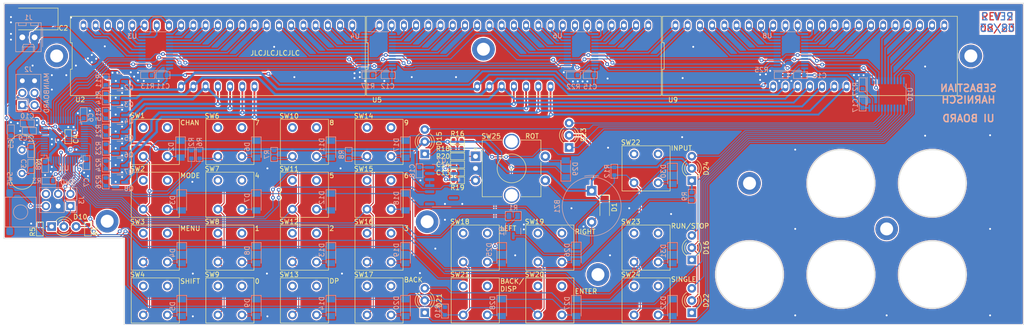
<source format=kicad_pcb>
(kicad_pcb (version 20241229) (generator "pcbnew") (generator_version "9.0")
  (layers (0 "F.Cu" signal) (2 "B.Cu" signal) (13 "F.Paste" user) (15 "B.Paste" user) (5 "F.SilkS" user "F.Silkscreen") (7 "B.SilkS" user "B.Silkscreen") (1 "F.Mask" user) (3 "B.Mask" user) (25 "Edge.Cuts" user))
  (net 0 "")
  (net 1 "+3.3V")
  (net 2 "GND")
  (net 3 "/ROW0")
  (net 4 "/ROW1")
  (net 5 "/ROW2")
  (net 6 "Net-(BZ1-+)")
  (net 7 "/ROW3")
  (net 8 "Net-(U1-PH1-OSC_OUT)")
  (net 9 "Net-(U1-PH0-OSC_IN)")
  (net 10 "Net-(D2-A)")
  (net 11 "Net-(D3-A)")
  (net 12 "Net-(D4-A)")
  (net 13 "Net-(D5-A)")
  (net 14 "Net-(D6-A)")
  (net 15 "Net-(D7-A)")
  (net 16 "Net-(D8-A)")
  (net 17 "/CL0G")
  (net 18 "/CL0R")
  (net 19 "/CL4G")
  (net 20 "/CL4R")
  (net 21 "/CL1G")
  (net 22 "/CL1R")
  (net 23 "/CL5G")
  (net 24 "/CL5R")
  (net 25 "/CL2G")
  (net 26 "/CL2R")
  (net 27 "/CL3G")
  (net 28 "/CL3R")
  (net 29 "/COMA0")
  (net 30 "/COMA1")
  (net 31 "Net-(D9-A)")
  (net 32 "/COMA2")
  (net 33 "Net-(D10-K1)")
  (net 34 "/COMA3")
  (net 35 "Net-(D10-K2)")
  (net 36 "/COMA4")
  (net 37 "Net-(D11-A)")
  (net 38 "/COMA5")
  (net 39 "Net-(D12-A)")
  (net 40 "/COMADP")
  (net 41 "Net-(D13-A)")
  (net 42 "/COL0")
  (net 43 "/COL1")
  (net 44 "/COL2")
  (net 45 "/COL3")
  (net 46 "/COL4")
  (net 47 "/COL5")
  (net 48 "Net-(D14-A)")
  (net 49 "Net-(D17-A)")
  (net 50 "/~{INT_UI}")
  (net 52 "/LE")
  (net 53 "/CLK")
  (net 54 "/~{OE}")
  (net 55 "/SDI")
  (net 56 "/ENC_B")
  (net 57 "/ENC_A")
  (net 60 "/I2C_SCL")
  (net 61 "/I2C_SDA")
  (net 62 "/SWDIO")
  (net 63 "/SWCLK")
  (net 64 "/CA22")
  (net 65 "/CA21")
  (net 66 "/CA20")
  (net 67 "/CA19")
  (net 68 "/CA18")
  (net 69 "/CA17")
  (net 70 "/CA16")
  (net 71 "/CA15")
  (net 72 "/CA14")
  (net 73 "/CA13")
  (net 74 "/CA12")
  (net 75 "/CA11")
  (net 76 "/CA10")
  (net 77 "/CA9")
  (net 78 "/CA8")
  (net 79 "/CA7")
  (net 80 "/CA6")
  (net 81 "/CA5")
  (net 82 "/CA4")
  (net 83 "/CA3")
  (net 84 "/CA2")
  (net 85 "/CA1")
  (net 86 "/CA0")
  (net 87 "Net-(D18-A)")
  (net 88 "Net-(D19-A)")
  (net 89 "/CB0")
  (net 90 "/CB1")
  (net 91 "/CB2")
  (net 92 "/CB3")
  (net 93 "/CB4")
  (net 94 "/CB5")
  (net 95 "/CB6")
  (net 96 "/CB7")
  (net 97 "/CB8")
  (net 98 "/CB9")
  (net 99 "/CB10")
  (net 100 "/CB11")
  (net 101 "/CB12")
  (net 102 "/CB13")
  (net 103 "/CB14")
  (net 104 "/CB15")
  (net 105 "/CB22")
  (net 106 "/CB21")
  (net 107 "/CB20")
  (net 108 "/CB19")
  (net 109 "/CB18")
  (net 110 "/CB17")
  (net 111 "/CB16")
  (net 112 "Net-(D20-A)")
  (net 113 "Net-(D24-K1)")
  (net 114 "/CC0")
  (net 115 "/CC1")
  (net 116 "/CC2")
  (net 117 "/CC3")
  (net 118 "/CC4")
  (net 119 "/CC5")
  (net 120 "/CC6")
  (net 121 "/CC7")
  (net 122 "/CC8")
  (net 123 "/CC9")
  (net 124 "/CC10")
  (net 125 "/CC11")
  (net 126 "/CC12")
  (net 127 "/CC13")
  (net 128 "/CC14")
  (net 129 "/CC15")
  (net 130 "/CC16")
  (net 131 "/CC17")
  (net 132 "/CC18")
  (net 133 "/CC19")
  (net 134 "/CC20")
  (net 135 "/CC21")
  (net 136 "/CC22")
  (net 137 "Net-(D25-A)")
  (net 138 "Net-(D26-A)")
  (net 139 "Net-(D27-A)")
  (net 140 "/BUZ_PWM")
  (net 141 "Net-(D28-A)")
  (net 142 "Net-(D29-A)")
  (net 143 "Net-(C13-Pad1)")
  (net 144 "Net-(C14-Pad1)")
  (net 145 "Net-(D30-A)")
  (net 146 "Net-(D31-A)")
  (net 147 "Net-(D32-A)")
  (net 149 "Net-(Q1-G)")
  (net 150 "Net-(Q2-D)")
  (net 151 "Net-(Q3-D)")
  (net 152 "Net-(Q4-D)")
  (net 153 "Net-(Q5-D)")
  (net 154 "Net-(Q6-D)")
  (net 155 "Net-(Q7-D)")
  (net 156 "Net-(R18-Pad2)")
  (net 157 "Net-(Q8-D)")
  (net 158 "Net-(U1-BOOT0)")
  (net 159 "Net-(U3-R-EXT)")
  (net 160 "Net-(U4-R-EXT)")
  (net 161 "/~{RESET}")
  (net 167 "Net-(U6-R-EXT)")
  (net 168 "Net-(U8-R-EXT)")
  (net 169 "Net-(U10-R-EXT)")
  (net 176 "Net-(U3-SDO)")
  (net 177 "Net-(U4-SDO)")
  (net 178 "Net-(U6-SDO)")
  (net 179 "Net-(U10-SDI)")
  (net 180 "Net-(R16-Pad2)")
  (net 182 "Net-(U7-Pad2)")
  (net 185 "Net-(U7-Pad11)")
  (footprint "Rotary_Encoder:RotaryEncoder_Alps_EC11E-Switch_Vertical_H20mm_CircularMountingHoles" (layer "F.Cu") (at 118.05 61.9)
    (property "Reference" "SW25")
    (property "Value" "PEC11H-4225F-S0024")
  )
  (footprint "01_Sebastian:R_0603_1608Metric_Box" (layer "F.Cu") (at 114.3 66.9 180)
    (property "Reference" "R19")
    (property "Value" "10k")
  )
  (footprint "01_Sebastian:DYSR00P401101" (layer "F.Cu") (at 64.5 41)
    (property "Reference" "U2")
    (property "Value" "DYSR00P401101")
  )
  (footprint "MountingHole:MountingHole_2.7mm_M2.5_DIN965_Pad" (layer "F.Cu") (at 31 41)
    (property "Reference" "H1" (hide yes))
    (property "Value" "M2.5")
  )
  (footprint "01_Sebastian:PVA1" (layer "F.Cu") (at 153.5 91.9)
    (property "Reference" "SW24")
    (property "Value" "SW_SINGLE")
  )
  (footprint "01_Sebastian:PVA1" (layer "F.Cu") (at 133.5 91.9)
    (property "Reference" "SW20")
    (property "Value" "SW_ENTER")
  )
  (footprint "01_Sebastian:R_0603_1608Metric_Box" (layer "F.Cu") (at 114.3 58.6)
    (property "Reference" "R16")
    (property "Value" "10k")
  )
  (footprint "01_Sebastian:PVA1" (layer "F.Cu") (at 51.5 58.9)
    (property "Reference" "SW1")
    (property "Value" "SW_CHAN")
  )
  (footprint "01_Sebastian:PVA1" (layer "F.Cu") (at 98 91.9)
    (property "Reference" "SW17")
    (property "Value" "SW_DP")
  )
  (footprint "01_Sebastian:PVA1" (layer "F.Cu") (at 98 58.9)
    (property "Reference" "SW14")
    (property "Value" "SW_9")
  )
  (footprint "LED_THT:LED_D3.0mm-3" (layer "F.Cu") (at 163 94.45 90)
    (property "Reference" "D22")
    (property "Value" "LED_SINGLE")
  )
  (footprint "LED_THT:LED_D3.0mm-3" (layer "F.Cu") (at 163 83.45 90)
    (property "Reference" "D16")
    (property "Value" "LED_RUN_ST")
  )
  (footprint "01_Sebastian:PVA1" (layer "F.Cu") (at 133.5 80.9)
    (property "Reference" "SW19")
    (property "Value" "SW_RIGHT")
  )
  (footprint "01_Sebastian:R_0603_1608Metric_Box" (layer "F.Cu") (at 114.3 61.9 180)
    (property "Reference" "R20")
    (property "Value" "10k")
  )
  (footprint "01_Sebastian:PVA1" (layer "F.Cu") (at 118 80.9)
    (property "Reference" "SW18")
    (property "Value" "SW_LEFT")
  )
  (footprint "01_Sebastian:PVA1" (layer "F.Cu") (at 51.5 80.9)
    (property "Reference" "SW3")
    (property "Value" "SW_MENU")
  )
  (footprint "01_Sebastian:C_0603_1608Metric_Box" (layer "F.Cu") (at 114.3 65.25)
    (property "Reference" "C13")
    (property "Value" "1n")
  )
  (footprint "LED_THT:LED_D3.0mm-3" (layer "F.Cu") (at 163 66.95 90)
    (property "Reference" "D24")
    (property "Value" "LED_INPUT")
  )
  (footprint "01_Sebastian:PVA1" (layer "F.Cu") (at 98 69.9)
    (property "Reference" "SW15")
    (property "Value" "SW_6")
  )
  (footprint "LED_THT:LED_D3.0mm-3" (layer "F.Cu") (at 107.5 94.44 90)
    (property "Reference" "D21")
    (property "Value" "dnp")
  )
  (footprint "01_Sebastian:PVA1" (layer "F.Cu") (at 82.5 91.9)
    (property "Reference" "SW13")
    (property "Value" "SW_DP")
  )
  (footprint "01_Sebastian:PVA1" (layer "F.Cu") (at 153.5 64.4)
    (property "Reference" "SW22")
    (property "Value" "SW_INPUT")
  )
  (footprint "01_Sebastian:PVA1" (layer "F.Cu") (at 98 80.9)
    (property "Reference" "SW16")
    (property "Value" "SW_3")
  )
  (footprint "01_Sebastian:R_0603_1608Metric_Box" (layer "F.Cu") (at 37.5 77 -90)
    (property "Reference" "R4")
    (property "Value" "dnp")
  )
  (footprint "01_Sebastian:PVA1" (layer "F.Cu") (at 82.5 69.9)
    (property "Reference" "SW11")
    (property "Value" "SW_5")
  )
  (footprint "01_Sebastian:R_0603_1608Metric_Box" (layer "F.Cu") (at 27.5 77 -90)
    (property "Reference" "R5")
    (property "Value" "tbd")
  )
  (footprint "01_Sebastian:DYSR00P401101" (layer "F.Cu") (at 126.025 41)
    (property "Reference" "U5")
    (property "Value" "DYSR00P401101")
  )
  (footprint "01_Sebastian:PVA1" (layer "F.Cu") (at 67 91.9)
    (property "Reference" "SW9")
    (property "Value" "SW_0")
  )
  (footprint "01_Sebastian:R_0603_1608Metric_Box" (layer "F.Cu") (at 114.3 60.25)
    (property "Reference" "R18")
    (property "Value" "10k")
  )
  (footprint "LED_THT:LED_D3.0mm-3" (layer "F.Cu") (at 107.5 61.4 90)
    (property "Reference" "D15")
    (property "Value" "LED_REMOTE")
  )
  (footprint "01_Sebastian:PVA1" (layer "F.Cu") (at 82.5 58.9)
    (property "Reference" "SW10")
    (property "Value" "SW_8")
  )
  (footprint "01_Sebastian:PVA1" (layer "F.Cu") (at 67 80.9)
    (property "Reference" "SW8")
    (property "Value" "SW_1")
  )
  (footprint "01_Sebastian:PVA1" (layer "F.Cu") (at 67 69.9)
    (property "Reference" "SW7")
    (property "Value" "SW_4")
  )
  (footprint "Capacitor_Tantalum_SMD:CP_EIA-7343-31_Kemet-D_Pad2.25x2.55mm_HandSolder" (layer "F.Cu") (at 26.7 33.3 180)
    (property "Reference" "C2")
    (property "Value" "100u")
  )
  (footprint "01_Sebastian:C_0603_1608Metric_Box" (layer "F.Cu") (at 33.4 57.8 -90)
    (property "Reference" "C4")
    (property "Value" "4.7u")
  )
  (footprint "MountingHole:MountingHole_2.7mm_M2.5_DIN965_Pad" (layer "F.Cu") (at 175 67.5)
    (property "Reference" "H4" (hide yes))
    (property "Value" "M2.5")
  )
  (footprint "MountingHole:MountingHole_2.7mm_M2.5_DIN965_Pad" (layer "F.Cu") (at 203.5 77)
    (property "Reference" "H2" (hide yes))
    (property "Value" "M2.5")
  )
  (footprint "Crystal:Crystal_HC49-4H_Vertical" (layer "F.Cu") (at 23.8 60.575 -90)
    (property "Reference" "Y1")
    (property "Value" "16MHz")
  )
  (footprint "MountingHole:MountingHole_2.7mm_M2.5_DIN965_Pad" (layer "F.Cu") (at 221 41)
    (property "Reference" "H3" (hide yes))
    (property "Value" "M2.5")
  )
  (footprint "01_Sebastian:PVA1" (layer "F.Cu") (at 51.5 69.9)
    (property "Reference" "SW2")
    (property "Value" "SW_MODE")
  )
  (footprint "LED_THT:LED_D3.0mm-3" (layer "F.Cu") (at 137.5 60.05 90)
    (property "Reference" "D23")
    (property "Value" "LED_ENTRY")
  )
  (footprint "01_Sebastian:C_0603_1608Metric_Box" (layer "F.Cu") (at 114.3 63.6)
    (property "Reference" "C14")
    (property "Value" "1n")
  )
  (footprint "Diode_SMD:D_MiniMELF" (layer "F.Cu") (at 144.9 72.5 -90)
    (property "Reference" "D1")
    (property "Value" "1N4148")
  )
  (footprint "01_Sebastian:PVA1" (layer "F.Cu") (at 67 58.9)
    (property "Reference" "SW6")
    (property "Value" "SW_7")
  )
  (footprint "LED_THT:LED_D3.0mm-3" (layer "F.Cu") (at 29.95 76.5)
    (property "Reference" "D10")
    (property "Value" "PWR")
  )
  (footprint "01_Sebastian:PVA1" (layer "F.Cu") (at 82.5 80.9)
    (property "Reference" "SW12")
    (property "Value" "SW_2")
  )
  (footprint "MountingHole:MountingHole_2.7mm_M2.5_DIN965_Pad" (layer "F.Cu") (at 41.5 75.4)
    (property "Reference" "H6" (hide yes))
    (property "Value" "M2.5")
  )
  (footprint "01_Sebastian:DYSR00P401101" (layer "F.Cu") (at 187.55 41)
    (property "Reference" "U9")
    (property "Value" "DYSR00P401101")
  )
  (footprint "MountingHole:MountingHole_2.7mm_M2.5_DIN965_Pad" (layer "F.Cu") (at 108 75.5)
    (property "Reference" "H5" (hide yes))
    (property "Value" "M2.5")
  )
  (footprint "01_Sebastian:PVA1" (layer "F.Cu") (at 51.5 91.9)
    (property "Reference" "SW4")
    (property "Value" "SW_SHIFT")
  )
  (footprint "MountingHole:MountingHole_2.7mm_M2.5_DIN965_Pad" (layer "F.Cu") (at 119.7 39.6)
    (property "Reference" "H8" (hide yes))
    (property "Value" "M2.5")
  )
  (footprint "MountingHole:MountingHole_2.7mm_M2.5_DIN965_Pad" (layer "F.Cu") (at 143.5 86.5)
    (property "Reference" "H7" (hide yes))
    (property "Value" "M2.5")
  )
  (footprint "01_Sebastian:PVA1" (layer "F.Cu") (at 153.5 80.9)
    (property "Reference" "SW23")
    (property "Value" "SW_RUN_STOP")
  )
  (footprint "01_Sebastian:PVA1" (layer "F.Cu") (at 118 91.9)
    (property "Reference" "SW21")
    (property "Value" "SW_BACK_DISP")
  )
  (footprint "Package_SO:TSSOP-24_4.4x7.8mm_P0.65mm" (layer "B.Cu") (at 97.9 40)
    (property "Reference" "U4")
    (property "Value" "STP16CP05")
  )
  (footprint "Diode_SMD:D_MiniMELF" (layer "B.Cu") (at 72.5 82.4 -90)
    (property "Reference" "D8")
    (property "Value" "LL4148")
  )
  (footprint "01_Sebastian:C_0603_1608Metric_Box" (layer "B.Cu") (at 24.9 55 180)
    (property "Reference" "C10")
    (property "Value" "1u")
  )
  (footprint "01_Sebastian:R_0603_1608Metric_Box" (layer "B.Cu") (at 60.7 61.5 -90)
    (property "Reference" "R6")
    (property "Value" "dnp")
  )
  (footprint "Package_QFP:LQFP-48_7x7mm_P0.5mm" (layer "B.Cu") (at 32.6 58.5)
    (property "Reference" "U1")
    (property "Value" "STM32L010C6")
  )
  (footprint "Package_SO:TSSOP-24_4.4x7.8mm_P0.65mm" (layer "B.Cu") (at 140 40)
    (property "Reference" "U6")
    (property "Value" "STP16CP05")
  )
  (footprint "Package_TO_SOT_SMD:SOT-23" (layer "B.Cu") (at 44.2 56.8)
    (property "Reference" "Q5")
    (property "Value" "IRLML6402")
  )
  (footprint "01_Sebastian:C_0603_1608Metric_Box" (layer "B.Cu") (at 25.7 64 90)
    (property "Reference" "C3")
    (property "Value" "27p")
  )
  (footprint "01_Sebastian:R_0603_1608Metric_Box" (layer "B.Cu") (at 41.2 56.675 90)
    (property "Reference" "R21")
    (property "Value" "15k")
  )
  (footprint "01_Sebastian:C_0603_1608Metric_Box" (layer "B.Cu") (at 25.7 60.7 -90)
    (property "Reference" "C1")
    (property "Value" "27p")
  )
  (footprint "Package_TO_SOT_SMD:SOT-23" (layer "B.Cu") (at 44.2 60.3)
    (property "Reference" "Q6")
    (property "Value" "IRLML6402")
  )
  (footprint "Package_TO_SOT_SMD:SOT-23" (layer "B.Cu") (at 44.2 63.8)
    (property "Reference" "Q7")
    (property "Value" "IRLML6402")
  )
  (footprint "01_Sebastian:R_0603_1608Metric_Box" (layer "B.Cu") (at 95.9 45 180)
    (property "Reference" "R17")
    (property "Value" "1k")
  )
  (footprint "01_Sebastian:C_0603_1608Metric_Box" (layer "B.Cu") (at 53.1 45 180)
    (property "Reference" "C11")
    (property "Value" "1u")
  )
  (footprint "Diode_SMD:D_MiniMELF" (layer "B.Cu") (at 123.5 93.4 -90)
    (property "Reference" "D28")
    (property "Value" "LL4148")
  )
  (footprint "Diode_SMD:D_MiniMELF" (layer "B.Cu") (at 159 65.9 -90)
    (property "Reference" "D30")
    (property "Value" "LL4148")
  )
  (footprint "01_Sebastian:R_0603_1608Metric_Box" (layer "B.Cu") (at 41.2 53.175 90)
    (property "Reference" "R15")
    (property "Value" "15k")
  )
  (footprint "Diode_SMD:D_MiniMELF" (layer "B.Cu") (at 56.75 60.4 -90)
    (property "Reference" "D2")
    (property "Value" "LL4148")
  )
  (footprint "01_Sebastian:C_0603_1608Metric_Box" (layer "B.Cu") (at 185.6 45 180)
    (property "Reference" "C16")
    (property "Value" "1u")
  )
  (footprint "01_Sebastian:C_0603_1608Metric_Box" (layer "B.Cu") (at 37.2 63.2 -90)
    (property "Reference" "C7")
    (property "Value" "100n")
  )
  (footprint "Diode_SMD:D_MiniMELF" (layer "B.Cu") (at 88 82.4 -90)
    (property "Reference" "D13")
    (property "Value" "LL4148")
  )
  (footprint "01_Sebastian:R_0603_1608Metric_Box" (layer "B.Cu") (at 41.2 63.675 90)
    (property "Reference" "R24")
    (property "Value" "15k")
  )
  (footprint "01_Sebastian:C_0603_1608Metric_Box" (layer "B.Cu") (at 25.325 56.6 180)
    (property "Reference" "C9")
    (property "Value" "10n")
  )
  (footprint "01_Sebastian:R_0805_2012Metric_Box" (layer "B.Cu") (at 125.9 74.3)
    (property "Reference" "R1")
    (property "Value" "1k")
  )
  (footprint "Diode_SMD:D_MiniMELF" (layer "B.Cu") (at 139 93.4 -90)
    (property "Reference" "D27")
    (property "Value" "LL4148")
  )
  (footprint "Diode_SMD:D_MiniMELF" (layer "B.Cu") (at 103.5 60.4 -90)
    (property "Reference" "D17")
    (property "Value" "LL4148")
  )
  (footprint "01_Sebastian:R_0603_1608Metric_Box" (layer "B.Cu") (at 146.9 65 -90)
    (property "Reference" "R12")
    (property "Value" "dnp")
  )
  (footprint "01_Sebastian:R_0603_1608Metric_Box" (layer "B.Cu") (at 198.5 47 90)
    (property "Reference" "R27")
    (property "Value" "1k")
  )
  (footprint "Diode_SMD:D_MiniMELF" (layer "B.Cu") (at 88 93.4 -90)
    (property "Reference" "D14")
    (property "Value" "LL4148")
  )
  (footprint "01_Sebastian:R_0603_1608Metric_Box" (layer "B.Cu") (at 41.2 46.2 90)
    (property "Reference" "R11")
    (property "Value" "15k")
  )
  (footprint "Package_SO:SO-14_3.9x8.65mm_P1.27mm" (layer "B.Cu") (at 111 68 180)
    (property "Reference" "U7")
    (property "Value" "74HC14")
  )
  (footprint "Diode_SMD:D_MiniMELF" (layer "B.Cu") (at 159 93.4 -90)
    (property "Reference" "D32")
    (property "Value" "LL4148")
  )
  (footprint "Package_TO_SOT_SMD:SOT-23" (layer "B.Cu") (at 44.2 53.3)
    (property "Reference" "Q4")
    (property "Value" "IRLML6402")
  )
  (footprint "01_Sebastian:R_0603_1608Metric_Box" (layer "B.Cu") (at 76.2 61.5 -90)
    (property "Reference" "R7")
    (property "Value" "dnp")
  )
  (footprint "01_Sebastian:C_0603_1608Metric_Box" (layer "B.Cu") (at 141.9 45 180)
    (property "Reference" "C15")
    (property "Value" "1u")
  )
  (footprint "01_Sebastian:R_0603_1608Metric_Box" (layer "B.Cu") (at 181.6 45 180)
    (property "Reference" "R25")
    (property "Value" "1k")
  )
  (footprint "01_Sebastian:R_0603_1608Metric_Box" (layer "B.Cu") (at 29.4 67 180)
    (property "Reference" "R3")
    (property "Value" "10k")
  )
  (footprint "Package_TO_SOT_SMD:SOT-23" (layer "B.Cu") (at 44.2 46.3)
    (property "Reference" "Q2")
    (property "Value" "IRLML6402")
  )
  (footprint "Diode_SMD:D_MiniMELF" (layer "B.Cu") (at 139 82.3 -90)
    (property "Reference" "D26")
    (property "Value" "LL4148")
  )
  (footprint "01_Sebastian:R_0603_1608Metric_Box" (layer "B.Cu") (at 111.7 94.1 -90)
    (property "Reference" "R10")
    (property "Value" "dnp")
  )
  (footprint "Diode_SMD:D_MiniMELF" (layer "B.Cu") (at 88 60.4 -90)
    (property "Reference" "D11")
    (property "Value" "LL4148")
  )
  (footprint "Connector_Molex:Molex_KK-254_AE-6410-02A_1x02_P2.54mm_Vertical" (layer "B.Cu") (at 26.4 37.12 180)
    (property "Reference" "J1")
    (property "Value" "PWR3.3V")
  )
  (footprint "Diode_SMD:D_MiniMELF" (layer "B.Cu") (at 103.5 93.4 -90)
    (property "Reference" "D20")
    (property "Value" "LL4148")
  )
  (footprint "Package_SO:TSSOP-24_4.4x7.8mm_P0.65mm" (layer "B.Cu") (at 51.6 40)
    (property "Reference" "U3")
    (property "Value" "STP16CP05")
  )
  (footprint "Diode_SMD:D_MiniMELF" (layer "B.Cu") (at 88 71.4 -90)
    (property "Reference" "D12")
    (property "Value" "LL4148")
  )
  (footprint "01_Sebastian:C_0603_1608Metric_Box" (layer "B.Cu") (at 36.6 53.2 90)
    (property "Reference" "C6")
    (property "Value" "100n")
  )
  (footprint "Diode_SMD:D_MiniMELF" (layer "B.Cu") (at 159 82.4 -90)
    (property "Reference" "D31")
    (property "Value" "LL4148")
  )
  (footprint "01_Sebastian:Buzzer_Ekulit_AL-60P06_D12mm_H9mm" (layer "B.Cu") (at 142.2 69.079277 -90)
    (property "Reference" "BZ1")
    (property "Value" "Buzzer")
  )
  (footprint "Diode_SMD:D_MiniMELF" (layer "B.Cu") (at 72.5 93.4 -90)
    (property "Reference" "D9")
    (property "Value" "LL4148")
  )
  (footprint "Diode_SMD:D_MiniMELF" (layer "B.Cu") (at 136.8 64.5 90)
    (property "Reference" "D29")
    (property "Value" "LL4148")
  )
  (footprint "Package_SO:TSSOP-24_4.4x7.8mm_P0.65mm" (layer "B.Cu") (at 183.6 40)
    (property "Reference" "U8")
    (property "Value" "STP16CP05")
  )
  (footprint "01_Sebastian:C_0603_1608Metric_Box" (layer "B.Cu") (at 28.6 63.8 -90)
    (property "Reference" "C8")
    (property "Value" "100n")
  )
  (footprint "Connector_PinHeader_2.54mm:PinHeader_2x03_P2.54mm_Vertical" (layer "B.Cu") (at 23.86 51.24)
    (property "Reference" "J2")
    (property "Value" "UI")
  )
  (footprint "Package_SO:TSSOP-24_4.4x7.8mm_P0.65mm" (layer "B.Cu") (at 203.5 49 -90)
    (property "Reference" "U10")
    (property "Value" "STP16CP05")
  )
  (footprint "Diode_SMD:D_MiniMELF" (layer "B.Cu") (at 57 82.4 -90)
    (property "Reference" "D4")
    (property "Value" "LL4148")
  )
  (footprint "Package_TO_SOT_SMD:SOT-23" (layer "B.Cu") (at 44.2 67.3)
    (property "Reference" "Q8")
    (property "Value" "IRLML6402")
  )
  (footprint "01_Sebastian:R_0603_1608Metric_Box" (layer "B.Cu") (at 41.2 49.7 90)
    (property "Reference" "R14")
    (property "Value" "15k")
  )
  (footprint "Diode_SMD:D_MiniMELF" (layer "B.Cu") (at 57 93.4 -90)
    (property "Reference" "D5")
    (property "Value" "LL4148")
  )
  (footprint "Diode_SMD:D_MiniMELF" (layer "B.Cu") (at 123.5 82.4 -90)
    (property "Reference" "D25")
    (property "Value" "LL4148")
  )
  (footprint "Package_TO_SOT_SMD:SOT-23" (layer "B.Cu") (at 44.2 49.8)
    (property "Reference" "Q3")
    (property "Value" "IRLML6402")
  )
  (footprint "01_Sebastian:C_0603_1608Metric_Box" (layer "B.Cu") (at 99.9 45 180)
    (property "Reference" "C12")
    (property "Value" "1u")
  )
  (footprint "01_Sebastian:R_0603_1608Metric_Box" (layer "B.Cu") (at 59 61.5 -90)
    (property "Reference" "R2")
    (property "Value" "dnp")
  )
  (footprint "01_Sebastian:R_0603_1608Metric_Box" (layer "B.Cu") (at 41.2 67.2 90)
    (property "Reference" "R26")
    (property "Value" "15k")
  )
  (footprint "Diode_SMD:D_MiniMELF" (layer "B.Cu") (at 57 71.4 -90)
    (property "Reference" "D3")
    (property "Value" "LL4148")
  )
  (footprint "Diode_SMD:D_MiniMELF" (layer "B.Cu") (at 103.5 82.4 -90)
    (property "Reference" "D19")
    (property "Value" "LL4148")
  )
  (footprint "01_Sebastian:R_0603_1608Metric_Box" (layer "B.Cu") (at 91.7 61.5 -90)
    (property "Reference" "R8")
    (property "Value" "dnp")
  )
  (footprint "01_Sebastian:OMR_B3FS" (layer "B.Cu") (at 23.5 73.5 -90)
    (property "Reference" "SW5")
    (property "Value" "OMRB3FS")
  )
  (footprint "01_Sebastian:C_0603_1608Metric_Box" (layer "B.Cu") (at 198.5 51 90)
    (property "Reference" "C17")
    (property "Value" "1u")
  )
  (footprint "01_Sebastian:R_0603_1608Metric_Box" (layer "B.Cu") (at 163 70.2 -90)
    (property "Reference" "R9")
    (property "Value" "tbd")
  )
  (footprint "01_Sebastian:R_0603_1608Metric_Box" (layer "B.Cu") (at 138.4 45 180)
    (property "Reference" "R22")
    (property "Value" "1k")
  )
  (footprint "01_Sebastian:C_0603_1608Metric_Box" (layer "B.Cu") (at 21.5 56.8 90)
    (property "Reference" "C5")
    (property "Value" "100n")
  )
  (footprint "01_Sebastian:C_0603_1608Metric_Box" (layer "B.Cu") (at 106.4 64.9 -90)
    (property "Reference" "C18")
    (property "Value" "100n")
  )
  (footprint "Diode_SMD:D_MiniMELF" (layer "B.Cu") (at 72.5 71.4 -90)
    (property "Reference" "D7")
    (property "Value" "LL4148")
  )
  (footprint "Diode_SMD:D_MiniMELF" (layer "B.Cu") (at 72.5 60.4 -90)
    (property "Reference" "D6")
    (property "Value" "LL4148")
  )
  (footprint "01_Sebastian:R_0603_1608Metric_Box" (layer "B.Cu") (at 41.2 60.2 90)
    (property "Reference" "R23")
    (property "Value" "15k")
  )
  (footprint "01_Sebastian:R_0603_1608Metric_Box" (layer "B.Cu") (at 49.9 45 180)
    (property "Reference" "R13")
    (property "Value" "1k")
  )
  (footprint "Diode_SMD:D_MiniMELF" (layer "B.Cu") (at 103.5 71.4 -90)
    (property "Reference" "D18")
    (property "Value" "LL4148")
  )
  (footprint "Connector_PinHeader_2.54mm:PinHeader_2x03_P2.54mm_Vertical" (layer "B.Cu") (at 33.85 72.25 90)
    (property "Reference" "J3")
    (property "Value" "Conn_02x03_Odd_Even")
  )
  (footprint "Package_TO_SOT_SMD:SOT-23" (layer "B.Cu") (at 125.9 77.5 -90)
    (property "Reference" "Q1")
    (property "Value" "BSS138")
  )
  (gr_circle (center 213 86.5) (end 220 86.5) (stroke (width 0.15)) (fill no) (layer "Edge.Cuts"))
  (gr_circle (center 175 86.5) (end 182 86.5) (stroke (width 0.15)) (fill no) (layer "Edge.Cuts"))
  (gr_poly (pts (xy 20 79) (xy 20 30) (xy 232 30) (xy 232 62) (xy 232 66) (xy 232 69) (xy 232 97) (xy 167 97) (xy 45 97) (xy 45 79)) (stroke (width 0.1)) (fill no) (layer "Edge.Cuts"))
  (gr_circle (center 194 67.5) (end 201 67.5) (stroke (width 0.15)) (fill no) (layer "Edge.Cuts"))
  (gr_circle (center 194 86.5) (end 201 86.5) (stroke (width 0.15)) (fill no) (layer "Edge.Cuts"))
  (gr_circle (center 213 67.5) (end 220 67.5) (stroke (width 0.15)) (fill no) (layer "Edge.Cuts"))
  (gr_text "REV 2\n08/23" (at 226.5 34 0) (layer "F.Cu") (effects (font (size 1.5 1.5) (thickness 0.25))))
  (gr_text "REV 2\n08/23" (at 226.5 34 0) (layer "B.Cu") (effects (font (size 1.5 1.5) (thickness 0.25)) (justify mirror)))
  (gr_text "MENU" (at 56.6 76.9 0) (layer "F.SilkS") (effects (font (size 1 1) (thickness 0.153)) (justify left)))
  (gr_text "5" (at 87.6 65.9 0) (layer "F.SilkS") (effects (font (size 1 1) (thickness 0.153)) (justify left)))
  (gr_text "ROT" (at 129.8 57.7 0) (layer "F.SilkS") (effects (font (size 1 1) (thickness 0.153))))
  (gr_text "RUN/STOP" (at 158.6 76.4 0) (layer "F.SilkS") (effects (font (size 1 1) (thickness 0.153)) (justify left)))
  (gr_text "RIGHT" (at 138.6 77.6 0) (layer "F.SilkS") (effects (font (size 1 1) (thickness 0.153)) (justify left)))
  (gr_text "DP" (at 87.6 87.85 0) (layer "F.SilkS") (effects (font (size 1 1) (thickness 0.153)) (justify left)))
  (gr_text "8" (at 87.6 54.9 0) (layer "F.SilkS") (effects (font (size 1 1) (thickness 0.153)) (justify left)))
  (gr_text "4" (at 72.1 65.9 0) (layer "F.SilkS") (effects (font (size 1 1) (thickness 0.153)) (justify left)))
  (gr_text "MODE" (at 56.6 65.9 0) (layer "F.SilkS") (effects (font (size 1 1) (thickness 0.153)) (justify left)))
  (gr_text "SINGLE" (at 158.6 87.5 0) (layer "F.SilkS") (effects (font (size 1 1) (thickness 0.153)) (justify left)))
  (gr_text "9" (at 103.1 54.9 0) (layer "F.SilkS") (effects (font (size 1 1) (thickness 0.153)) (justify left)))
  (gr_text "6" (at 103.1 65.9 0) (layer "F.SilkS") (effects (font (size 1 1) (thickness 0.153)) (justify left)))
  (gr_text "0" (at 72.1 87.9 0) (layer "F.SilkS") (effects (font (size 1 1) (thickness 0.153)) (justify left)))
  (gr_text "7" (at 72.1 54.9 0) (layer "F.SilkS") (effects (font (size 1 1) (thickness 0.153)) (justify left)))
  (gr_text "BACK/\nDISP" (at 123.1 88.7 0) (layer "F.SilkS") (effects (font (size 1 1) (thickness 0.153)) (justify left)))
  (gr_text "INPUT" (at 160.85 60.2 0) (layer "F.SilkS") (effects (font (size 1 1) (thickness 0.153))))
  (gr_text "SHIFT" (at 56.6 87.9 0) (layer "F.SilkS") (effects (font (size 1 1) (thickness 0.153)) (justify left)))
  (gr_text "ENTER" (at 138.6 90 0) (layer "F.SilkS") (effects (font (size 1 1) (thickness 0.153)) (justify left)))
  (gr_text "2" (at 87.6 76.9 0) (layer "F.SilkS") (effects (font (size 1 1) (thickness 0.153)) (justify left)))
  (gr_text "JLCJLCJLCJLC" (at 76.4 40.4 0) (layer "F.SilkS") (effects (font (size 1 1) (thickness 0.153))))
  (gr_text "BACK" (at 103.1 87.6 0) (layer "F.SilkS") (effects (font (size 1 1) (thickness 0.153)) (justify left)))
  (gr_text "LEFT" (at 123.1 76.9 0) (layer "F.SilkS") (effects (font (size 1 1) (thickness 0.153)) (justify left)))
  (gr_text "CHAN" (at 56.6 54.9 0) (layer "F.SilkS") (effects (font (size 1 1) (thickness 0.153)) (justify left)))
  (gr_text "3" (at 103.1 76.9 0) (layer "F.SilkS") (effects (font (size 1 1) (thickness 0.153)) (justify left)))
  (gr_text "1" (at 72.1 76.9 0) (layer "F.SilkS") (effects (font (size 1 1) (thickness 0.153)) (justify left)))
  (gr_text "UI BOARD" (at 220.5 54 0) (layer "B.SilkS") (effects (font (size 1.5 1.5) (thickness 0.3)) (justify mirror)))
  (gr_text "SEBASTIAN\nHARNISCH" (at 220.5 51 0) (layer "B.SilkS") (effects (font (size 1.5 1.5) (thickness 0.3) (bold yes)) (justify bottom mirror)))
  (gr_text "SWD" (at 33.3 67.3 0) (layer "B.SilkS") (effects (font (size 1 1) (thickness 0.153)) (justify mirror)))
  (gr_text "MAINBOARD" (at 28.9 48.7 90) (layer "B.SilkS") (effects (font (size 1 1) (thickness 0.153)) (justify mirror)))
  (segment (start 142.2 59.6) (end 142.2 69.079277) (width 0.4) (layer "F.Cu") (net 1))
  (segment (start 113.175 58.9) (end 112.28 58.9) (width 0.2) (layer "F.Cu") (net 1))
  (segment (start 105 89.4) (end 105 61.36) (width 0.2) (layer "F.Cu") (net 1))
  (segment (start 143.870723 70.75) (end 142.2 69.079277) (width 0.2) (layer "F.Cu") (net 1))
  (segment (start 144.9 70.75) (end 143.870723 70.75) (width 0.2) (layer "F.Cu") (net 1))
  (segment (start 107.5 91.9) (end 105 89.4) (width 0.2) (layer "F.Cu") (net 1))
  (segment (start 43.3 44.9) (end 41.7 44.9) (width 2) (layer "F.Cu") (net 1))
  (segment (start 36.1 62.8) (end 34.8 64.1) (width 0.2) (layer "F.Cu") (net 1))
  (segment (start 112.24 59.015) (end 112.24 58.86) (width 0.2) (layer "F.Cu") (net 1))
  (segment (start 32.8 57) (end 34.7 57) (width 1) (layer "F.Cu") (net 1))
  (segment (start 43.3 46.2) (end 43.3 44.9) (width 2) (layer "F.Cu") (net 1))
  (segment (start 26.9 54.4) (end 26.9 55.4) (width 1) (layer "F.Cu") (net 1))
  (segment (start 58 44.7) (end 57.7 45) (width 0.4) (layer "F.Cu") (net 1))
  (segment (start 113.475 58.6) (end 113.175 58.9) (width 0.2) (layer "F.Cu") (net 1))
  (segment (start 33.375 57.025) (end 33.4 57.025) (width 0.3) (layer "F.Cu") (net 1))
  (segment (start 105 61.36) (end 107.5 58.86) (width 0.2) (layer "F.Cu") (net 1))
  (segment (start 164.3 65.71) (end 163 64.41) (width 0.2) (layer "F.Cu") (net 1))
  (segment (start 140.11 57.51) (end 142.2 59.6) (width 0.4) (layer "F.Cu") (net 1))
  (segment (start 34.8 66.2) (end 32.8 68.2) (width 0.2) (layer "F.Cu") (net 1))
  (segment (start 112.28 58.9) (end 112.24 58.86) (width 0.2) (layer "F.Cu") (net 1))
  (segment (start 31.3 58.5) (end 32.8 57) (width 1) (layer "F.Cu") (net 1))
  (segment (start 75 44.7) (end 58 44.7) (width 0.4) (layer "F.Cu") (net 1))
  (segment (start 31.3 58.5) (end 31.3 57.7) (width 1) (layer "F.Cu") (net 1))
  (segment (start 50.5 59.2) (end 51.6 60.3) (width 0.4) (layer "F.Cu") (net 1))
  (segment (start 163 80.91) (end 164.3 79.61) (width 0.2) (layer "F.Cu") (net 1))
  (segment (start 180 45) (end 188.5 45) (width 0.4) (layer "F.Cu") (net 1))
  (segment (start 29.9 33.3) (end 29.9 33.62) (width 2) (layer "F.Cu") (net 1))
  (segment (start 30.392878 56.792878) (end 28.292878 56.792878) (width 1) (layer "F.Cu") (net 1))
  (segment (start 177.9 47.1) (end 180 45) (width 0.4) (layer "F.Cu") (net 1))
  (segment (start 164.3 82.21) (end 163 80.91) (width 0.2) (layer "F.Cu") (net 1))
  (segment (start 44.6 59.2) (end 50.5 59.2) (width 0.4) (layer "F.Cu") (net 1))
  (segment (start 137.5 57.51) (end 140.11 57.51) (width 0.4) (layer "F.Cu") (net 1))
  (segment (start 31.3 57.7) (end 30.392878 56.792878) (width 1) (layer "F.Cu") (net 1))
  (segment (start 163 91.91) (end 164.3 90.61) (width 0.2) (layer "F.Cu") (net 1))
  (segment (start 29.9 33.62) (end 26.4 37.12) (width 2) (layer "F.Cu") (net 1))
  (segment (start 28.292878 56.792878) (end 26.9 55.4) (width 1) (layer "F.Cu") (net 1))
  (segment (start 41.7 44.9) (end 38.1 41.3) (width 2) (layer "F.Cu") (net 1))
  (segment (start 113.475 60.25) (end 112.24 59.015) (width 0.2) (layer "F.Cu") (net 1))
  (segment (start 164.3 79.61) (end 164.3 65.71) (width 0.2) (layer "F.Cu") (net 1))
  (segment (start 164.3 90.61) (end 164.3 82.21) (width 0.2) (layer "F.Cu") (net 1))
  (segment (start 34.8 64.1) (end 34.8 66.2) (width 0.2) (layer "F.Cu") (net 1))
  (via (at 36.1 62.8) (size 0.8) (drill 0.4) (layers "F.Cu" "B.Cu") (net 1))
  (via (at 44.6 47.7) (size 0.8) (drill 0.4) (layers "F.Cu" "B.Cu") (net 1))
  (via (at 43.2625 49.7) (size 0.8) (drill 0.4) (layers "F.Cu" "B.Cu") (net 1))
  (via (at 51.6 60.3) (size 0.8) (drill 0.4) (layers "F.Cu" "B.Cu") (net 1))
  (via (at 38.3 40.8) (size 0.8) (drill 0.4) (layers "F.Cu" "B.Cu") (net 1))
  (via (at 44.6 59.2) (size 0.8) (drill 0.4) (layers "F.Cu" "B.Cu") (net 1))
  (via (at 26.9 55.4) (size 0.8) (drill 0.4) (layers "F.Cu" "B.Cu") (net 1))
  (via (at 37.5 41.5) (size 0.8) (drill 0.4) (layers "F.Cu" "B.Cu") (net 1))
  (via (at 42.6 44.5) (size 0.8) (drill 0.4) (layers "F.Cu" "B.Cu") (net 1))
  (via (at 43.2625 63.7) (size 0.8) (drill 0.4) (layers "F.Cu" "B.Cu") (net 1))
  (via (at 44.6 52.2) (size 0.8) (drill 0.4) (layers "F.Cu" "B.Cu") (net 1))
  (via (at 32.8 68.2) (size 0.8) (drill 0.4) (layers "F.Cu" "B.Cu") (net 1))
  (via (at 44.6 62.7) (size 0.8) (drill 0.4) (layers "F.Cu" "B.Cu") (net 1))
  (via (at 43.2625 53.2) (size 0.8) (drill 0.4) (layers "F.Cu" "B.Cu") (net 1))
  (via (at 34.7 57) (size 0.8) (drill 0.4) (layers "F.Cu" "B.Cu") (net 1))
  (via (at 177.9 47.1) (size 0.8) (drill 0.4) (layers "F.Cu" "B.Cu") (net 1))
  (via (at 31.3 58.5) (size 0.8) (drill 0.4) (layers "F.Cu" "B.Cu") (net 1))
  (via (at 75 44.7) (size 0.8) (drill 0.4) (layers "F.Cu" "B.Cu") (net 1))
  (via (at 44.6 48.7) (size 0.8) (drill 0.4) (layers "F.Cu" "B.Cu") (net 1))
  (via (at 112.24 58.86) (size 0.8) (drill 0.4) (layers "F.Cu" "B.Cu") (net 1))
  (via (at 44.6 51.2) (size 0.8) (drill 0.4) (layers "F.Cu" "B.Cu") (net 1))
  (via (at 43.2625 56.7) (size 0.8) (drill 0.4) (layers "F.Cu" "B.Cu") (net 1))
  (via (at 44.6 54.7) (size 0.8) (drill 0.4) (layers "F.Cu" "B.Cu") (net 1))
  (via (at 188.5 45) (size 0.8) (drill 0.4) (layers "F.Cu" "B.Cu") (net 1))
  (via (at 44.6 65.2) (size 0.8) (drill 0.4) (layers "F.Cu" "B.Cu") (net 1))
  (via (at 43.2625 60.2) (size 0.8) (drill 0.4) (layers "F.Cu" "B.Cu") (net 1))
  (via (at 44.6 66.2) (size 0.8) (drill 0.4) (layers "F.Cu" "B.Cu") (net 1))
  (via (at 43.3 46.2) (size 0.8) (drill 0.4) (layers "F.Cu" "B.Cu") (net 1))
  (via (at 26.9 54.4) (size 0.8) (drill 0.4) (layers "F.Cu" "B.Cu") (net 1))
  (via (at 43.6 44.5) (size 0.8) (drill 0.4) (layers "F.Cu" "B.Cu") (net 1))
  (via (at 44.6 61.7) (size 0.8) (drill 0.4) (layers "F.Cu" "B.Cu") (net 1))
  (via (at 57.7 45) (size 0.8) (drill 0.4) (layers "F.Cu" "B.Cu") (net 1))
  (via (at 38.3 42.3) (size 0.8) (drill 0.4) (layers "F.Cu" "B.Cu") (net 1))
  (via (at 44.6 55.7) (size 0.8) (drill 0.4) (layers "F.Cu" "B.Cu") (net 1))
  (via (at 43.2625 67.2) (size 0.8) (drill 0.4) (layers "F.Cu" "B.Cu") (net 1))
  (via (at 39.2 41.6) (size 0.8) (drill 0.4) (layers "F.Cu" "B.Cu") (net 1))
  (via (at 44.6 58.2) (size 0.8) (drill 0.4) (layers "F.Cu" "B.Cu") (net 1))
  (segment (start 60.975 60.4) (end 75.925 60.4) (width 0.4) (layer "B.Cu") (net 1))
  (segment (start 42.55 52.35) (end 43.05 52.35) (width 0.2) (layer "B.Cu") (net 1))
  (segment (start 41.2 45.375) (end 43.2375 45.375) (width 0.2) (layer "B.Cu") (net 1))
  (segment (start 51.75 60.45) (end 58.775 60.45) (width 0.4) (layer "B.Cu") (net 1))
  (segment (start 77.3 47) (end 100.7 47) (width 0.4) (layer "B.Cu") (net 1))
  (segment (start 53.875 45) (end 53.875 46.125) (width 0.4) (layer "B.Cu") (net 1))
  (segment (start 32.6 68.4) (end 32.8 68.2) (width 0.2) (layer "B.Cu") (net 1))
  (segment (start 146.9 64.175) (end 145.025 64.175) (width 0.4) (layer "B.Cu") (net 1))
  (segment (start 32.49 75.21) (end 33.85 73.85) (width 0.2) (layer "B.Cu") (net 1))
  (segment (start 142.8625 43.575) (end 142.8625 44.8125) (width 0.4) (layer "B.Cu") (net 1))
  (segment (start 133 65.1) (end 136.979277 69.079277) (width 0.4) (layer "B.Cu") (net 1))
  (segment (start 142.2 67) (end 142.2 69.079277) (width 0.4) (layer "B.Cu") (net 1))
  (segment (start 41.2 48.875) (end 43.2375 48.875) (width 0.2) (layer "B.Cu") (net 1))
  (segment (start 43.2375 48.875) (end 43.2625 48.85) (width 0.2) (layer "B.Cu") (net 1))
  (segment (start 24.9 53.5) (end 25.35 53.95) (width 1.5) (layer "B.Cu") (net 1))
  (segment (start 155.825 64.175) (end 157.6 62.4) (width 0.4) (layer "B.Cu") (net 1))
  (segment (start 134.8 44.2) (end 137.9 47.3) (width 0.4) (layer "B.Cu") (net 1))
  (segment (start 36.2375 54.3375) (end 36.6 53.975) (width 0.3) (layer "B.Cu") (net 1))
  (segment (start 60.475 60.45) (end 60.7 60.675) (width 0.4) (layer "B.Cu") (net 1))
  (segment (start 41.2 52.35) (end 42.55 52.35) (width 0.2) (layer "B.Cu") (net 1))
  (segment (start 105.86 63.585) (end 105.86 60.5) (width 0.4) (layer "B.Cu") (net 1))
  (segment (start 100.675 43.6625) (end 100.7625 43.575) (width 0.4) (layer "B.Cu") (net 1))
  (segment (start 119.5 44.2) (end 134.8 44.2) (width 0.4) (layer "B.Cu") (net 1))
  (segment (start 36.7625 61.9875) (end 37.1875 62.4125) (width 0.6) (layer "B.Cu") (net 1))
  (segment (start 25.8 54.4) (end 25.35 53.95) (width 1) (layer "B.Cu") (net 1))
  (segment (start 76.2 60.675) (end 76.475 60.4) (width 0.4) (layer "B.Cu") (net 1))
  (segment (start 60.7 60.675) (end 60.975 60.4) (width 0.4) (layer "B.Cu") (net 1))
  (segment (start 31.3 59.9) (end 29.7 61.5) (width 0.6) (layer "B.Cu") (net 1))
  (segment (start 186.375 45) (end 186.375 43.6625) (width 0.4) (layer "B.Cu") (net 1))
  (segment (start 58.775 60.45) (end 59 60.675) (width 0.4) (layer "B.Cu") (net 1))
  (segment (start 36.475 62.425) (end 36.1 62.8) (width 0.6) (layer "B.Cu") (net 1))
  (segment (start 43.2375 45.375) (end 43.2625 45.35) (width 0.2) (layer "B.Cu") (net 1))
  (segment (start 76.475 60.4) (end 91.425 60.4) (width 0.4) (layer "B.Cu") (net 1))
  (segment (start 26.9 56.9) (end 26.4 56.9) (width 1) (layer "B.Cu") (net 1))
  (segment (start 52.9 47.1) (end 47.55 47.1) (width 0.4) (layer "B.Cu") (net 1))
  (segment (start 26.4 37.12) (end 26.4 38.95) (width 1.5) (layer "B.Cu") (net 1))
  (segment (start 107.5 58.86) (end 112.24 58.86) (width 0.4) (layer "B.Cu") (net 1))
  (segment (start 29.7 61.5) (end 29.7 62.6625) (width 0.6) (layer "B.Cu") (net 1))
  (segment (start 26.9 54.4) (end 25.8 54.4) (width 1) (layer "B.Cu") (net 1))
  (segment (start 91.7 60.675) (end 91.975 60.4) (width 0.4) (layer "B.Cu") (net 1))
  (segment (start 105.86 60.14) (end 107.14 58.86) (width 0.4) (layer "B.Cu") (net 1))
  (segment (start 21.7 43.65) (end 21.7 52.8) (width 1.5) (layer "B.Cu") (net 1))
  (segment (start 188.5 45) (end 186.375 45) (width 0.4) (layer "B.Cu") (net 1))
  (segment (start 108.525 64.19) (end 106.465 64.19) (width 0.4) (layer "B.Cu") (net 1))
  (segment (start 177.7 47.3) (end 142.6 47.3) (width 0.4) (layer "B.Cu") (net 1))
  (segment (start 107.14 58.86) (end 107.5 58.86) (width 0.4) (layer "B.Cu") (net 1))
  (segment (start 100.675 46.975) (end 100.7 47) (width 0.4) (layer "B.Cu") (net 1))
  (segment (start 75 44.7) (end 77.3 47) (width 0.4) (layer "B.Cu") (net 1))
  (segment (start 28.9625 62.6625) (end 28.6 63.025) (width 0.6) (layer "B.Cu") (net 1))
  (segment (start 136.979277 69.079277) (end 142.2 69.079277) (width 0.4) (layer "B.Cu") (net 1))
  (segment (start 25.35 53.95) (end 25.675 54.275) (width 1.5) (layer "B.Cu") (net 1))
  (segment (start 105.76 60.4) (end 105.86 60.5) (width 0.4) (layer "B.Cu") (net 1))
  (segment (start 100.7 47) (end 116.7 47) (width 0.4) (layer "B.Cu") (net 1))
  (segment (start 29.7 62.6625) (end 28.9625 62.6625) (width 0.6) (layer "B.Cu") (net 1))
  (segment (start 36.2 61.4) (end 36.2 62.7) (width 0.6) (layer "B.Cu") (net 1))
  (segment (start 188.5 45) (end 195.3 45) (width 0.4) (layer "B.Cu") (net 1))
  (segment (start 26.4 37.12) (end 27.52 36) (width 2) (layer "B.Cu") (net 1))
  (segment (start 186.375 43.6625) (end 186.4625 43.575) (width 0.4) (layer "B.Cu") (net 1))
  (segment (start 91.975 60.4) (end 105.76 60.4) (width 0.4) (layer "B.Cu") (net 1))
  (segment (start 26.9 54.4) (end 26.9 55.4) (width 1) (layer "B.Cu") (net 1))
  (segment (start 25.675 54.275) (end 25.675 55) (width 1.5) (layer "B.Cu") (net 1))
  (segment (start 124.7 65.1) (end 133 65.1) (width 0.4) (layer "B.Cu") (net 1))
  (segment (start 112.24 58.86) (end 120.06 58.86) (width 0.4) (layer "B.Cu") (net 1))
  (segment (start 157.6 62.4) (end 160.99 62.4) (width 0.4) (layer "B.Cu") (net 1))
  (segment (start 142.8625 44.8125) (end 142.675 45) (width 0.4) (layer "B.Cu") (net 1))
  (segment (start 142.675 45) (end 142.675 47.225) (width 0.4) (layer "B.Cu") (net 1))
  (segment (start 59.225 60.45) (end 60.475 60.45) (width 0.4) (layer "B.Cu") (net 1))
  (segment (start 146.9 64.175) (end 155.825 64.175) (width 0.4) (layer "B.Cu") (net 1))
  (segment (start 195.3 45) (end 196.5 46.2) (width 0.4) (layer "B.Cu") (net 1))
  (segment (start 26.75 57.25) (end 26.1 56.6) (width 0.3) (layer "B.Cu") (net 1))
  (segment (start 31.3 58.5) (end 31.3 59.9) (width 0.6) (layer "B.Cu") (net 1))
  (segment (start 57.7 45) (end 53.875 45) (width 0.4) (layer "B.Cu") (net 1))
  (segment (start 33.85 73.85) (end 33.85 72.25) (width 0.2) (layer "B.Cu") (net 1))
  (segment (start 199.8375 51.775) (end 199.925 51.8625) (width 0.4) (layer "B.Cu") (net 1))
  (segment (start 26.9 55.8) (end 26.1 56.6) (width 1) (layer "B.Cu") (net 1))
  (segment (start 22.4 53.5) (end 24.9 53.5) (width 1.5) (layer "B.Cu") (net 1))
  (segment (start 25.675 55) (end 26.1 55.425) (width 1.5) (layer "B.Cu") (net 1))
  (segment (start 26.4 38.95) (end 21.7 43.65) (width 1.5) (layer "B.Cu") (net 1))
  (segment (start 41.2 62.85) (end 43.2625 62.85) (width 0.2) (layer "B.Cu") (net 1))
  (segment (start 33.5 61.4) (end 36.2 61.4) (width 0.6) (layer "B.Cu") (net 1))
  (segment (start 32.49 76.5) (end 32.49 75.21) (width 0.2) (layer "B.Cu") (net 1))
  (segment (start 137.9 47.3) (end 142.6 47.3) (width 0.4) (layer "B.Cu") (net 1))
  (segment (start 33 60.9) (end 33.5 61.4) (width 0.6) (layer "B.Cu") (net 1))
  (segment (start 54.4625 43.575) (end 53.875 44.1625) (width 0.4) (layer "B.Cu") (net 1))
  (segment (start 107.5 91.9) (end 110.325 91.9) (width 0.2) (layer "B.Cu") (net 1))
  (segment (start 37.1875 62.4125) (end 37.2 62.425) (width 0.6) (layer "B.Cu") (net 1))
  (segment (start 100.675 45) (end 100.675 46.975) (width 0.4) (layer "B.Cu") (net 1))
  (segment (start 34.7 57) (end 35.35 56.35) (width 0.3) (layer "B.Cu") (net 1))
  (segment (start 47.55 47.1) (end 45.8 45.35) (width 0.4) (layer "B.Cu") (net 1))
  (segment (start 33.85 72.25) (end 32.6 71) (width 0.2) (layer "B.Cu") (net 1))
  (segment (start 116.7 47) (end 119.5 44.2) (width 0.4) (layer "B.Cu") (net 1))
  (segment (start 43.2375 59.375) (end 43.2625 59.35) (width 0.2) (layer "B.Cu") (net 1))
  (segment (start 106.465 64.19) (end 105.86 63.585) (width 0.4) (layer "B.Cu") (net 1))
  (segment (start 196.5 46.2) (end 196.5 49.775) (width 0.4) (layer "B.Cu") (net 1))
  (segment (start 43.2375 66.375) (end 43.2625 66.35) (width 0.2) (layer "B.Cu") (net 1))
  (segment (start 53.875 46.125) (end 52.9 47.1) (width 0.4) (layer "B.Cu") (net 1))
  (segment (start 32.8 36) (end 38.45 41.65) (width 2) (layer "B.Cu") (net 1))
  (segment (start 32.6 71) (end 32.6 68.4) (width 0.2) (layer "B.Cu") (net 1))
  (segment (start 43.35 45.35) (end 43.2625 45.35) (width 0.4) (layer "B.Cu") (net 1))
  (segment (start 36.2 61.4) (end 36.7625 61.4) (width 0.6) (layer "B.Cu") (net 1))
  (segment (start 41.2 66.375) (end 43.2375 66.375) (width 0.2) (layer "B.Cu") (net 1))
  (segment (start 122.7 61.5) (end 122.7 63.1) (width 0.4) (layer "B.Cu") (net 1))
  (segment (start 75.925 60.4) (end 76.2 60.675) (width 0.4) (layer "B.Cu") (net 1))
  (segment (start 26.9 55.4) (end 26.9 56.9) (width 1) (layer "B.Cu") (net 1))
  (segment (start 36.7625 61.4) (end 36.7625 61.9875) (width 0.6) (layer "B.Cu") (net 1))
  (segment (start 110.325 91.9) (end 111.7 93.275) (width 0.2) (layer "B.Cu") (net 1))
  (segment (start 105.86 60.5) (end 105.86 60.14) (width 0.4) (layer "B.Cu") (net 1))
  (segment (start 37.2 62.425) (end 36.475 62.425) (width 0.6) (layer "B.Cu") (net 1))
  (segment (start 35.35 56.35) (end 35.35 54.3375) (width 0.3) (layer "B.Cu") (net 1))
  (segment (start 45.8 45.35) (end 43.35 45.35) (width 0.4) (layer "B.Cu") (net 1))
  (segment (start 120.06 58.86) (end 122.7 61.5) (width 0.4) (layer "B.Cu") (net 1))
  (segment (start 43.05 52.35) (end 43.2625 52.35) (width 0.2) (layer "B.Cu") (net 1))
  (segment (start 177.9 47.1) (end 177.7 47.3) (width 0.4) (layer "B.Cu") (net 1))
  (segment (start 198.5 51.775) (end 199.8375 51.775) (width 0.4) (layer "B.Cu") (net 1))
  (segment (start 91.425 60.4) (end 91.7 60.675) (width 0.4) (layer "B.Cu") (net 1))
  (segment (start 21.7 52.8) (end 22.4 53.5) (width 1.5) (layer "B.Cu") (net 1))
  (segment (start 160.99 62.4) (end 163 64.41) (width 0.4) (layer "B.Cu") (net 1))
  (segment (start 26.1 55.425) (end 26.1 56.6) (width 1.5) (layer "B.Cu") (net 1))
  (segment (start 31.3 58.5) (end 33 60.2) (width 0.6) (layer "B.Cu") (net 1))
  (segment (start 51.6 60.3) (end 51.75 60.45) (width 0.4) (layer "B.Cu") (net 1))
  (segment (start 53.875 44.1625) (end 53.875 45) (width 0.4) (layer "B.Cu") (net 1))
  (segment (start 41.2 55.85) (end 43.2625 55.85) (width 0.2) (layer "B.Cu") (net 1))
  (segment (start 28.4375 57.25) (end 26.75 57.25) (width 0.3) (layer "B.Cu") (net 1))
  (segment (start 35.35 54.3375) (end 36.2375 54.3375) (width 0.3) (layer "B.Cu") (net 1))
  (segment (start 100.675 45) (end 100.675 43.6625) (width 0.4) (layer "B.Cu") (net 1))
  (segment (start 142.675 47.225) (end 142.6 47.3) (width 0.4) (layer "B.Cu") (net 1))
  (segment (start 33 60.2) (end 33 60.9) (width 0.6) (layer "B.Cu") (net 1))
  (segment (start 27.52 36) (end 32.8 36) (width 2) (layer "B.Cu") (net 1))
  (segment (start 36.2 62.7) (end 36.1 62.8) (width 0.6) (layer "B.Cu") (net 1))
  (segment (start 59 60.675) (end 59.225 60.45) (width 0.4) (layer "B.Cu") (net 1))
  (segment (start 145.025 64.175) (end 142.2 67) (width 0.4) (layer "B.Cu") (net 1))
  (segment (start 122.7 63.1) (end 124.7 65.1) (width 0.4) (layer "B.Cu") (net 1))
  (segment (start 196.5 49.775) (end 198.5 51.775) (width 0.4) (layer "B.Cu") (net 1))
  (segment (start 41.2 59.375) (end 43.2375 59.375) (width 0.2) (layer "B.Cu") (net 1))
  (segment (start 26.4 56.9) (end 26.1 56.6) (width 1) (layer "B.Cu") (net 1))
  (segment (start 26.9 55.4) (end 26.9 55.8) (width 1) (layer "B.Cu") (net 1))
  (segment (start 23.86 37.12) (end 23.86 33.66) (width 2) (layer "F.Cu") (net 2))
  (segment (start 23.86 33.66) (end 23.5 33.3) (width 2) (layer "F.Cu") (net 2))
  (via (at 46.4 44.4) (size 0.8) (drill 0.4) (layers "F.Cu" "B.Cu") (net 2))
  (via (at 49.1 46.2) (size 0.8) (drill 0.4) (layers "F.Cu" "B.Cu") (net 2))
  (via (at 95.1 46.2) (size 0.8) (drill 0.4) (layers "F.Cu" "B.Cu") (net 2))
  (via (at 25.7 75.9) (size 0.8) (drill 0.4) (layers "F.Cu" "B.Cu") (net 2))
  (via (at 30 45) (size 0.8) (drill 0.4) (layers "F.Cu" "B.Cu") (net 2))
  (via (at 34 33) (size 0.8) (drill 0.4) (layers "F.Cu" "B.Cu") (net 2))
  (via (at 139.3 46.3) (size 0.8) (drill 0.4) (layers "F.Cu" "B.Cu") (net 2))
  (via (at 90 64.4) (size 0.8) (drill 0.4) (layers "F.Cu" "B.Cu") (net 2))
  (via (at 90.3 86.3) (size 0.8) (drill 0.4) (layers "F.Cu" "B.Cu") (net 2))
  (via (at 59.2 67.2) (size 0.8) (drill 0.4) (layers "F.Cu" "B.Cu") (net 2))
  (via (at 26 43) (size 0.8) (drill 0.4) (layers "F.Cu" "B.Cu") (net 2))
  (via (at 30 64.1) (size 0.8) (drill 0.4) (layers "F.Cu" "B.Cu") (net 2))
  (via (at 74.7 86.3) (size 0.8) (drill 0.4) (layers "F.Cu" "B.Cu") (net 2))
  (via (at 33.4 55.8) (size 0.8) (drill 0.4) (layers "F.Cu" "B.Cu") (net 2))
  (via (at 177.2 46) (size 0.8) (drill 0.4) (layers "F.Cu" "B.Cu") (net 2))
  (via (at 211.5 57.6) (size 0.8) (drill 0.4) (layers "F.Cu" "B.Cu") (net 2))
  (via (at 225 77) (size 0.8) (drill 0.4) (layers "F.Cu" "B.Cu") (net 2))
  (via (at 140.3 46.3) (size 0.8) (drill 0.4) (layers "F.Cu" "B.Cu") (net 2))
  (via (at 59.3 86.3) (size 0.8) (drill 0.4) (layers "F.Cu" "B.Cu") (net 2))
  (via (at 99.1 46.2) (size 0.8) (drill 0.4) (layers "F.Cu" "B.Cu") (net 2))
  (via (at 35.4 52.9) (size 0.8) (drill 0.4) (layers "F.Cu" "B.Cu") (net 2))
  (via (at 35.1 60.5) (size 0.8) (drill 0.4) (layers "F.Cu" "B.Cu") (net 2))
  (via (at 225 95) (size 0.8) (drill 0.4) (layers "F.Cu" "B.Cu") (net 2))
  (via (at 211.5 43.2) (size 0.8) (drill 0.4) (layers "F.Cu" "B.Cu") (net 2))
  (via (at 36.7 65.3) (size 0.8) (drill 0.4) (layers "F.Cu" "B.Cu") (net 2))
  (via (at 178.4 44.8) (size 0.8) (drill 0.4) (layers "F.Cu" "B.Cu") (net 2))
  (via (at 184.5 77) (size 0.8) (drill 0.4) (layers "F.Cu" "B.Cu") (net 2))
  (via (at 111.7 71.8) (size 0.8) (drill 0.4) (layers "F.Cu" "B.Cu") (net 2))
  (via (at 198.7 45) (size 0.8) (drill 0.4) (layers "F.Cu" "B.Cu") (net 2))
  (via (at 145.6 60.1) (size 0.8) (drill 0.4) (layers "F.Cu" "B.Cu") (net 2))
  (via (at 35 43) (size 0.8) (drill 0.4) (layers "F.Cu" "B.Cu") (net 2))
  (via (at 76.2 39.1) (size 0.8) (drill 0.4) (layers "F.Cu" "B.Cu") (net 2))
  (via (at 138 72.7) (size 0.8) (drill 0.4) (layers "F.Cu" "B.Cu") (net 2))
  (via (at 161.1 45.6) (size 0.8) (drill 0.4) (layers "F.Cu" "B.Cu") (net 2))
  (via (at 22.9 55) (size 0.8) (drill 0.4) (layers "F.Cu" "B.Cu") (net 2))
  (via (at 225 57.5) (size 0.8) (drill 0.4) (layers "F.Cu" "B.Cu") (net 2))
  (via (at 136.4 44.4) (size 0.8) (drill 0.4) (layers "F.Cu" "B.Cu") (net 2))
  (via (at 114 45.4) (size 0.8) (drill 0.4) (layers "F.Cu" "B.Cu") (net 2))
  (via (at 106.6 66.9) (size 0.8) (drill 0.4) (layers "F.Cu" "B.Cu") (net 2))
  (via (at 196.7 45) (size 0.8) (drill 0.4) (layers "F.Cu" "B.Cu") (net 2))
  (via (at 177.2 44.9) (size 0.8) (drill 0.4) (layers "F.Cu" "B.Cu") (net 2))
  (via (at 161 57.9) (size 0.8) (drill 0.4) (layers "F.Cu" "B.Cu") (net 2))
  (via (at 28.6 65.8) (size 0.8) (drill 0.4) (layers "F.Cu" "B.Cu") (net 2))
  (via (at 74.8 64.4) (size 0.8) (drill 0.4) (layers "F.Cu" "B.Cu") (net 2))
  (via (at 111.7 75.1) (size 0.8) (drill 0.4) (layers "F.Cu" "B.Cu") (net 2))
  (via (at 128.1 76.1) (size 0.8) (drill 0.4) (layers "F.Cu" "B.Cu") (net 2))
  (via (at 41 39) (size 0.8) (drill 0.4) (layers "F.Cu" "B.Cu") (net 2))
  (via (at 203.5 95) (size 0.8) (drill 0.4) (layers "F.Cu" "B.Cu") (net 2))
  (via (at 109.7 81.1) (size 0.8) (drill 0.4) (layers "F.Cu" "B.Cu") (net 2))
  (via (at 21.5 32.9) (size 0.8) (drill 0.4) (layers "F.Cu" "B.Cu") (net 2))
  (via (at 80.4 45.4) (size 0.8) (drill 0.4) (layers "F.Cu" "B.Cu") (net 2))
  (via (at 179.3 44.1) (size 0.8) (drill 0.4) (layers "F.Cu" "B.Cu") (net 2))
  (via (at 150 72.7) (size 0.8) (drill 0.4) (layers "F.Cu" "B.Cu") (net 2))
  (via (at 104.8 45.4) (size 0.8) (drill 0.4) (layers "F.Cu" "B.Cu") (net 2))
  (via (at 59.3 95.2) (size 0.8) (drill 0.4) (layers "F.Cu" "B.Cu") (net 2))
  (via (at 141.3 46.3) (size 0.8) (drill 0.4) (layers "F.Cu" "B.Cu") (net 2))
  (via (at 158.7 73.9) (size 0.8) (drill 0.4) (layers "F.Cu" "B.Cu") (net 2))
  (via (at 146 82.5) (size 0.8) (drill 0.4) (layers "F.Cu" "B.Cu") (net 2))
  (via (at 163.3 39.1) (size 0.8) (drill 0.4) (layers "F.Cu" "B.Cu") (net 2))
  (via (at 94 44.4) (size 0.8) (drill 0.4) (layers "F.Cu" "B.Cu") (net 2))
  (via (at 92.9 44.6) (size 0.8) (drill 0.4) (layers "F.Cu" "B.Cu") (net 2))
  (via (at 126.3 82.5) (size 0.8) (drill 0.4) (layers "F.Cu" "B.Cu") (net 2))
  (via (at 21.5 34) (size 0.8) (drill 0.4) (layers "F.Cu" "B.Cu") (net 2))
  (via (at 21.5 36.4) (size 0.8) (drill 0.4) (layers "F.Cu" "B.Cu") (net 2))
  (via (at 24.2 59.1) (size 0.8) (drill 0.4) (layers "F.Cu" "B.Cu") (net 2))
  (via (at 30 48) (size 0.8) (drill 0.4) (layers "F.Cu" "B.Cu") (net 2))
  (via (at 94 45.4) (size 0.8) (drill 0.4) (layers "F.Cu" "B.Cu") (net 2))
  (via (at 115.3 71.8) (size 0.8) (drill 0.4) (layers "F.Cu" "B.Cu") (net 2))
  (via (at 197.4 46.2) (size 0.8) (drill 0.4) (layers "F.Cu" "B.Cu") (net 2))
  (via (at 37.9 52.4) (size 0.8) (drill 0.4) (layers "F.Cu" "B.Cu") (net 2))
  (via (at 184.5 60.5) (size 0.8) (drill 0.4) (layers "F.Cu" "B.Cu") (net 2))
  (via (at 181.2 46.2) (size 0.8) (drill 0.4) (layers "F.Cu" "B.Cu") (net 2))
  (via (at 34.5 55.8) (size 0.8) (drill 0.4) (layers "F.Cu" "B.Cu") (net 2))
  (via (at 21.5 37.6) (size 0.8) (drill 0.4) (layers "F.Cu" "B.Cu") (net 2))
  (via (at 138.3 46.3) (size 0.8) (drill 0.4) (layers "F.Cu" "B.Cu") (net 2))
  (via (at 197.4 49.4) (size 0.8) (drill 0.4) (layers "F.Cu" "B.Cu") (net 2))
  (via (at 33 45) (size 0.8) (drill 0.4) (layers "F.Cu" "B.Cu") (net 2))
  (via (at 106.5 86.2) (size 0.8) (drill 0.4) (layers "F.Cu" "B.Cu") (net 2))
  (via (at 74.8 95.2) (size 0.8) (drill 0.4) (layers "F.Cu" "B.Cu") (net 2))
  (via (at 52.2 46.2) (size 0.8) (drill 0.4) (layers "F.Cu" "B.Cu") (net 2))
  (via (at 140.5 76.5) (size 0.8) (drill 0.4) (layers "F.Cu" "B.Cu") (net 2))
  (via (at 30 58.3) (size 0.8) (drill 0.4) (layers "F.Cu" "B.Cu") (net 2))
  (via (at 92.9 45.6) (size 0.8) (drill 0.4) (layers "F.Cu" "B.Cu") (net 2))
  (via (at 37.5 66) (size 0.8) (drill 0.4) (layers "F.Cu" "B.Cu") (net 2))
  (via (at 47.9 46.1) (size 0.8) (drill 0.4) (layers "F.Cu" "B.Cu") (net 2))
  (via (at 47.9 44.5) (size 0.8) (drill 0.4) (layers "F.Cu" "B.Cu") (net 2))
  (via (at 184.5 95) (size 0.8) (drill 0.4) (layers "F.Cu" "B.Cu") (net 2))
  (via (at 128.1 77.1) (size 0.8) (drill 0.4) (layers "F.Cu" "B.Cu") (net 2))
  (via (at 21.5 54.8) (size 0.8) (drill 0.4) (layers "F.Cu" "B.Cu") (net 2))
  (via (at 145.5 45.7) (size 0.8) (drill 0.4) (layers "F.Cu" "B.Cu") (net 2))
  (via (at 183.7 46.2) (size 0.8) (drill 0.4) (layers "F.Cu" "B.Cu") (net 2))
  (via (at 29.8 65.1) (size 0.8) (drill 0.4) (layers "F.Cu" "B.Cu") (net 2))
  (via (at 23.4 56.6) (size 0.8) (drill 0.4) (layers "F.Cu" "B.Cu") (net 2))
  (via (at 197.7 45) (size 0.8) (drill 0.4) (layers "F.Cu" "B.Cu") (net 2))
  (via (at 47.1 45.3) (size 0.8) (drill 0.4) (layers "F.Cu" "B.Cu") (net 2))
  (via (at 30 59.4) (size 0.8) (drill 0.4) (layers "F.Cu" "B.Cu") (net 2))
  (segment (start 34.85 53.45) (end 34.85 54.3375) (width 0.3) (layer "B.Cu") (net 2))
  (segment (start 29.45 57.75) (end 30 58.3) (width 0.3) (layer "B.Cu") (net 2))
  (segment (start 35.35 60.75) (end 35.1 60.5) (width 0.3) (layer "B.Cu") (net 2))
  (segment (start 30.35 63.75) (end 30 64.1) (width 0.3) (layer "B.Cu") (net 2))
  (segment (start 28.4375 57.75) (end 29.45 57.75) (width 0.3) (layer "B.Cu") (net 2))
  (segment (start 34.5 55.8) (end 34.85 55.45) (width 0.3) (layer "B.Cu") (net 2))
  (segment (start 34.85 55.45) (end 34.85 54.3375) (width 0.3) (layer "B.Cu") (net 2))
  (segment (start 36.7625 60.75) (end 35.35 60.75) (width 0.3) (layer "B.Cu") (net 2))
  (segment (start 35.4 52.9) (end 34.85 53.45) (width 0.3) (layer "B.Cu") (net 2))
  (segment (start 30.35 62.6625) (end 30.35 63.75) (width 0.3) (layer "B.Cu") (net 2))
  (segment (start 125.5 64.2) (end 125.5 65.8) (width 0.2) (layer "F.Cu") (net 3))
  (segment (start 125.5 65.8) (end 122.1 69.2) (width 0.2) (layer "F.Cu") (net 3))
  (segment (start 122.1 69.2) (end 122.1 80.6) (width 0.2) (layer "F.Cu") (net 3))
  (via (at 122.1 80.6) (size 0.8) (drill 0.4) (layers "F.Cu" "B.Cu") (net 3))
  (via (at 125.5 64.2) (size 0.8) (drill 0.4) (layers "F.Cu" "B.Cu") (net 3))
  (segment (start 122.1 80.6) (end 122.15 80.65) (width 0.2) (layer "B.Cu") (net 3))
  (segment (start 103.5 58.65) (end 56.75 58.65) (width 0.2) (layer "B.Cu") (net 3))
  (segment (start 125.5 64.2) (end 125.455025 64.2) (width 0.2) (layer "B.Cu") (net 3))
  (segment (start 56.75 58.65) (end 52 58.65) (width 0.2) (layer "B.Cu") (net 3))
  (segment (start 136.65 66.25) (end 136.8 66.25) (width 0.2) (layer "B.Cu") (net 3))
  (segment (start 38.118628 56.75) (end 36.7625 56.75) (width 0.2) (layer "B.Cu") (net 3))
  (segment (start 47.7 66.6) (end 45.4 68.9) (width 0.2) (layer "B.Cu") (net 3))
  (segment (start 50.4 60.25) (end 50.4 62.55) (width 0.2) (layer "B.Cu") (net 3))
  (segment (start 122.15 80.65) (end 123.5 80.65) (width 0.2) (layer "B.Cu") (net 3))
  (segment (start 39.6 67.7) (end 39.6 61.4) (width 0.2) (layer "B.Cu") (net 3))
  (segment (start 120.1 57.6) (end 104.55 57.6) (width 0.2) (layer "B.Cu") (net 3))
  (segment (start 104.55 57.6) (end 103.5 58.65) (width 0.2) (layer "B.Cu") (net 3))
  (segment (start 39.2 61) (end 39.2 57.831372) (width 0.2) (layer "B.Cu") (net 3))
  (segment (start 125.5 64.2) (end 134.6 64.2) (width 0.2) (layer "B.Cu") (net 3))
  (segment (start 39.6 61.4) (end 39.2 61) (width 0.2) (layer "B.Cu") (net 3))
  (segment (start 40.8 68.9) (end 39.6 67.7) (width 0.2) (layer "B.Cu") (net 3))
  (segment (start 123.5 62.244975) (end 123.5 61) (width 0.2) (layer "B.Cu") (net 3))
  (segment (start 45.4 68.9) (end 40.8 68.9) (width 0.2) (layer "B.Cu") (net 3))
  (segment (start 125.455025 64.2) (end 123.5 62.244975) (width 0.2) (layer "B.Cu") (net 3))
  (segment (start 50.4 62.55) (end 47.7 65.25) (width 0.2) (layer "B.Cu") (net 3))
  (segment (start 123.5 61) (end 120.1 57.6) (width 0.2) (layer "B.Cu") (net 3))
  (segment (start 52 58.65) (end 50.4 60.25) (width 0.2) (layer "B.Cu") (net 3))
  (segment (start 134.6 64.2) (end 136.65 66.25) (width 0.2) (layer "B.Cu") (net 3))
  (segment (start 47.7 65.25) (end 47.7 66.6) (width 0.2) (layer "B.Cu") (net 3))
  (segment (start 39.2 57.831372) (end 38.118628 56.75) (width 0.2) (layer "B.Cu") (net 3))
  (segment (start 37.9 57.75) (end 36.7625 57.75) (width 0.2) (layer "B.Cu") (net 4))
  (segment (start 38.8 61.8) (end 38.4 61.4) (width 0.2) (layer "B.Cu") (net 4))
  (segment (start 150.2 71.1) (end 157.15 64.15) (width 0.2) (layer "B.Cu") (net 4))
  (segment (start 57 69.65) (end 56.4 70.25) (width 0.2) (layer "B.Cu") (net 4))
  (segment (start 139 80.55) (end 139 76.3) (width 0.2) (layer "B.Cu") (net 4))
  (segment (start 136.5 80.55) (end 139 80.55) (width 0.2) (layer "B.Cu") (net 4))
  (segment (start 144.2 71.1) (end 150.2 71.1) (width 0.2) (layer "B.Cu") (net 4))
  (segment (start 139 76.3) (end 144.2 71.1) (width 0.2) (layer "B.Cu") (net 4))
  (segment (start 38.4 61.4) (end 38.4 58.25) (width 0.2) (layer "B.Cu") (net 4))
  (segment (start 38.4 58.25) (end 37.9 57.75) (width 0.2) (layer "B.Cu") (net 4))
  (segment (start 128.45 72.5) (end 136.5 80.55) (width 0.2) (layer "B.Cu") (net 4))
  (segment (start 46.915686 70.25) (end 46.365685 69.7) (width 0.2) (layer "B.Cu") (net 4))
  (segment (start 103.5 69.65) (end 57 69.65) (width 0.2) (layer "B.Cu") (net 4))
  (segment (start 106.35 72.5) (end 128.45 72.5) (width 0.2) (layer "B.Cu") (net 4))
  (segment (start 38.8 68.065685) (end 38.8 61.8) (width 0.2) (layer "B.Cu") (net 4))
  (segment (start 56.4 70.25) (end 46.915686 70.25) (width 0.2) (layer "B.Cu") (net 4))
  (segment (start 40.434315 69.7) (end 38.8 68.065685) (width 0.2) (layer "B.Cu") (net 4))
  (segment (start 46.365685 69.7) (end 40.434315 69.7) (width 0.2) (layer "B.Cu") (net 4))
  (segment (start 157.15 64.15) (end 159 64.15) (width 0.2) (layer "B.Cu") (net 4))
  (segment (start 103.5 69.65) (end 106.35 72.5) (width 0.2) (layer "B.Cu") (net 4))
  (segment (start 39.7995 78.6) (end 44.2005 78.6) (width 0.2) (layer "F.Cu") (net 5))
  (segment (start 38.7 77.5005) (end 39.7995 78.6) (width 0.2) (layer "F.Cu") (net 5))
  (segment (start 44.2005 78.6) (end 45.3 77.5005) (width 0.2) (layer "F.Cu") (net 5))
  (via (at 45.3 77.5005) (size 0.8) (drill 0.4) (layers "F.Cu" "B.Cu") (net 5))
  (via (at 38.7 77.5005) (size 0.8) (drill 0.4) (layers "F.Cu" "B.Cu") (net 5))
  (segment (start 139 89.2) (end 137 87.2) (width 0.2) (layer "B.Cu") (net 5))
  (segment (start 31.5 65.6) (end 31.5 64.4) (width 0.2) (layer "B.Cu") (net 5))
  (segment (start 45.634814 77.5005) (end 48.784314 80.65) (width 0.2) (layer "B.Cu") (net 5))
  (segment (start 45.3 77.5005) (end 45.634814 77.5005) (width 0.2) (layer "B.Cu") (net 5))
  (segment (start 139 91.65) (end 145.95 91.65) (width 0.2) (layer "B.Cu") (net 5))
  (segment (start 35.2 69.3) (end 31.5 65.6) (width 0.2) (layer "B.Cu") (net 5))
  (segment (start 30.85 63.75) (end 30.85 62.6625) (width 0.2) (layer "B.Cu") (net 5))
  (segment (start 139 91.65) (end 139 89.2) (width 0.2) (layer "B.Cu") (net 5))
  (segment (start 31.5 64.4) (end 30.85 63.75) (width 0.2) (layer "B.Cu") (net 5))
  (segment (start 156.95 80.65) (end 159 80.65) (width 0.2) (layer "B.Cu") (net 5))
  (segment (start 103.75 80.65) (end 103.5 80.65) (width 0.2) (layer "B.Cu") (net 5))
  (segment (start 145.95 91.65) (end 156.95 80.65) (width 0.2) (layer "B.Cu") (net 5))
  (segment (start 38.7 77.5005) (end 38.4005 77.5005) (width 0.2) (layer "B.Cu") (net 5))
  (segment (start 38.4005 77.5005) (end 35.2 74.3) (width 0.2) (layer "B.Cu") (net 5))
  (segment (start 110.3 87.2) (end 103.75 80.65) (width 0.2) (layer "B.Cu") (net 5))
  (segment (start 48.784314 80.65) (end 57 80.65) (width 0.2) (layer "B.Cu") (net 5))
  (segment (start 103.5 80.65) (end 57 80.65) (width 0.2) (layer "B.Cu") (net 5))
  (segment (start 137 87.2) (end 110.3 87.2) (width 0.2) (layer "B.Cu") (net 5))
  (segment (start 35.2 74.3) (end 35.2 69.3) (width 0.2) (layer "B.Cu") (net 5))
  (segment (start 144.9 74.25) (end 143.529277 74.25) (width 0.2) (layer "F.Cu") (net 6))
  (segment (start 143.529277 74.25) (end 142.2 75.579277) (width 0.2) (layer "F.Cu") (net 6))
  (segment (start 132.2 82.3) (end 140 82.3) (width 0.2) (layer "B.Cu") (net 6))
  (segment (start 125.9 78.4375) (end 128.3375 78.4375) (width 0.2) (layer "B.Cu") (net 6))
  (segment (start 128.3375 78.4375) (end 132.2 82.3) (width 0.2) (layer "B.Cu") (net 6))
  (segment (start 142.2 80.1) (end 142.2 75.579277) (width 0.2) (layer "B.Cu") (net 6))
  (segment (start 140 82.3) (end 142.2 80.1) (width 0.2) (layer "B.Cu") (net 6))
  (segment (start 27.475 62.825) (end 28.4375 61.8625) (width 0.2) (layer "B.Cu") (net 7))
  (segment (start 28.4375 61.8625) (end 28.4375 61.25) (width 0.2) (layer "B.Cu") (net 7))
  (segment (start 157.15 93.5) (end 159 91.65) (width 0.2) (layer "B.Cu") (net 7))
  (segment (start 103.5 91.65) (end 57 91.65) (width 0.2) (layer "B.Cu") (net 7))
  (segment (start 46.4 78.984315) (end 45.615685 78.2) (width 0.2) (layer "B.Cu") (net 7))
  (segment (start 45.615685 78.2) (end 29.05 78.2) (width 0.2) (layer "B.Cu") (net 7))
  (segment (start 49.55 91.65) (end 46.4 88.5) (width 0.2) (layer "B.Cu") (net 7))
  (segment (start 135.9 93.5) (end 157.15 93.5) (width 0.2) (layer "B.Cu") (net 7))
  (segment (start 46.4 88.5) (end 46.4 78.984315) (width 0.2) (layer "B.Cu") (net 7))
  (segment (start 111.55 91.65) (end 123.5 91.65) (width 0.2) (layer "B.Cu") (net 7))
  (segment (start 134.05 91.65) (end 135.9 93.5) (width 0.2) (layer "B.Cu") (net 7))
  (segment (start 110.6 90.7) (end 111.55 91.65) (width 0.2) (layer "B.Cu") (net 7))
  (segment (start 123.5 91.65) (end 134.05 91.65) (width 0.2) (layer "B.Cu") (net 7))
  (segment (start 104.45 90.7) (end 110.6 90.7) (width 0.2) (layer "B.Cu") (net 7))
  (segment (start 29.05 78.2) (end 27.475 76.625) (width 0.2) (layer "B.Cu") (net 7))
  (segment (start 57 91.65) (end 49.55 91.65) (width 0.2) (layer "B.Cu") (net 7))
  (segment (start 27.475 76.625) (end 27.475 62.825) (width 0.2) (layer "B.Cu") (net 7))
  (segment (start 103.5 91.65) (end 104.45 90.7) (width 0.2) (layer "B.Cu") (net 7))
  (segment (start 25.7 59.925) (end 26.075 59.925) (width 0.2) (layer "B.Cu") (net 8))
  (segment (start 24.275 60.1) (end 23.8 60.575) (width 0.2) (layer "B.Cu") (net 8))
  (segment (start 27.25 58.75) (end 28.4375 58.75) (width 0.2) (layer "B.Cu") (net 8))
  (segment (start 26.075 59.925) (end 27.25 58.75) (width 0.2) (layer "B.Cu") (net 8))
  (segment (start 25.525 60.1) (end 24.275 60.1) (width 0.2) (layer "B.Cu") (net 8))
  (segment (start 25.7 59.925) (end 25.525 60.1) (width 0.2) (layer "B.Cu") (net 8))
  (segment (start 26.6 63.875) (end 26.6 60.2) (width 0.2) (layer "B.Cu") (net 9))
  (segment (start 27.55 59.25) (end 28.4375 59.25) (width 0.2) (layer "B.Cu") (net 9))
  (segment (start 23.8 65.455) (end 25.02 65.455) (width 0.2) (layer "B.Cu") (net 9))
  (segment (start 25.7 64.775) (end 26.6 63.875) (width 0.2) (layer "B.Cu") (net 9))
  (segment (start 26.6 60.2) (end 27.55 59.25) (width 0.2) (layer "B.Cu") (net 9))
  (segment (start 25.02 65.455) (end 25.7 64.775) (width 0.2) (layer "B.Cu") (net 9))
  (segment (start 54 61.9) (end 56.5 61.9) (width 0.2) (layer "B.Cu") (net 10))
  (segment (start 56.5 61.9) (end 56.75 62.15) (width 0.2) (layer "B.Cu") (net 10))
  (segment (start 54 72.9) (end 56.75 72.9) (width 0.2) (layer "B.Cu") (net 11))
  (segment (start 56.75 72.9) (end 57 73.15) (width 0.2) (layer "B.Cu") (net 11))
  (segment (start 54 83.9) (end 56.75 83.9) (width 0.2) (layer "B.Cu") (net 12))
  (segment (start 56.75 83.9) (end 57 84.15) (width 0.2) (layer "B.Cu") (net 12))
  (segment (start 54 94.9) (end 56.75 94.9) (width 0.2) (layer "B.Cu") (net 13))
  (segment (start 56.75 94.9) (end 57 95.15) (width 0.2) (layer "B.Cu") (net 13))
  (segment (start 72.25 61.9) (end 72.5 62.15) (width 0.2) (layer "B.Cu") (net 14))
  (segment (start 69.5 61.9) (end 72.25 61.9) (width 0.2) (layer "B.Cu") (net 14))
  (segment (start 72.25 72.9) (end 72.5 73.15) (width 0.2) (layer "B.Cu") (net 15))
  (segment (start 69.5 72.9) (end 72.25 72.9) (width 0.2) (layer "B.Cu") (net 15))
  (segment (start 69.5 83.9) (end 72.25 83.9) (width 0.2) (layer "B.Cu") (net 16))
  (segment (start 72.25 83.9) (end 72.5 84.15) (width 0.2) (layer "B.Cu") (net 16))
  (segment (start 124.4 62) (end 121.5 62) (width 0.2) (layer "F.Cu") (net 17))
  (via (at 121.5 62) (size 0.8) (drill 0.4) (layers "F.Cu" "B.Cu") (net 17))
  (via (at 124.4 62) (size 0.8) (drill 0.4) (layers "F.Cu" "B.Cu") (net 17))
  (segment (start 139.35 61.5) (end 144.68 56.17) (width 0.2) (layer "B.Cu") (net 17))
  (segment (start 110.1 60.2) (end 108.9 61.4) (width 0.2) (layer "B.Cu") (net 17))
  (segment (start 201.53 56.17) (end 204.475 53.225) (width 0.2) (layer "B.Cu") (net 17))
  (segment (start 134.05 60.3) (end 135.25 61.5) (width 0.2) (layer "B.Cu") (net 17))
  (segment (start 131.5 60.3) (end 134.05 60.3) (width 0.2) (layer "B.Cu") (net 17))
  (segment (start 204.475 53.225) (end 204.475 51.8625) (width 0.2) (layer "B.Cu") (net 17))
  (segment (start 135.25 61.5) (end 139.35 61.5) (width 0.2) (layer "B.Cu") (net 17))
  (segment (start 124.4 62) (end 124.5 61.9) (width 0.2) (layer "B.Cu") (net 17))
  (segment (start 121.5 62) (end 119.7 60.2) (width 0.2) (layer "B.Cu") (net 17))
  (segment (start 129.9 61.9) (end 131.5 60.3) (width 0.2) (layer "B.Cu") (net 17))
  (segment (start 144.68 56.17) (end 201.53 56.17) (width 0.2) (layer "B.Cu") (net 17))
  (segment (start 119.7 60.2) (end 110.1 60.2) (width 0.2) (layer "B.Cu") (net 17))
  (segment (start 108.9 61.4) (end 107.5 61.4) (width 0.2) (layer "B.Cu") (net 17))
  (segment (start 124.5 61.9) (end 129.9 61.9) (width 0.2) (layer "B.Cu") (net 17))
  (segment (start 107.65 56.17) (end 141.68 56.17) (width 0.2) (layer "B.Cu") (net 18))
  (segment (start 107.5 56.32) (end 107.65 56.17) (width 0.2) (layer "B.Cu") (net 18))
  (segment (start 141.68 56.17) (end 142.48 55.37) (width 0.2) (layer "B.Cu") (net 18))
  (segment (start 201.03 55.37) (end 203.175 53.225) (width 0.2) (layer "B.Cu") (net 18))
  (segment (start 203.175 53.225) (end 203.175 51.8625) (width 0.2) (layer "B.Cu") (net 18))
  (segment (start 142.48 55.37) (end 201.03 55.37) (width 0.2) (layer "B.Cu") (net 18))
  (segment (start 202.861372 58.57) (end 208.6 52.831371) (width 0.2) (layer "B.Cu") (net 19))
  (segment (start 206.9 44.7) (end 206.425 45.175) (width 0.2) (layer "B.Cu") (net 19))
  (segment (start 208.084314 44.7) (end 206.9 44.7) (width 0.2) (layer "B.Cu") (net 19))
  (segment (start 163 94.45) (end 165.9 91.55) (width 0.2) (layer "B.Cu") (net 19))
  (segment (start 206.425 45.175) (end 206.425 46.1375) (width 0.2) (layer "B.Cu") (net 19))
  (segment (start 208.6 52.831371) (end 208.6 45.215686) (width 0.2) (layer "B.Cu") (net 19))
  (segment (start 208.6 45.215686) (end 208.084314 44.7) (width 0.2) (layer "B.Cu") (net 19))
  (segment (start 165.9 91.55) (end 165.9 67.534314) (width 0.2) (layer "B.Cu") (net 19))
  (segment (start 174.864315 58.57) (end 202.861372 58.57) (width 0.2) (layer "B.Cu") (net 19))
  (segment (start 165.9 67.534314) (end 174.864315 58.57) (width 0.2) (layer "B.Cu") (net 19))
  (segment (start 165.5 67.368628) (end 174.698629 58.17) (width 0.2) (layer "B.Cu") (net 20))
  (segment (start 208.1 48.3) (end 207.075 47.275) (width 0.2) (layer "B.Cu") (net 20))
  (segment (start 163 89.37) (end 165.5 86.87) (width 0.2) (layer "B.Cu") (net 20))
  (segment (start 207.075 47.275) (end 207.075 46.1375) (width 0.2) (layer "B.Cu") (net 20))
  (segment (start 208.1 52.765686) (end 208.1 48.3) (width 0.2) (layer "B.Cu") (net 20))
  (segment (start 174.698629 58.17) (end 202.695686 58.17) (width 0.2) (layer "B.Cu") (net 20))
  (segment (start 165.5 86.87) (end 165.5 67.368628) (width 0.2) (layer "B.Cu") (net 20))
  (segment (start 202.695686 58.17) (end 208.1 52.765686) (width 0.2) (layer "B.Cu") (net 20))
  (segment (start 175.03 58.97) (end 166.3 67.7) (width 0.2) (layer "B.Cu") (net 21))
  (segment (start 205.775 46.1375) (end 205.775 45.15) (width 0.2) (layer "B.Cu") (net 21))
  (segment (start 166.3 93.55) (end 163.75 96.1) (width 0.2) (layer "B.Cu") (net 21))
  (segment (start 109.16 96.1) (end 107.5 94.44) (width 0.2) (layer "B.Cu") (net 21))
  (segment (start 203.027057 58.97) (end 175.03 58.97) (width 0.2) (layer "B.Cu") (net 21))
  (segment (start 205.775 45.15) (end 206.675 44.25) (width 0.2) (layer "B.Cu") (net 21))
  (segment (start 206.675 44.25) (end 208.2 44.25) (width 0.2) (layer "B.Cu") (net 21))
  (segment (start 166.3 67.7) (end 166.3 93.55) (width 0.2) (layer "B.Cu") (net 21))
  (segment (start 209 45.050001) (end 209 52.997057) (width 0.2) (layer "B.Cu") (net 21))
  (segment (start 208.2 44.25) (end 209 45.050001) (width 0.2) (layer "B.Cu") (net 21))
  (segment (start 163.75 96.1) (end 109.16 96.1) (width 0.2) (layer "B.Cu") (net 21))
  (segment (start 209 52.997057) (end 203.027057 58.97) (width 0.2) (layer "B.Cu") (net 21))
  (segment (start 136.3 92.7) (end 155.3 92.7) (width 0.2) (layer "B.Cu") (net 22))
  (segment (start 155.3 92.7) (end 160.7 87.3) (width 0.2) (layer "B.Cu") (net 22))
  (segment (start 202.48 57.77) (end 207.075 53.175) (width 0.2) (layer "B.Cu") (net 22))
  (segment (start 133.9 90.3) (end 136.3 92.7) (width 0.2) (layer "B.Cu") (net 22))
  (segment (start 165.1 83.75) (end 165.1 67.202942) (width 0.2) (layer "B.Cu") (net 22))
  (segment (start 174.532943 57.77) (end 202.48 57.77) (width 0.2) (layer "B.Cu") (net 22))
  (segment (start 161.55 87.3) (end 165.1 83.75) (width 0.2) (layer "B.Cu") (net 22))
  (segment (start 165.1 67.202942) (end 174.532943 57.77) (width 0.2) (layer "B.Cu") (net 22))
  (segment (start 112.9 90.3) (end 133.9 90.3) (width 0.2) (layer "B.Cu") (net 22))
  (segment (start 207.075 53.175) (end 207.075 51.8625) (width 0.2) (layer "B.Cu") (net 22))
  (segment (start 160.7 87.3) (end 161.55 87.3) (width 0.2) (layer "B.Cu") (net 22))
  (segment (start 107.5 89.36) (end 111.96 89.36) (width 0.2) (layer "B.Cu") (net 22))
  (segment (start 111.96 89.36) (end 112.9 90.3) (width 0.2) (layer "B.Cu") (net 22))
  (segment (start 47.6 76.65) (end 43.45 72.5) (width 0.2) (layer "B.Cu") (net 23))
  (segment (start 36 68.968629) (end 32.35 65.318628) (width 0.2) (layer "B.Cu") (net 23))
  (segment (start 111.5 85.3) (end 102.85 76.65) (width 0.2) (layer "B.Cu") (net 23))
  (segment (start 32.35 65.318628) (end 32.35 62.6625) (width 0.2) (layer "B.Cu") (net 23))
  (segment (start 154.175 71.025) (end 139.9 85.3) (width 0.2) (layer "B.Cu") (net 23))
  (segment (start 102.85 76.65) (end 47.6 76.65) (width 0.2) (layer "B.Cu") (net 23))
  (segment (start 43.45 72.5) (end 39.168628 72.5) (width 0.2) (layer "B.Cu") (net 23))
  (segment (start 139.9 85.3) (end 111.5 85.3) (width 0.2) (layer "B.Cu") (net 23))
  (segment (start 39.168628 72.5) (end 36 69.331372) (width 0.2) (layer "B.Cu") (net 23))
  (segment (start 36 69.331372) (end 36 68.968629) (width 0.2) (layer "B.Cu") (net 23))
  (segment (start 163 71.025) (end 154.175 71.025) (width 0.2) (layer "B.Cu") (net 23))
  (segment (start 174.035888 56.57) (end 201.78 56.57) (width 0.2) (layer "B.Cu") (net 24))
  (segment (start 168.735885 61.87) (end 174.035888 56.57) (width 0.2) (layer "B.Cu") (net 24))
  (segment (start 201.78 56.57) (end 205.125 53.225) (width 0.2) (layer "B.Cu") (net 24))
  (segment (start 163 61.87) (end 168.735885 61.87) (width 0.2) (layer "B.Cu") (net 24))
  (segment (start 205.125 53.225) (end 205.125 51.8625) (width 0.2) (layer "B.Cu") (net 24))
  (segment (start 137.5 60.05) (end 139.35 60.05) (width 0.2) (layer "B.Cu") (net 25))
  (segment (start 203.825 53.225) (end 203.825 51.8625) (width 0.2) (layer "B.Cu") (net 25))
  (segment (start 201.28 55.77) (end 203.825 53.225) (width 0.2) (layer "B.Cu") (net 25))
  (segment (start 143.63 55.77) (end 201.28 55.77) (width 0.2) (layer "B.Cu") (net 25))
  (segment (start 139.35 60.05) (end 143.63 55.77) (width 0.2) (layer "B.Cu") (net 25))
  (segment (start 200.78 54.97) (end 202.525 53.225) (width 0.2) (layer "B.Cu") (net 26))
  (segment (start 202.525 53.225) (end 202.525 51.8625) (width 0.2) (layer "B.Cu") (net 26))
  (segment (start 137.5 54.97) (end 200.78 54.97) (width 0.2) (layer "B.Cu") (net 26))
  (segment (start 164.7 67.037256) (end 174.367258 57.37) (width 0.2) (layer "B.Cu") (net 27))
  (segment (start 206.425 53.175) (end 206.425 51.8625) (width 0.2) (layer "B.Cu") (net 27))
  (segment (start 164.7 81.75) (end 164.7 67.037256) (width 0.2) (layer "B.Cu") (net 27))
  (segment (start 163 83.45) (end 164.7 81.75) (width 0.2) (layer "B.Cu") (net 27))
  (segment (start 202.23 57.37) (end 206.425 53.175) (width 0.2) (layer "B.Cu") (net 27))
  (segment (start 174.367258 57.37) (end 202.23 57.37) (width 0.2) (layer "B.Cu") (net 27))
  (segment (start 164.3 77.07) (end 164.3 66.87157) (width 0.2) (layer "B.Cu") (net 28))
  (segment (start 174.201573 56.97) (end 202.005 56.97) (width 0.2) (layer "B.Cu") (net 28))
  (segment (start 202.005 56.97) (end 205.775 53.2) (width 0.2) (layer "B.Cu") (net 28))
  (segment (start 205.775 53.2) (end 205.775 51.8625) (width 0.2) (layer "B.Cu") (net 28))
  (segment (start 164.3 66.87157) (end 174.201573 56.97) (width 0.2) (layer "B.Cu") (net 28))
  (segment (start 163 78.37) (end 164.3 77.07) (width 0.2) (layer "B.Cu") (net 28))
  (segment (start 35.05 49.3) (end 38.925 49.3) (width 0.2) (layer "B.Cu") (net 29))
  (segment (start 32.35 54.3375) (end 32.35 52) (width 0.2) (layer "B.Cu") (net 29))
  (segment (start 38.925 49.3) (end 41.2 47.025) (width 0.2) (layer "B.Cu") (net 29))
  (segment (start 43.2625 47.25) (end 41.425 47.25) (width 0.2) (layer "B.Cu") (net 29))
  (segment (start 32.35 52) (end 35.05 49.3) (width 0.2) (layer "B.Cu") (net 29))
  (segment (start 41.425 47.25) (end 41.2 47.025) (width 0.2) (layer "B.Cu") (net 29))
  (segment (start 40.475 49.8) (end 41.2 50.525) (width 0.2) (layer "B.Cu") (net 30))
  (segment (start 35.3 49.8) (end 40.475 49.8) (width 0.2) (layer "B.Cu") (net 30))
  (segment (start 43.2625 50.75) (end 41.425 50.75) (width 0.2) (layer "B.Cu") (net 30))
  (segment (start 32.85 52.25) (end 35.3 49.8) (width 0.2) (layer "B.Cu") (net 30))
  (segment (start 32.85 54.3375) (end 32.85 52.25) (width 0.2) (layer "B.Cu") (net 30))
  (segment (start 41.425 50.75) (end 41.2 50.525) (width 0.2) (layer "B.Cu") (net 30))
  (segment (start 72.25 94.9) (end 72.5 95.15) (width 0.2) (layer "B.Cu") (net 31))
  (segment (start 69.5 94.9) (end 72.25 94.9) (width 0.2) (layer "B.Cu") (net 31))
  (segment (start 40.1 51.9) (end 40.1 52.9) (width 0.2) (layer "B.Cu") (net 32))
  (segment (start 40.1 52.9) (end 41.2 54) (width 0.2) (layer "B.Cu") (net 32))
  (segment (start 33.35 52.45) (end 35.5 50.3) (width 0.2) (layer "B.Cu") (net 32))
  (segment (start 43.2625 54.25) (end 41.45 54.25) (width 0.2) (layer "B.Cu") (net 32))
  (segment (start 38.5 50.3) (end 40.1 51.9) (width 0.2) (layer "B.Cu") (net 32))
  (segment (start 33.35 54.3375) (end 33.35 52.45) (width 0.2) (layer "B.Cu") (net 32))
  (segment (start 35.5 50.3) (end 38.5 50.3) (width 0.2) (layer "B.Cu") (net 32))
  (segment (start 41.45 54.25) (end 41.2 54) (width 0.2) (layer "B.Cu") (net 32))
  (segment (start 27.825 76.5) (end 29.95 76.5) (width 0.2) (layer "F.Cu") (net 33))
  (segment (start 27.5 76.175) (end 27.825 76.5) (width 0.2) (layer "F.Cu") (net 33))
  (segment (start 41.45 57.75) (end 41.2 57.5) (width 0.2) (layer "B.Cu") (net 34))
  (segment (start 35.7 50.8) (end 38.3 50.8) (width 0.2) (layer "B.Cu") (net 34))
  (segment (start 40.2 56.5) (end 41.2 57.5) (width 0.2) (layer "B.Cu") (net 34))
  (segment (start 40.2 53.6) (end 40.2 56.5) (width 0.2) (layer "B.Cu") (net 34))
  (segment (start 33.85 52.65) (end 35.7 50.8) (width 0.2) (layer "B.Cu") (net 34))
  (segment (start 43.2625 57.75) (end 41.45 57.75) (width 0.2) (layer "B.Cu") (net 34))
  (segment (start 33.85 54.3375) (end 33.85 52.65) (width 0.2) (layer "B.Cu") (net 34))
  (segment (start 39.7 52.2) (end 39.7 53.1) (width 0.2) (layer "B.Cu") (net 34))
  (segment (start 38.3 50.8) (end 39.7 52.2) (width 0.2) (layer "B.Cu") (net 34))
  (segment (start 39.7 53.1) (end 40.2 53.6) (width 0.2) (layer "B.Cu") (net 34))
  (segment (start 37.175 76.5) (end 35.03 76.5) (width 0.2) (layer "F.Cu") (net 35))
  (segment (start 37.5 76.175) (end 37.175 76.5) (width 0.2) (layer "F.Cu") (net 35))
  (segment (start 34.35 52.85) (end 35.9 51.3) (width 0.2) (layer "B.Cu") (net 36))
  (segment (start 39.3 53.265686) (end 39.8 53.765686) (width 0.2) (layer "B.Cu") (net 36))
  (segment (start 40.4 60.225) (end 41.2 61.025) (width 0.2) (layer "B.Cu") (net 36))
  (segment (start 39.8 53.765686) (end 39.8 56.7) (width 0.2) (layer "B.Cu") (net 36))
  (segment (start 39.3 52.5) (end 39.3 53.265686) (width 0.2) (layer "B.Cu") (net 36))
  (segment (start 34.35 54.3375) (end 34.35 52.85) (width 0.2) (layer "B.Cu") (net 36))
  (segment (start 43.2625 61.25) (end 41.425 61.25) (width 0.2) (layer "B.Cu") (net 36))
  (segment (start 41.425 61.25) (end 41.2 61.025) (width 0.2) (layer "B.Cu") (net 36))
  (segment (start 35.9 51.3) (end 38.1 51.3) (width 0.2) (layer "B.Cu") (net 36))
  (segment (start 40.4 57.3) (end 40.4 60.225) (width 0.2) (layer "B.Cu") (net 36))
  (segment (start 38.1 51.3) (end 39.3 52.5) (width 0.2) (layer "B.Cu") (net 36))
  (segment (start 39.8 56.7) (end 40.4 57.3) (width 0.2) (layer "B.Cu") (net 36))
  (segment (start 87.75 61.9) (end 88 62.15) (width 0.2) (layer "B.Cu") (net 37))
  (segment (start 85 61.9) (end 87.75 61.9) (width 0.2) (layer "B.Cu") (net 37))
  (segment (start 40.425 63.257107) (end 40.425 61.025) (width 0.2) (layer "B.Cu") (net 38))
  (segment (start 40.425 61.025) (end 40 60.6) (width 0.2) (layer "B.Cu") (net 38))
  (segment (start 41.2 64.5) (end 41.2 64.032107) (width 0.2) (layer "B.Cu") (net 38))
  (segment (start 40 57.5) (end 38.25 55.75) (width 0.2) (layer "B.Cu") (net 38))
  (segment (start 41.45 64.75) (end 41.2 64.5) (width 0.2) (layer "B.Cu") (net 38))
  (segment (start 41.2 64.032107) (end 40.425 63.257107) (width 0.2) (layer "B.Cu") (net 38))
  (segment (start 40 60.6) (end 40 57.5) (width 0.2) (layer "B.Cu") (net 38))
  (segment (start 43.2625 64.75) (end 41.45 64.75) (width 0.2) (layer "B.Cu") (net 38))
  (segment (start 38.25 55.75) (end 36.7625 55.75) (width 0.2) (layer "B.Cu") (net 38))
  (segment (start 85 72.9) (end 87.75 72.9) (width 0.2) (layer "B.Cu") (net 39))
  (segment (start 87.75 72.9) (end 88 73.15) (width 0.2) (layer "B.Cu") (net 39))
  (segment (start 43.2625 68.25) (end 41.425 68.25) (width 0.2) (layer "B.Cu") (net 40))
  (segment (start 39.6 57.665686) (end 39.6 60.8) (width 0.2) (layer "B.Cu") (net 40))
  (segment (start 39.6 60.8) (end 40.025 61.225) (width 0.2) (layer "B.Cu") (net 40))
  (segment (start 38.184314 56.25) (end 39.6 57.665686) (width 0.2) (layer "B.Cu") (net 40))
  (segment (start 36.7625 56.25) (end 38.184314 56.25) (width 0.2) (layer "B.Cu") (net 40))
  (segment (start 41.425 68.25) (end 41.2 68.025) (width 0.2) (layer "B.Cu") (net 40))
  (segment (start 40.025 61.225) (end 40.025 66.85) (width 0.2) (layer "B.Cu") (net 40))
  (segment (start 40.025 66.85) (end 41.2 68.025) (width 0.2) (layer "B.Cu") (net 40))
  (segment (start 87.75 83.9) (end 88 84.15) (width 0.2) (layer "B.Cu") (net 41))
  (segment (start 85 83.9) (end 87.75 83.9) (width 0.2) (layer "B.Cu") (net 41))
  (segment (start 50.3 69.1005) (end 50.3 71.6) (width 0.2) (layer "F.Cu") (net 42))
  (segment (start 50.3 93.6) (end 49 94.9) (width 0.2) (layer "F.Cu") (net 42))
  (segment (start 49 72.9) (end 50.3 74.2) (width 0.2) (layer "F.Cu") (net 42))
  (segment (start 50.3 69.1005) (end 50.3 63.2) (width 0.2) (layer "F.Cu") (net 42))
  (segment (start 50.3 74.2) (end 50.3 82.6) (width 0.2) (layer "F.Cu") (net 42))
  (segment (start 50.3 63.2) (end 49 61.9) (width 0.2) (layer "F.Cu") (net 42))
  (segment (start 49 83.9) (end 50.3 85.2) (width 0.2) (layer "F.Cu") (net 42))
  (segment (start 50.3 82.6) (end 49 83.9) (width 0.2) (layer "F.Cu") (net 42))
  (segment (start 50.3 71.6) (end 49 72.9) (width 0.2) (layer "F.Cu") (net 42))
  (segment (start 50.3 85.2) (end 50.3 93.6) (width 0.2) (layer "F.Cu") (net 42))
  (via (at 50.3 69.1005) (size 0.8) (drill 0.4) (layers "F.Cu" "B.Cu") (net 42))
  (segment (start 38.4 68.234314) (end 38.4 62) (width 0.2) (layer "B.Cu") (net 42))
  (segment (start 37.8 59.25) (end 36.7625 59.25) (width 0.2) (layer "B.Cu") (net 42))
  (segment (start 38.697058 68.531372) (end 38.4 68.234314) (width 0.2) (layer "B.Cu") (net 42))
  (segment (start 46.2 70.1) (end 40.26863 70.1) (width 0.2) (layer "B.Cu") (net 42))
  (segment (start 40.26863 70.1) (end 38.7 68.531372) (width 0.2) (layer "B.Cu") (net 42))
  (segment (start 38.4 62) (end 38 61.6) (width 0.2) (layer "B.Cu") (net 42))
  (segment (start 38 59.45) (end 37.8 59.25) (width 0.2) (layer "B.Cu") (net 42))
  (segment (start 49 72.9) (end 46.2 70.1) (width 0.2) (layer "B.Cu") (net 42))
  (segment (start 59 64.1) (end 59 62.325) (width 0.2) (layer "B.Cu") (net 42))
  (segment (start 50.3 69.1005) (end 53.9995 69.1005) (width 0.2) (layer "B.Cu") (net 42))
  (segment (start 38.7 68.531372) (end 38.697058 68.531372) (width 0.2) (layer "B.Cu") (net 42))
  (segment (start 38 61.6) (end 38 59.45) (width 0.2) (layer "B.Cu") (net 42))
  (segment (start 53.9995 69.1005) (end 59 64.1) (width 0.2) (layer "B.Cu") (net 42))
  (segment (start 64.5 83.9) (end 65.8 85.2) (width 0.2) (layer "F.Cu") (net 43))
  (segment (start 65.8 74.2) (end 65.8 82.6) (width 0.2) (layer "F.Cu") (net 43))
  (segment (start 65.8 63.2) (end 65.8 71.6) (width 0.2) (layer "F.Cu") (net 43))
  (segment (start 65.8 71.6) (end 64.5 72.9) (width 0.2) (layer "F.Cu") (net 43))
  (segment (start 65.8 82.6) (end 64.5 83.9) (width 0.2) (layer "F.Cu") (net 43))
  (segment (start 64.5 72.9) (end 65.8 74.2) (width 0.2) (layer "F.Cu") (net 43))
  (segment (start 65.8 93.6) (end 64.5 94.9) (width 0.2) (layer "F.Cu") (net 43))
  (segment (start 65.8 85.2) (end 65.8 93.6) (width 0.2) (layer "F.Cu") (net 43))
  (segment (start 64.5 61.9) (end 65.8 63.2) (width 0.2) (layer "F.Cu") (net 43))
  (segment (start 40.6 69.3) (end 39.2 67.9) (width 0.2) (layer "B.Cu") (net 43))
  (segment (start 38.05 57.25) (end 36.7625 57.25) (width 0.2) (layer "B.Cu") (net 43))
  (segment (start 39.2 67.9) (end 39.2 61.6) (width 0.2) (layer "B.Cu") (net 43))
  (segment (start 38.8 58) (end 38.05 57.25) (width 0.2) (layer "B.Cu") (net 43))
  (segment (start 60.7 63.1) (end 54 69.8) (width 0.2) (layer "B.Cu") (net 43))
  (segment (start 60.7 62.325) (end 64.075 62.325) (width 0.2) (layer "B.Cu") (net 43))
  (segment (start 60.7 62.325) (end 60.7 63.1) (width 0.2) (layer "B.Cu") (net 43))
  (segment (start 54 69.8) (end 47.031371 69.8) (width 0.2) (layer "B.Cu") (net 43))
  (segment (start 47.031371 69.8) (end 46.53137 69.3) (width 0.2) (layer "B.Cu") (net 43))
  (segment (start 39.2 61.6) (end 38.8 61.2) (width 0.2) (layer "B.Cu") (net 43))
  (segment (start 38.8 61.2) (end 38.8 58) (width 0.2) (layer "B.Cu") (net 43))
  (segment (start 46.53137 69.3) (end 40.6 69.3) (width 0.2) (layer "B.Cu") (net 43))
  (segment (start 64.075 62.325) (end 64.5 61.9) (width 0.2) (layer "B.Cu") (net 43))
  (segment (start 81.3 82.6) (end 80 83.9) (width 0.2) (layer "F.Cu") (net 44))
  (segment (start 81.3 71.6) (end 80 72.9) (width 0.2) (layer "F.Cu") (net 44))
  (segment (start 81.3 85.2) (end 81.3 93.6) (width 0.2) (layer "F.Cu") (net 44))
  (segment (start 80 83.9) (end 81.3 85.2) (width 0.2) (layer "F.Cu") (net 44))
  (segment (start 81.3 74.2) (end 81.3 82.6) (width 0.2) (layer "F.Cu") (net 44))
  (segment (start 81.3 93.6) (end 80 94.9) (width 0.2) (layer "F.Cu") (net 44))
  (segment (start 80 61.9) (end 81.3 63.2) (width 0.2) (layer "F.Cu") (net 44))
  (segment (start 81.3 63.2) (end 81.3 71.6) (width 0.2) (layer "F.Cu") (net 44))
  (segment (start 80 72.9) (end 81.3 74.2) (width 0.2) (layer "F.Cu") (net 44))
  (segment (start 79.575 62.325) (end 80 61.9) (width 0.2) (layer "B.Cu") (net 44))
  (segment (start 76.2 62.325) (end 79.575 62.325) (width 0.2) (layer "B.Cu") (net 44))
  (segment (start 44.3 71.3) (end 39.734314 71.3) (width 0.2) (layer "B.Cu") (net 44))
  (segment (start 37.2 68.471571) (end 33.85 65.12157) (width 0.2) (layer "B.Cu") (net 44))
  (segment (start 80 72.9) (end 77.6 75.3) (width 0.2) (layer "B.Cu") (net 44))
  (segment (start 77.6 75.3) (end 48.3 75.3) (width 0.2) (layer "B.Cu") (net 44))
  (segment (start 39.734314 71.3) (end 37.2 68.765686) (width 0.2) (layer "B.Cu") (net 44))
  (segment (start 33.85 65.12157) (end 33.85 62.6625) (width 0.2) (layer "B.Cu") (net 44))
  (segment (start 37.2 68.765686) (end 37.2 68.471571) (width 0.2) (layer "B.Cu") (net 44))
  (segment (start 48.3 75.3) (end 44.3 71.3) (width 0.2) (layer "B.Cu") (net 44))
  (segment (start 95.5 83.9) (end 96.8 85.2) (width 0.2) (layer "F.Cu") (net 45))
  (segment (start 96.8 71.6) (end 95.5 72.9) (width 0.2) (layer "F.Cu") (net 45))
  (segment (start 96.8 93.6) (end 95.5 94.9) (width 0.2) (layer "F.Cu") (net 45))
  (segment (start 95.5 72.9) (end 96.8 74.2) (width 0.2) (layer "F.Cu") (net 45))
  (segment (start 96.8 74.2) (end 96.8 82.6) (width 0.2) (layer "F.Cu") (net 45))
  (segment (start 96.8 85.2) (end 96.8 93.6) (width 0.2) (layer "F.Cu") (net 45))
  (segment (start 95.5 61.9) (end 96.8 63.2) (width 0.2) (layer "F.Cu") (net 45))
  (segment (start 96.8 63.2) (end 96.8 71.6) (width 0.2) (layer "F.Cu") (net 45))
  (segment (start 96.8 82.6) (end 95.5 83.9) (width 0.2) (layer "F.Cu") (net 45))
  (segment (start 44.05 71.7) (end 39.5 71.7) (width 0.2) (layer "B.Cu") (net 45))
  (segment (start 91.7 62.325) (end 95.075 62.325) (width 0.2) (layer "B.Cu") (net 45))
  (segment (start 36.8 69) (end 36.8 68.637257) (width 0.2) (layer "B.Cu") (net 45))
  (segment (start 95.5 72.9) (end 92.65 75.75) (width 0.2) (layer "B.Cu") (net 45))
  (segment (start 33.35 65.187256) (end 33.35 62.6625) (width 0.2) (layer "B.Cu") (net 45))
  (segment (start 39.5 71.7) (end 36.8 69) (width 0.2) (layer "B.Cu") (net 45))
  (segment (start 48.1 75.75) (end 44.05 71.7) (width 0.2) (layer "B.Cu") (net 45))
  (segment (start 92.65 75.75) (end 48.1 75.75) (width 0.2) (layer "B.Cu") (net 45))
  (segment (start 95.075 62.325) (end 95.5 61.9) (width 0.2) (layer "B.Cu") (net 45))
  (segment (start 36.8 68.637257) (end 33.35 65.187256) (width 0.2) (layer "B.Cu") (net 45))
  (segment (start 132.3 93.6) (end 132.3 85.2) (width 0.2) (layer "F.Cu") (net 46))
  (segment (start 131 94.9) (end 132.3 93.6) (width 0.2) (layer "F.Cu") (net 46))
  (segment (start 132.3 85.2) (end 131 83.9) (width 0.2) (layer "F.Cu") (net 46))
  (segment (start 115.5 94.9) (end 116.8 93.6) (width 0.2) (layer "F.Cu") (net 46))
  (segment (start 116.8 85.2) (end 115.5 83.9) (width 0.2) (layer "F.Cu") (net 46))
  (segment (start 116.8 93.6) (end 116.8 85.2) (width 0.2) (layer "F.Cu") (net 46))
  (segment (start 45.8 88.8) (end 45.8 78.95) (width 0.2) (layer "B.Cu") (net 46))
  (segment (start 50.1 93.1) (end 45.8 88.8) (width 0.2) (layer "B.Cu") (net 46))
  (segment (start 28.884314 78.6) (end 27.075 76.790686) (width 0.2) (layer "B.Cu") (net 46))
  (segment (start 27.55 60.75) (end 28.4375 60.75) (width 0.2) (layer "B.Cu") (net 46))
  (segment (start 45.8 78.95) (end 45.45 78.6) (width 0.2) (layer "B.Cu") (net 46))
  (segment (start 111.7 94.925) (end 109.875 93.1) (width 0.2) (layer "B.Cu") (net 46))
  (segment (start 117 93.4) (end 129.5 93.4) (width 0.2) (layer "B.Cu") (net 46))
  (segment (start 129.5 93.4) (end 131 94.9) (width 0.2) (layer "B.Cu") (net 46))
  (segment (start 115.5 94.9) (end 117 93.4) (width 0.2) (layer "B.Cu") (net 46))
  (segment (start 27.075 76.790686) (end 27.075 61.225) (width 0.2) (layer "B.Cu") (net 46))
  (segment (start 109.875 93.1) (end 50.1 93.1) (width 0.2) (layer "B.Cu") (net 46))
  (segment (start 27.075 61.225) (end 27.55 60.75) (width 0.2) (layer "B.Cu") (net 46))
  (segment (start 111.725 94.9) (end 111.7 94.925) (width 0.2) (layer "B.Cu") (net 46))
  (segment (start 45.45 78.6) (end 28.884314 78.6) (width 0.2) (layer "B.Cu") (net 46))
  (segment (start 115.5 94.9) (end 111.725 94.9) (width 0.2) (layer "B.Cu") (net 46))
  (segment (start 152.3 68.7) (end 151 67.4) (width 0.2) (layer "F.Cu") (net 47))
  (segment (start 152.3 85.2) (end 151 83.9) (width 0.2) (layer "F.Cu") (net 47))
  (segment (start 152.3 82.6) (end 152.3 68.7) (width 0.2) (layer "F.Cu") (net 47))
  (segment (start 40.4 78.2) (end 43.4 78.2) (width 0.2) (layer "F.Cu") (net 47))
  (segment (start 38.5 75.4) (end 38.5 76.3) (width 0.2) (layer "F.Cu") (net 47))
  (segment (start 152.3 93.6) (end 152.3 85.2) (width 0.2) (layer "F.Cu") (net 47))
  (segment (start 151 94.9) (end 152.3 93.6) (width 0.2) (layer "F.Cu") (net 47))
  (segment (start 43.4 78.2) (end 44.1 77.5) (width 0.2) (layer "F.Cu") (net 47))
  (segment (start 38.5 76.3) (end 40.4 78.2) (width 0.2) (layer "F.Cu") (net 47))
  (segment (start 38 74.9) (end 38.5 75.4) (width 0.2) (layer "F.Cu") (net 47))
  (segment (start 151 83.9) (end 152.3 82.6) (width 0.2) (layer "F.Cu") (net 47))
  (via (at 44.1 77.5) (size 0.8) (drill 0.4) (layers "F.Cu" "B.Cu") (net 47))
  (via (at 38 74.9) (size 0.8) (drill 0.4) (layers "F.Cu" "B.Cu") (net 47))
  (segment (start 45.8505 76.8005) (end 44.7995 76.8005) (width 0.2) (layer "B.Cu") (net 47))
  (segment (start 146 90.5) (end 151 85.5) (width 0.2) (layer "B.Cu") (net 47))
  (segment (start 132.55 66.95) (end 136.5 70.9) (width 0.2) (layer "B.Cu") (net 47))
  (segment (start 143.4 70.9) (end 146.9 67.4) (width 0.2) (layer "B.Cu") (net 47))
  (segment (start 132.55 66.9) (end 132.55 66.95) (width 0.2) (layer "B.Cu") (net 47))
  (segment (start 141 90.5) (end 146 90.5) (width 0.2) (layer "B.Cu") (net 47))
  (segment (start 38 74.9) (end 38 71.897058) (width 0.2) (layer "B.Cu") (net 47))
  (segment (start 149.425 65.825) (end 151 67.4) (width 0.2) (layer "B.Cu") (net 47))
  (segment (start 35.6 69.134315) (end 31.95 65.484313) (width 0.2) (layer "B.Cu") (net 47))
  (segment (start 104.699311 79.399311) (end 111.6 86.3) (width 0.2) (layer "B.Cu") (net 47))
  (segment (start 31.95 65.484313) (end 31.95 64.03033) (width 0.2) (layer "B.Cu") (net 47))
  (segment (start 31.35 63.43033) (end 31.35 62.6625) (width 0.2) (layer "B.Cu") (net 47))
  (segment (start 111.6 86.3) (end 136.8 86.3) (width 0.2) (layer "B.Cu") (net 47))
  (segment (start 151 85.5) (end 151 83.9) (width 0.2) (layer "B.Cu") (net 47))
  (segment (start 38 71.897058) (end 35.6 69.497058) (width 0.2) (layer "B.Cu") (net 47))
  (segment (start 136.5 70.9) (end 143.4 70.9) (width 0.2) (layer "B.Cu") (net 47))
  (segment (start 35.6 69.497058) (end 35.6 69.134315) (width 0.2) (layer "B.Cu") (net 47))
  (segment (start 146.9 67.4) (end 146.9 65.825) (width 0.2) (layer "B.Cu") (net 47))
  (segment (start 46.2 77.15) (end 48.449311 79.399311) (width 0.2) (layer "B.Cu") (net 47))
  (segment (start 146.9 65.825) (end 149.425 65.825) (width 0.2) (layer "B.Cu") (net 47))
  (segment (start 31.95 64.03033) (end 31.35 63.43033) (width 0.2) (layer "B.Cu") (net 47))
  (segment (start 46.2 77.15) (end 45.8505 76.8005) (width 0.2) (layer "B.Cu") (net 47))
  (segment (start 136.8 86.3) (end 141 90.5) (width 0.2) (layer "B.Cu") (net 47))
  (segment (start 48.449311 79.399311) (end 104.699311 79.399311) (width 0.2) (layer "B.Cu") (net 47))
  (segment (start 44.7995 76.8005) (end 44.1 77.5) (width 0.2) (layer "B.Cu") (net 47))
  (segment (start 87.75 94.9) (end 88 95.15) (width 0.2) (layer "B.Cu") (net 48))
  (segment (start 85 94.9) (end 87.75 94.9) (width 0.2) (layer "B.Cu") (net 48))
  (segment (start 100.5 61.9) (end 103.25 61.9) (width 0.2) (layer "B.Cu") (net 49))
  (segment (start 103.25 61.9) (end 103.5 62.15) (width 0.2) (layer "B.Cu") (net 49))
  (segment (start 29.85 54.3375) (end 29.85 52.55) (width 0.2) (layer "B.Cu") (net 50))
  (segment (start 26.4 49.1) (end 26.4 48.7) (width 0.2) (layer "B.Cu") (net 50))
  (segment (start 29.85 52.55) (end 26.4 49.1) (width 0.2) (layer "B.Cu") (net 50))
  (segment (start 53.2 40.7) (end 56.0495 40.7) (width 0.2) (layer "F.Cu") (net 52))
  (segment (start 102.7755 40.9) (end 104.2 42.3245) (width 0.2) (layer "F.Cu") (net 52))
  (segment (start 144.9 40.8) (end 146.5 42.4) (width 0.2) (layer "F.Cu") (net 52))
  (segment (start 99.4 40.8) (end 99.5 40.9) (width 0.2) (layer "F.Cu") (net 52))
  (segment (start 141.5 40.8) (end 144.9 40.8) (width 0.2) (layer "F.Cu") (net 52))
  (segment (start 99.5 40.9) (end 102.7755 40.9) (width 0.2) (layer "F.Cu") (net 52))
  (segment (start 187.8 40.8) (end 189 42) (width 0.2) (layer "F.Cu") (net 52))
  (segment (start 53.1 40.6) (end 53.2 40.7) (width 0.2) (layer "F.Cu") (net 52))
  (segment (start 185 40.8) (end 187.8 40.8) (width 0.2) (layer "F.Cu") (net 52))
  (segment (start 56.0495 40.7) (end 57.75 42.4005) (width 0.2) (layer "F.Cu") (net 52))
  (via (at 189 42) (size 0.8) (drill 0.4) (layers "F.Cu" "B.Cu") (net 52))
  (via (at 146.5 42.4) (size 0.8) (drill 0.4) (layers "F.Cu" "B.Cu") (net 52))
  (via (at 57.75 42.4005) (size 0.8) (drill 0.4) (layers "F.Cu" "B.Cu") (net 52))
  (via (at 141.5 40.8) (size 0.8) (drill 0.4) (layers "F.Cu" "B.Cu") (net 52))
  (via (at 185 40.8) (size 0.8) (drill 0.4) (layers "F.Cu" "B.Cu") (net 52))
  (via (at 53.1 40.6) (size 0.8) (drill 0.4) (layers "F.Cu" "B.Cu") (net 52))
  (via (at 99.4 40.8) (size 0.8) (drill 0.4) (layers "F.Cu" "B.Cu") (net 52))
  (via (at 104.2 42.3245) (size 0.8) (drill 0.4) (layers "F.Cu" "B.Cu") (net 52))
  (segment (start 199.5 42) (end 201.875 44.375) (width 0.2) (layer "B.Cu") (net 52))
  (segment (start 182.6 40.8) (end 181.775 41.625) (width 0.2) (layer "B.Cu") (net 52))
  (segment (start 104.2 42.3245) (end 104.3755 42.5) (width 0.2) (layer "B.Cu") (net 52))
  (segment (start 50.475 41.625) (end 48.7375 41.625) (width 0.2) (layer "B.Cu") (net 52))
  (segment (start 139.65 41.6) (end 137.1625 41.6) (width 0.2) (layer "B.Cu") (net 52))
  (segment (start 97.775 41.625) (end 95.0375 41.625) (width 0.2) (layer "B.Cu") (net 52))
  (segment (start 92.3 42.5) (end 93.175 41.625) (width 0.2) (layer "B.Cu") (net 52))
  (segment (start 135.575 41.625) (end 137.1375 41.625) (width 0.2) (layer "B.Cu") (net 52))
  (segment (start 146.8 42.7) (end 177.8 42.7) (width 0.2) (layer "B.Cu") (net 52))
  (segment (start 181.775 41.625) (end 180.7375 41.625) (width 0.2) (layer "B.Cu") (net 52))
  (segment (start 37.4 45.8) (end 41.575 41.625) (width 0.2) (layer "B.Cu") (net 52))
  (segment (start 30.35 50.45) (end 35 45.8) (width 0.2) (layer "B.Cu") (net 52))
  (segment (start 146.5 42.4) (end 146.8 42.7) (width 0.2) (layer "B.Cu") (net 52))
  (segment (start 53.1 40.6) (end 51.5 40.6) (width 0.2) (layer "B.Cu") (net 52))
  (segment (start 137.1625 41.6) (end 137.1375 41.625) (width 0.2) (layer "B.Cu") (net 52))
  (segment (start 140.45 40.8) (end 139.65 41.6) (width 0.2) (layer "B.Cu") (net 52))
  (segment (start 201.875 44.375) (end 201.875 46.1375) (width 0.2) (layer "B.Cu") (net 52))
  (segment (start 104.3755 42.5) (end 134.7 42.5) (width 0.2) (layer "B.Cu") (net 52))
  (segment (start 178.875 41.625) (end 180.7375 41.625) (width 0.2) (layer "B.Cu") (net 52))
  (segment (start 189 42) (end 199.5 42) (width 0.2) (layer "B.Cu") (net 52))
  (segment (start 134.7 42.5) (end 135.575 41.625) (width 0.2) (layer "B.Cu") (net 52))
  (segment (start 177.8 42.7) (end 178.875 41.625) (width 0.2) (layer "B.Cu") (net 52))
  (segment (start 35 45.8) (end 37.4 45.8) (width 0.2) (layer "B.Cu") (net 52))
  (segment (start 57.8495 42.5) (end 92.3 42.5) (width 0.2) (layer "B.Cu") (net 52))
  (segment (start 57.75 42.4005) (end 57.8495 42.5) (width 0.2) (layer "B.Cu") (net 52))
  (segment (start 41.575 41.625) (end 48.7375 41.625) (width 0.2) (layer "B.Cu") (net 52))
  (segment (start 93.175 41.625) (end 95.0375 41.625) (width 0.2) (layer "B.Cu") (net 52))
  (segment (start 141.5 40.8) (end 140.45 40.8) (width 0.2) (layer "B.Cu") (net 52))
  (segment (start 99.4 40.8) (end 98.6 40.8) (width 0.2) (layer "B.Cu") (net 52))
  (segment (start 185 40.8) (end 182.6 40.8) (width 0.2) (layer "B.Cu") (net 52))
  (segment (start 30.35 54.3375) (end 30.35 50.45) (width 0.2) (layer "B.Cu") (net 52))
  (segment (start 98.6 40.8) (end 97.775 41.625) (width 0.2) (layer "B.Cu") (net 52))
  (segment (start 51.5 40.6) (end 50.475 41.625) (width 0.2) (layer "B.Cu") (net 52))
  (segment (start 188.6 42.8) (end 190.1 42.8) (width 0.2) (layer "F.Cu") (net 53))
  (segment (start 140.7 41.7) (end 140.8 41.6) (width 0.2) (layer "F.Cu") (net 53))
  (segment (start 52.293245 41.306755) (end 52.38649 41.4) (width 0.2) (layer "F.Cu") (net 53))
  (segment (start 140.8 41.6) (end 144.5 41.6) (width 0.2) (layer "F.Cu") (net 53))
  (segment (start 144.5 41.6) (end 145.4 42.5) (width 0.2) (layer "F.Cu") (net 53))
  (segment (start 102.304233 41.704233) (end 103.1 42.5) (width 0.2) (layer "F.Cu") (net 53))
  (segment (start 52.38649 41.4) (end 55.589244 41.4) (width 0.2) (layer "F.Cu") (net 53))
  (segment (start 184.3 41.7) (end 187.5 41.7) (width 0.2) (layer "F.Cu") (net 53))
  (segment (start 55.589244 41.4) (end 56.544622 42.355378) (width 0.2) (layer "F.Cu") (net 53))
  (segment (start 98.806524 41.704233) (end 102.304233 41.704233) (width 0.2) (layer "F.Cu") (net 53))
  (segment (start 145.4 42.5) (end 145.4 42.7) (width 0.2) (layer "F.Cu") (net 53))
  (segment (start 187.5 41.7) (end 188.6 42.8) (width 0.2) (layer "F.Cu") (net 53))
  (via (at 98.806524 41.704233) (size 0.8) (drill 0.4) (layers "F.Cu" "B.Cu") (net 53))
  (via (at 56.544622 42.355378) (size 0.8) (drill 0.4) (layers "F.Cu" "B.Cu") (net 53))
  (via (at 103.1 42.5) (size 0.8) (drill 0.4) (layers "F.Cu" "B.Cu") (net 53))
  (via (at 145.4 42.7) (size 0.8) (drill 0.4) (layers "F.Cu" "B.Cu") (net 53))
  (via (at 190.1 42.8) (size 0.8) (drill 0.4) (layers "F.Cu" "B.Cu") (net 53))
  (via (at 184.3 41.7) (size 0.8) (drill 0.4) (layers "F.Cu" "B.Cu") (net 53))
  (via (at 52.293245 41.306755) (size 0.8) (drill 0.4) (layers "F.Cu" "B.Cu") (net 53))
  (via (at 140.7 41.7) (size 0.8) (drill 0.4) (layers "F.Cu" "B.Cu") (net 53))
  (segment (start 178 43.4) (end 179.125 42.275) (width 0.2) (layer "B.Cu") (net 53))
  (segment (start 93.425 42.275) (end 95.0375 42.275) (width 0.2) (layer "B.Cu") (net 53))
  (segment (start 51.325 42.275) (end 48.7375 42.275) (width 0.2) (layer "B.Cu") (net 53))
  (segment (start 179.125 42.275) (end 180.7375 42.275) (width 0.2) (layer "B.Cu") (net 53))
  (segment (start 135 43) (end 105.2 43) (width 0.2) (layer "B.Cu") (net 53))
  (segment (start 47.625 42.275) (end 48.7375 42.275) (width 0.2) (layer "B.Cu") (net 53))
  (segment (start 201.225 46.1375) (end 201.225 44.625) (width 0.2) (layer "B.Cu") (net 53))
  (segment (start 182.7 41.7) (end 182.125 42.275) (width 0.2) (layer "B.Cu") (net 53))
  (segment (start 30.85 50.85) (end 35.2 46.5) (width 0.2) (layer "B.Cu") (net 53))
  (segment (start 140.7 41.7) (end 140.125 42.275) (width 0.2) (layer "B.Cu") (net 53))
  (segment (start 103.8 43.2) (end 103.1 42.5) (width 0.2) (layer "B.Cu") (net 53))
  (segment (start 98.806524 41.704233) (end 98.695767 41.704233) (width 0.2) (layer "B.Cu") (net 53))
  (segment (start 52.293245 41.306755) (end 51.325 42.275) (width 0.2) (layer "B.Cu") (net 53))
  (segment (start 105 43.2) (end 103.8 43.2) (width 0.2) (layer "B.Cu") (net 53))
  (segment (start 105.2 43) (end 105 43.2) (width 0.2) (layer "B.Cu") (net 53))
  (segment (start 41.842157 42.025) (end 47.375 42.025) (width 0.2) (layer "B.Cu") (net 53))
  (segment (start 35.2 46.5) (end 37.367157 46.5) (width 0.2) (layer "B.Cu") (net 53))
  (segment (start 146.1 43.4) (end 178 43.4) (width 0.2) (layer "B.Cu") (net 53))
  (segment (start 37.367157 46.5) (end 41.842157 42.025) (width 0.2) (layer "B.Cu") (net 53))
  (segment (start 57.289244 43.1) (end 92.6 43.1) (width 0.2) (layer "B.Cu") (net 53))
  (segment (start 92.6 43.1) (end 93.425 42.275) (width 0.2) (layer "B.Cu") (net 53))
  (segment (start 140.125 42.275) (end 137.1375 42.275) (width 0.2) (layer "B.Cu") (net 53))
  (segment (start 182.125 42.275) (end 180.7375 42.275) (width 0.2) (layer "B.Cu") (net 53))
  (segment (start 201.225 44.625) (end 199.4 42.8) (width 0.2) (layer "B.Cu") (net 53))
  (segment (start 137.1375 42.275) (end 135.725 42.275) (width 0.2) (layer "B.Cu") (net 53))
  (segment (start 56.544622 42.355378) (end 57.289244 43.1) (width 0.2) (layer "B.Cu") (net 53))
  (segment (start 98.695767 41.704233) (end 98.125 42.275) (width 0.2) (layer "B.Cu") (net 53))
  (segment (start 47.375 42.025) (end 47.625 42.275) (width 0.2) (layer "B.Cu") (net 53))
  (segment (start 145.4 42.7) (end 146.1 43.4) (width 0.2) (layer "B.Cu") (net 53))
  (segment (start 135.725 42.275) (end 135 43) (width 0.2) (layer "B.Cu") (net 53))
  (segment (start 30.85 54.3375) (end 30.85 50.85) (width 0.2) (layer "B.Cu") (net 53))
  (segment (start 199.4 42.8) (end 190.1 42.8) (width 0.2) (layer "B.Cu") (net 53))
  (segment (start 98.125 42.275) (end 95.0375 42.275) (width 0.2) (layer "B.Cu") (net 53))
  (segment (start 184.3 41.7) (end 182.7 41.7) (width 0.2) (layer "B.Cu") (net 53))
  (segment (start 138.8 43) (end 135.4 43) (width 0.2) (layer "F.Cu") (net 54))
  (segment (start 135.4 43) (end 134.2 41.8) (width 0.2) (layer "F.Cu") (net 54))
  (segment (start 46.9245 42.7) (end 46.9 42.7245) (width 0.2) (layer "F.Cu") (net 54))
  (segment (start 198.7 43.5) (end 201.3 46.1) (width 0.2) (layer "F.Cu") (net 54))
  (segment (start 50.2 43) (end 49.9 42.7) (width 0.2) (layer "F.Cu") (net 54))
  (segment (start 139.2 43.4) (end 138.8 43) (width 0.2) (layer "F.Cu") (net 54))
  (segment (start 93.2 43.1) (end 91.8245 41.7245) (width 0.2) (layer "F.Cu") (net 54))
  (segment (start 201.3 46.1) (end 201.3 47.6) (width 0.2) (layer "F.Cu") (net 54))
  (segment (start 49.9 42.7) (end 46.9245 42.7) (width 0.2) (layer "F.Cu") (net 54))
  (segment (start 177.5 41.9) (end 181.3 41.9) (width 0.2) (layer "F.Cu") (net 54))
  (segment (start 181.3 41.9) (end 182.9 43.5) (width 0.2) (layer "F.Cu") (net 54))
  (segment (start 97 43.1) (end 93.2 43.1) (width 0.2) (layer "F.Cu") (net 54))
  (segment (start 91.8245 41.7245) (end 91.8 41.7245) (width 0.2) (layer "F.Cu") (net 54))
  (via (at 177.5 41.9) (size 0.8) (drill 0.4) (layers "F.Cu" "B.Cu") (net 54))
  (via (at 182.9 43.5) (size 0.8) (drill 0.4) (layers "F.Cu" "B.Cu") (net 54))
  (via (at 134.2 41.8) (size 0.8) (drill 0.4) (layers "F.Cu" "B.Cu") (net 54))
  (via (at 139.2 43.4) (size 0.8) (drill 0.4) (layers "F.Cu" "B.Cu") (net 54))
  (via (at 91.8 41.7245) (size 0.8) (drill 0.4) (layers "F.Cu" "B.Cu") (net 54))
  (via (at 97 43.1) (size 0.8) (drill 0.4) (layers "F.Cu" "B.Cu") (net 54))
  (via (at 46.9 42.7245) (size 0.8) (drill 0.4) (layers "F.Cu" "B.Cu") (net 54))
  (via (at 50.2 43) (size 0.8) (drill 0.4) (layers "F.Cu" "B.Cu") (net 54))
  (via (at 198.7 43.5) (size 0.8) (drill 0.4) (layers "F.Cu" "B.Cu") (net 54))
  (via (at 201.3 47.6) (size 0.8) (drill 0.4) (layers "F.Cu" "B.Cu") (net 54))
  (segment (start 140.3 43.4) (end 142.075 41.625) (width 0.2) (layer "B.Cu") (net 54))
  (segment (start 177.5 41.9) (end 177.225 41.625) (width 0.2) (layer "B.Cu") (net 54))
  (segment (start 187.625 41.625) (end 189.5 43.5) (width 0.2) (layer "B.Cu") (net 54))
  (segment (start 98.4 43.1) (end 99.9 41.6) (width 0.2) (layer "B.Cu") (net 54))
  (segment (start 189.5 43.5) (end 198.7 43.5) (width 0.2) (layer "B.Cu") (net 54))
  (segment (start 182.9 43.5) (end 183.65 43.5) (width 0.2) (layer "B.Cu") (net 54))
  (segment (start 97 43.1) (end 98.4 43.1) (width 0.2) (layer "B.Cu") (net 54))
  (segment (start 201.3 47.6) (end 201.875 48.175) (width 0.2) (layer "B.Cu") (net 54))
  (segment (start 185.525 41.625) (end 186.4625 41.625) (width 0.2) (layer "B.Cu") (net 54))
  (segment (start 187.625 41.625) (end 186.4625 41.625) (width 0.2) (layer "B.Cu") (net 54))
  (segment (start 91.7005 41.625) (end 54.4625 41.625) (width 0.2) (layer "B.Cu") (net 54))
  (segment (start 46.9 42.7245) (end 41.8755 42.7245) (width 0.2) (layer "B.Cu") (net 54))
  (segment (start 118.1 36.4) (end 121.2 36.4) (width 0.2) (layer "B.Cu") (net 54))
  (segment (start 139.2 43.4) (end 140.3 43.4) (width 0.2) (layer "B.Cu") (net 54))
  (segment (start 41.8755 42.7245) (end 37.5 47.1) (width 0.2) (layer "B.Cu") (net 54))
  (segment (start 183.65 43.5) (end 185.525 41.625) (width 0.2) (layer "B.Cu") (net 54))
  (segment (start 112.875 41.625) (end 118.1 36.4) (width 0.2) (layer "B.Cu") (net 54))
  (segment (start 121.2 36.4) (end 126.6 41.8) (width 0.2) (layer "B.Cu") (net 54))
  (segment (start 100.7625 41.625) (end 112.875 41.625) (width 0.2) (layer "B.Cu") (net 54))
  (segment (start 37.5 47.1) (end 35.4 47.1) (width 0.2) (layer "B.Cu") (net 54))
  (segment (start 142.075 41.625) (end 142.8625 41.625) (width 0.2) (layer "B.Cu") (net 54))
  (segment (start 201.875 48.175) (end 201.875 51.8625) (width 0.2) (layer "B.Cu") (net 54))
  (segment (start 177.225 41.625) (end 142.8625 41.625) (width 0.2) (layer "B.Cu") (net 54))
  (segment (start 100.7375 41.6) (end 100.7625 41.625) (width 0.2) (layer "B.Cu") (net 54))
  (segment (start 35.4 47.1) (end 31.35 51.15) (width 0.2) (layer "B.Cu") (net 54))
  (segment (start 53.175 41.625) (end 54.4625 41.625) (width 0.2) (layer "B.Cu") (net 54))
  (segment (start 51.8 43) (end 53.175 41.625) (width 0.2) (layer "B.Cu") (net 54))
  (segment (start 91.8 41.7245) (end 91.7005 41.625) (width 0.2) (layer "B.Cu") (net 54))
  (segment (start 99.9 41.6) (end 100.7375 41.6) (width 0.2) (layer "B.Cu") (net 54))
  (segment (start 50.2 43) (end 51.8 43) (width 0.2) (layer "B.Cu") (net 54))
  (segment (start 126.6 41.8) (end 134.2 41.8) (width 0.2) (layer "B.Cu") (net 54))
  (segment (start 31.35 51.15) (end 31.35 54.3375) (width 0.2) (layer "B.Cu") (net 54))
  (segment (start 31.85 51.55) (end 35.7 47.7) (width 0.2) (layer "B.Cu") (net 55))
  (segment (start 37.6 47.7) (end 41.8755 43.4245) (width 0.2) (layer "B.Cu") (net 55))
  (segment (start 47.875 42.925) (end 48.7375 42.925) (width 0.2) (layer "B.Cu") (net 55))
  (segment (start 31.85 54.3375) (end 31.85 51.55) (width 0.2) (layer "B.Cu") (net 55))
  (segment (start 47.3755 43.4245) (end 47.875 42.925) (width 0.2) (layer "B.Cu") (net 55))
  (segment (start 35.7 47.7) (end 37.6 47.7) (width 0.2) (layer "B.Cu") (net 55))
  (segment (start 41.8755 43.4245) (end 47.3755 43.4245) (width 0.2) (layer "B.Cu") (net 55))
  (segment (start 77.15 68.85) (end 77.15 70.5) (width 0.2) (layer "F.Cu") (net 56))
  (via (at 77.15 68.85) (size 0.8) (drill 0.4) (layers "F.Cu" "B.Cu") (net 56))
  (via (at 77.15 70.5) (size 0.8) (drill 0.4) (layers "F.Cu" "B.Cu") (net 56))
  (segment (start 34.35 62.6625) (end 34.35 65.05) (width 0.2) (layer "B.Cu") (net 56))
  (segment (start 48.465686 74.9) (end 74.4 74.9) (width 0.2) (layer "B.Cu") (net 56))
  (segment (start 105.05 68.3) (end 77.7 68.3) (width 0.2) (layer "B.Cu") (net 56))
  (segment (start 34.35 65.05) (end 37.6 68.3) (width 0.2) (layer "B.Cu") (net 56))
  (segment (start 37.6 68.6) (end 39.9 70.9) (width 0.2) (layer "B.Cu") (net 56))
  (segment (start 74.4 74.9) (end 77.15 72.15) (width 0.2) (layer "B.Cu") (net 56))
  (segment (start 108.525 69.27) (end 106.02 69.27) (width 0.2) (layer "B.Cu") (net 56))
  (segment (start 39.9 70.9) (end 44.465686 70.9) (width 0.2) (layer "B.Cu") (net 56))
  (segment (start 44.465686 70.9) (end 48.465686 74.9) (width 0.2) (layer "B.Cu") (net 56))
  (segment (start 37.6 68.3) (end 37.6 68.6) (width 0.2) (layer "B.Cu") (net 56))
  (segment (start 77.7 68.3) (end 77.15 68.85) (width 0.2) (layer "B.Cu") (net 56))
  (segment (start 77.15 72.15) (end 77.15 70.5) (width 0.2) (layer "B.Cu") (net 56))
  (segment (start 106.02 69.27) (end 105.05 68.3) (width 0.2) (layer "B.Cu") (net 56))
  (segment (start 75.95 68.8) (end 75.95 70.5) (width 0.2) (layer "F.Cu") (net 57))
  (via (at 75.95 70.5) (size 0.8) (drill 0.4) (layers "F.Cu" "B.Cu") (net 57))
  (via (at 75.95 68.8) (size 0.8) (drill 0.4) (layers "F.Cu" "B.Cu") (net 57))
  (segment (start 79.25 65.5) (end 104 65.5) (width 0.2) (layer "B.Cu") (net 57))
  (segment (start 104 65.5) (end 107.1 68.6) (width 0.2) (layer "B.Cu") (net 57))
  (segment (start 38 68.1) (end 34.85 64.95) (width 0.2) (layer "B.Cu") (net 57))
  (segment (start 48.631372 74.5) (end 44.631372 70.5) (width 0.2) (layer "B.Cu") (net 57))
  (segment (start 74.05 74.5) (end 48.631372 74.5) (width 0.2) (layer "B.Cu") (net 57))
  (segment (start 110.85 68.6) (end 111.45 68) (width 0.2) (layer "B.Cu") (net 57))
  (segment (start 75.95 72.6) (end 74.05 74.5) (width 0.2) (layer "B.Cu") (net 57))
  (segment (start 75.95 70.5) (end 75.95 72.6) (width 0.2) (layer "B.Cu") (net 57))
  (segment (start 111.45 68) (end 113.475 68) (width 0.2) (layer "B.Cu") (net 57))
  (segment (start 107.1 68.6) (end 110.85 68.6) (width 0.2) (layer "B.Cu") (net 57))
  (segment (start 75.95 68.8) (end 79.25 65.5) (width 0.2) (layer "B.Cu") (net 57))
  (segment (start 34.85 64.95) (end 34.85 62.6625) (width 0.2) (layer "B.Cu") (net 57))
  (segment (start 44.631372 70.5) (end 40.1 70.5) (width 0.2) (layer "B.Cu") (net 57))
  (segment (start 38 68.4) (end 38 68.1) (width 0.2) (layer "B.Cu") (net 57))
  (segment (start 40.1 70.5) (end 38 68.4) (width 0.2) (layer "B.Cu") (net 57))
  (segment (start 28.992878 55.692878) (end 30.707122 55.692878) (width 0.2) (layer "F.Cu") (net 60))
  (segment (start 28.2 54.9) (end 28.992878 55.692878) (width 0.2) (layer "F.Cu") (net 60))
  (via (at 30.707122 55.692878) (size 0.8) (drill 0.4) (layers "F.Cu" "B.Cu") (net 60))
  (via (at 28.2 54.9) (size 0.8) (drill 0.4) (layers "F.Cu" "B.Cu") (net 60))
  (segment (start 36.7625 58.25) (end 33.25 58.25) (width 0.2) (layer "B.Cu") (net 60))
  (segment (start 24.54 51.24) (end 23.86 51.24) (width 0.2) (layer "B.Cu") (net 60))
  (segment (start 28.2 54.9) (end 28.2 53.8) (width 0.2) (layer "B.Cu") (net 60))
  (segment (start 33.25 58.25) (end 30.707122 55.707122) (width 0.2) (layer "B.Cu") (net 60))
  (segment (start 26.2 52.9) (end 24.54 51.24) (width 0.2) (layer "B.Cu") (net 60))
  (segment (start 28.2 53.8) (end 27.3 52.9) (width 0.2) (layer "B.Cu") (net 60))
  (segment (start 30.707122 55.707122) (end 30.707122 55.692878) (width 0.2) (layer "B.Cu") (net 60))
  (segment (start 27.3 52.9) (end 26.2 52.9) (width 0.2) (layer "B.Cu") (net 60))
  (segment (start 29.2 55.175) (end 29.2 53.5) (width 0.2) (layer "B.Cu") (net 61))
  (segment (start 32.775 58.75) (end 29.2 55.175) (width 0.2) (layer "B.Cu") (net 61))
  (segment (start 26.94 51.24) (end 26.4 51.24) (width 0.2) (layer "B.Cu") (net 61))
  (segment (start 29.2 53.5) (end 26.94 51.24) (width 0.2) (layer "B.Cu") (net 61))
  (segment (start 36.7625 58.75) (end 32.775 58.75) (width 0.2) (layer "B.Cu") (net 61))
  (segment (start 33.9 60.5) (end 32.55 61.85) (width 0.2) (layer "F.Cu") (net 62))
  (segment (start 32.55 61.85) (end 32.55 65.35) (width 0.2) (layer "F.Cu") (net 62))
  (segment (start 32.55 65.35) (end 31.4 66.5) (width 0.2) (layer "F.Cu") (net 62))
  (via (at 31.4 66.5) (size 0.8) (drill 0.4) (layers "F.Cu" "B.Cu") (net 62))
  (via (at 33.9 60.5) (size 0.8) (drill 0.4) (layers "F.Cu" "B.Cu") (net 62))
  (segment (start 31.31 66.59) (end 31.31 69.71) (width 0.2) (layer "B.Cu") (net 62))
  (segment (start 33.9 60.5) (end 34.7 59.7) (width 0.2) (layer "B.Cu") (net 62))
  (segment (start 34.7 59.7) (end 35.44467 59.7) (width 0.2) (layer "B.Cu") (net 62))
  (segment (start 31.4 66.5) (end 31.31 66.59) (width 0.2) (layer "B.Cu") (net 62))
  (segment (start 35.99467 60.25) (end 36.7625 60.25) (width 0.2) (layer "B.Cu") (net 62))
  (segment (start 35.44467 59.7) (end 35.99467 60.25) (width 0.2) (layer "B.Cu") (net 62))
  (segment (start 33.85 68.3) (end 33.85 69.71) (width 0.2) (layer "F.Cu") (net 63))
  (segment (start 35.7 64.65) (end 35.7 66.45) (width 0.2) (layer "F.Cu") (net 63))
  (segment (start 35.7 66.45) (end 33.85 68.3) (width 0.2) (layer "F.Cu") (net 63))
  (via (at 35.7 64.65) (size 0.8) (drill 0.4) (layers "F.Cu" "B.Cu") (net 63))
  (segment (start 35.35 64.3) (end 35.7 64.65) (width 0.2) (layer "B.Cu") (net 63))
  (segment (start 35.35 62.6625) (end 35.35 64.3) (width 0.2) (layer "B.Cu") (net 63))
  (segment (start 93.575 37.075) (end 92.44 35.94) (width 0.3) (layer "B.Cu") (net 64))
  (segment (start 92.44 35.94) (end 92.44 34.65) (width 0.3) (layer "B.Cu") (net 64))
  (segment (start 95.0375 37.075) (end 93.575 37.075) (width 0.3) (layer "B.Cu") (net 64))
  (segment (start 92.975 37.725) (end 89.9 34.65) (width 0.3) (layer "B.Cu") (net 65))
  (segment (start 95.0375 37.725) (end 92.975 37.725) (width 0.3) (layer "B.Cu") (net 65))
  (segment (start 91.085 38.375) (end 87.36 34.65) (width 0.3) (layer "B.Cu") (net 66))
  (segment (start 95.0375 38.375) (end 91.085 38.375) (width 0.3) (layer "B.Cu") (net 66))
  (segment (start 95.0375 39.025) (end 89.195 39.025) (width 0.3) (layer "B.Cu") (net 67))
  (segment (start 89.195 39.025) (end 84.82 34.65) (width 0.3) (layer "B.Cu") (net 67))
  (segment (start 87.305 39.675) (end 82.28 34.65) (width 0.3) (layer "B.Cu") (net 68))
  (segment (start 95.0375 39.675) (end 87.305 39.675) (width 0.3) (layer "B.Cu") (net 68))
  (segment (start 95.0375 40.325) (end 85.415 40.325) (width 0.3) (layer "B.Cu") (net 69))
  (segment (start 85.415 40.325) (end 79.74 34.65) (width 0.3) (layer "B.Cu") (net 69))
  (segment (start 95.0375 40.975) (end 83.525 40.975) (width 0.3) (layer "B.Cu") (net 70))
  (segment (start 83.525 40.975) (end 77.2 34.65) (width 0.3) (layer "B.Cu") (net 70))
  (segment (start 68.335 40.975) (end 74.66 34.65) (width 0.3) (layer "B.Cu") (net 71))
  (segment (start 54.4625 40.975) (end 68.335 40.975) (width 0.3) (layer "B.Cu") (net 71))
  (segment (start 66.445 40.325) (end 72.12 34.65) (width 0.3) (layer "B.Cu") (net 72))
  (segment (start 54.4625 40.325) (end 66.445 40.325) (width 0.3) (layer "B.Cu") (net 72))
  (segment (start 54.4625 39.675) (end 64.555 39.675) (width 0.3) (layer "B.Cu") (net 73))
  (segment (start 64.555 39.675) (end 69.58 34.65) (width 0.3) (layer "B.Cu") (net 73))
  (segment (start 62.665 39.025) (end 67.04 34.65) (width 0.3) (layer "B.Cu") (net 74))
  (segment (start 54.4625 39.025) (end 62.665 39.025) (width 0.3) (layer "B.Cu") (net 74))
  (segment (start 60.775 38.375) (end 64.5 34.65) (width 0.3) (layer "B.Cu") (net 75))
  (segment (start 54.4625 38.375) (end 60.775 38.375) (width 0.3) (layer "B.Cu") (net 75))
  (segment (start 58.885 37.725) (end 61.96 34.65) (width 0.3) (layer "B.Cu") (net 76))
  (segment (start 54.4625 37.725) (end 58.885 37.725) (width 0.3) (layer "B.Cu") (net 76))
  (segment (start 54.4625 37.075) (end 56.995 37.075) (width 0.3) (layer "B.Cu") (net 77))
  (segment (start 56.995 37.075) (end 59.42 34.65) (width 0.3) (layer "B.Cu") (net 77))
  (segment (start 54.4625 36.425) (end 55.105 36.425) (width 0.3) (layer "B.Cu") (net 78))
  (segment (start 55.105 36.425) (end 56.88 34.65) (width 0.3) (layer "B.Cu") (net 78))
  (segment (start 48.7375 36.425) (end 50.225 36.425) (width 0.3) (layer "B.Cu") (net 79))
  (segment (start 50.225 36.425) (end 50.5 36.15) (width 0.3) (layer "B.Cu") (net 79))
  (segment (start 51.1 33) (end 52.69 33) (width 0.3) (layer "B.Cu") (net 79))
  (segment (start 50.5 33.6) (end 51.1 33) (width 0.3) (layer "B.Cu") (net 79))
  (segment (start 52.69 33) (end 54.34 34.65) (width 0.3) (layer "B.Cu") (net 79))
  (segment (start 50.5 36.15) (end 50.5 33.6) (width 0.3) (layer "B.Cu") (net 79))
  (segment (start 48.7375 37.075) (end 51.325 37.075) (width 0.3) (layer "B.Cu") (net 80))
  (segment (start 51.8 36.6) (end 51.8 34.65) (width 0.3) (layer "B.Cu") (net 80))
  (segment (start 51.325 37.075) (end 51.8 36.6) (width 0.3) (layer "B.Cu") (net 80))
  (segment (start 47.4 36.05) (end 48.8 34.65) (width 0.3) (layer "B.Cu") (net 81))
  (segment (start 48.7375 37.725) (end 48.013604 37.725) (width 0.3) (layer "B.Cu") (net 81))
  (segment (start 48.013604 37.725) (end 47.4 37.111396) (width 0.3) (layer "B.Cu") (net 81))
  (segment (start 48.8 34.65) (end 49.26 34.65) (width 0.3) (layer "B.Cu") (net 81))
  (segment (start 47.4 37.111396) (end 47.4 36.05) (width 0.3) (layer "B.Cu") (net 81))
  (segment (start 48.7375 38.375) (end 47.775 38.375) (width 0.3) (layer "B.Cu") (net 82))
  (segment (start 46.72 37.32) (end 46.72 34.65) (width 0.3) (layer "B.Cu") (net 82))
  (segment (start 47.775 38.375) (end 46.72 37.32) (width 0.3) (layer "B.Cu") (net 82))
  (segment (start 44.18 35.88) (end 44.18 34.65) (width 0.3) (layer "B.Cu") (net 83))
  (segment (start 48.7375 39.025) (end 47.325 39.025) (width 0.3) (layer "B.Cu") (net 83))
  (segment (start 47.325 39.025) (end 44.18 35.88) (width 0.3) (layer "B.Cu") (net 83))
  (segment (start 48.7375 39.675) (end 46.665 39.675) (width 0.3) (layer "B.Cu") (net 84))
  (segment (start 46.665 39.675) (end 41.64 34.65) (width 0.3) (layer "B.Cu") (net 84))
  (segment (start 48.7375 40.325) (end 46.125 40.325) (width 0.3) (layer "B.Cu") (net 85))
  (segment (start 42.2 36.4) (end 40.85 36.4) (width 0.3) (layer "B.Cu") (net 85))
  (segment (start 46.125 40.325) (end 42.2 36.4) (width 0.3) (layer "B.Cu") (net 85))
  (segment (start 40.85 36.4) (end 39.1 34.65) (width 0.3) (layer "B.Cu") (net 85))
  (segment (start 45.575 40.975) (end 41.6 37) (width 0.3) (layer "B.Cu") (net 86))
  (segment (start 38.91 37) (end 36.56 34.65) (width 0.3) (layer "B.Cu") (net 86))
  (segment (start 41.6 37) (end 38.91 37) (width 0.3) (layer "B.Cu") (net 86))
  (segment (start 48.7375 40.975) (end 45.575 40.975) (width 0.3) (layer "B.Cu") (net 86))
  (segment (start 100.5 72.9) (end 103.25 72.9) (width 0.2) (layer "B.Cu") (net 87))
  (segment (start 103.25 72.9) (end 103.5 73.15) (width 0.2) (layer "B.Cu") (net 87))
  (segment (start 103.25 83.9) (end 103.5 84.15) (width 0.2) (layer "B.Cu") (net 88))
  (segment (start 100.5 83.9) (end 103.25 83.9) (width 0.2) (layer "B.Cu") (net 88))
  (segment (start 96.31 36.425) (end 98.085 34.65) (width 0.3) (layer "B.Cu") (net 89))
  (segment (start 95.0375 36.425) (end 96.31 36.425) (width 0.3) (layer "B.Cu") (net 89))
  (segment (start 100.7625 36.425) (end 100.625 36.2875) (width 0.3) (layer "B.Cu") (net 90))
  (segment (start 100.625 36.2875) (end 100.625 34.65) (width 0.3) (layer "B.Cu") (net 90))
  (segment (start 100.7625 37.075) (end 102.325 37.075) (width 0.3) (layer "B.Cu") (net 91))
  (segment (start 103.165 36.235) (end 103.165 34.65) (width 0.3) (layer "B.Cu") (net 91))
  (segment (start 102.325 37.075) (end 103.165 36.235) (width 0.3) (layer "B.Cu") (net 91))
  (segment (start 102.63 37.725) (end 105.705 34.65) (width 0.3) (layer "B.Cu") (net 92))
  (segment (start 100.7625 37.725) (end 102.63 37.725) (width 0.3) (layer "B.Cu") (net 92))
  (segment (start 104.52 38.375) (end 108.245 34.65) (width 0.3) (layer "B.Cu") (net 93))
  (segment (start 100.7625 38.375) (end 104.52 38.375) (width 0.3) (layer "B.Cu") (net 93))
  (segment (start 106.41 39.025) (end 110.785 34.65) (width 0.3) (layer "B.Cu") (net 94))
  (segment (start 100.7625 39.025) (end 106.41 39.025) (width 0.3) (layer "B.Cu") (net 94))
  (segment (start 100.7625 39.675) (end 108.3 39.675) (width 0.3) (layer "B.Cu") (net 95))
  (segment (start 108.3 39.675) (end 113.325 34.65) (width 0.3) (layer "B.Cu") (net 95))
  (segment (start 100.7625 40.325) (end 110.19 40.325) (width 0.3) (layer "B.Cu") (net 96))
  (segment (start 110.19 40.325) (end 115.865 34.65) (width 0.3) (layer "B.Cu") (net 96))
  (segment (start 100.7625 40.975) (end 112.08 40.975) (width 0.3) (layer "B.Cu") (net 97))
  (segment (start 112.08 40.975) (end 118.405 34.65) (width 0.3) (layer "B.Cu") (net 97))
  (segment (start 127.27 40.975) (end 120.945 34.65) (width 0.3) (layer "B.Cu") (net 98))
  (segment (start 137.1375 40.975) (end 127.27 40.975) (width 0.3) (layer "B.Cu") (net 98))
  (segment (start 129.16 40.325) (end 123.485 34.65) (width 0.3) (layer "B.Cu") (net 99))
  (segment (start 137.1375 40.325) (end 129.16 40.325) (width 0.3) (layer "B.Cu") (net 99))
  (segment (start 137.1375 39.675) (end 131.05 39.675) (width 0.3) (layer "B.Cu") (net 100))
  (segment (start 131.05 39.675) (end 126.025 34.65) (width 0.3) (layer "B.Cu") (net 100))
  (segment (start 132.94 39.025) (end 128.565 34.65) (width 0.3) (layer "B.Cu") (net 101))
  (segment (start 137.1375 39.025) (end 132.94 39.025) (width 0.3) (layer "B.Cu") (net 101))
  (segment (start 134.83 38.375) (end 131.105 34.65) (width 0.3) (layer "B.Cu") (net 102))
  (segment (start 137.1375 38.375) (end 134.83 38.375) (width 0.3) (layer "B.Cu") (net 102))
  (segment (start 137.1375 37.725) (end 135.925 37.725) (width 0.3) (layer "B.Cu") (net 103))
  (segment (start 135.925 37.725) (end 133.645 35.445) (width 0.3) (layer "B.Cu") (net 103))
  (segment (start 133.645 35.445) (end 133.645 34.65) (width 0.3) (layer "B.Cu") (net 103))
  (segment (start 135.9 34.935) (end 136.185 34.65) (width 0.3) (layer "B.Cu") (net 104))
  (segment (start 136.275 37.075) (end 135.9 36.7) (width 0.3) (layer "B.Cu") (net 104))
  (segment (start 137.1375 37.075) (end 136.275 37.075) (width 0.3) (layer "B.Cu") (net 104))
  (segment (start 135.9 36.7) (end 135.9 34.935) (width 0.3) (layer "B.Cu") (net 104))
  (segment (start 142.8625 39.675) (end 148.94 39.675) (width 0.3) (layer "B.Cu") (net 105))
  (segment (start 148.94 39.675) (end 153.965 34.65) (width 0.3) (layer "B.Cu") (net 105))
  (segment (start 142.8625 39.025) (end 147.05 39.025) (width 0.3) (layer "B.Cu") (net 106))
  (segment (start 147.05 39.025) (end 151.425 34.65) (width 0.3) (layer "B.Cu") (net 106))
  (segment (start 145.16 38.375) (end 148.885 34.65) (width 0.3) (layer "B.Cu") (net 107))
  (segment (start 142.8625 38.375) (end 145.16 38.375) (width 0.3) (layer "B.Cu") (net 107))
  (segment (start 144.075 37.725) (end 146.345 35.455) (width 0.3) (layer "B.Cu") (net 108))
  (segment (start 142.8625 37.725) (end 144.075 37.725) (width 0.3) (layer "B.Cu") (net 108))
  (segment (start 146.345 35.455) (end 146.345 34.65) (width 0.3) (layer "B.Cu") (net 108))
  (segment (start 144.1 36.7) (end 144.1 34.945) (width 0.3) (layer "B.Cu") (net 109))
  (segment (start 142.8625 37.075) (end 143.725 37.075) (width 0.3) (layer "B.Cu") (net 109))
  (segment (start 144.1 34.945) (end 143.805 34.65) (width 0.3) (layer "B.Cu") (net 109))
  (segment (start 143.725 37.075) (end 144.1 36.7) (width 0.3) (layer "B.Cu") (net 109))
  (segment (start 141.725 36.425) (end 141.265 35.965) (width 0.3) (layer "B.Cu") (net 110))
  (segment (start 141.265 35.965) (end 141.265 34.65) (width 0.3) (layer "B.Cu") (net 110))
  (segment (start 142.8625 36.425) (end 141.725 36.425) (width 0.3) (layer "B.Cu") (net 110))
  (segment (start 137.1375 36.425) (end 138.275 36.425) (width 0.3) (layer "B.Cu") (net 111))
  (segment (start 138.725 35.975) (end 138.725 34.65) (width 0.3) (layer "B.Cu") (net 111))
  (segment (start 138.275 36.425) (end 138.725 35.975) (width 0.3) (layer "B.Cu") (net 111))
  (segment (start 103.25 94.9) (end 103.5 95.15) (width 0.2) (layer "B.Cu") (net 112))
  (segment (start 100.5 94.9) (end 103.25 94.9) (width 0.2) (layer "B.Cu") (net 112))
  (segment (start 163 69.375) (end 163 66.95) (width 0.4) (layer "B.Cu") (net 113))
  (segment (start 153.935 40.325) (end 159.61 34.65) (width 0.3) (layer "B.Cu") (net 114))
  (segment (start 142.8625 40.325) (end 153.935 40.325) (width 0.3) (layer "B.Cu") (net 114))
  (segment (start 155.825 40.975) (end 162.15 34.65) (width 0.3) (layer "B.Cu") (net 115))
  (segment (start 142.8625 40.975) (end 155.825 40.975) (width 0.3) (layer "B.Cu") (net 115))
  (segment (start 180.7375 40.975) (end 171.015 40.975) (width 0.3) (layer "B.Cu") (net 116))
  (segment (start 171.015 40.975) (end 164.705 34.665) (width 0.3) (layer "B.Cu") (net 116))
  (segment (start 164.705 34.665) (end 164.655 34.665) (width 0.3) (layer "B.Cu") (net 116))
  (segment (start 172.905 40.325) (end 167.245 34.665) (width 0.3) (layer "B.Cu") (net 117))
  (segment (start 167.245 34.665) (end 167.195 34.665) (width 0.3) (layer "B.Cu") (net 117))
  (segment (start 180.7375 40.325) (end 172.905 40.325) (width 0.3) (layer "B.Cu") (net 117))
  (segment (start 169.785 34.665) (end 169.735 34.665) (width 0.3) (layer "B.Cu") (net 118))
  (segment (start 174.795 39.675) (end 169.785 34.665) (width 0.3) (layer "B.Cu") (net 118))
  (segment (start 180.7375 39.675) (end 174.795 39.675) (width 0.3) (layer "B.Cu") (net 118))
  (segment (start 176.685 39.025) (end 172.325 34.665) (width 0.3) (layer "B.Cu") (net 119))
  (segment (start 180.7375 39.025) (end 176.685 39.025) (width 0.3) (layer "B.Cu") (net 119))
  (segment (start 172.325 34.665) (end 172.275 34.665) (width 0.3) (layer "B.Cu") (net 119))
  (segment (start 174.865 34.665) (end 174.815 34.665) (width 0.3) (layer "B.Cu") (net 120))
  (segment (start 180.7375 38.375) (end 178.575 38.375) (width 0.3) (layer "B.Cu") (net 120))
  (segment (start 178.575 38.375) (end 174.865 34.665) (width 0.3) (layer "B.Cu") (net 120))
  (segment (start 180.7375 37.725) (end 179.225 37.725) (width 0.3) (layer "B.Cu") (net 121))
  (segment (start 179.225 37.725) (end 177.39 35.89) (width 0.3) (layer "B.Cu") (net 121))
  (segment (start 177.39 35.89) (end 177.39 34.65) (width 0.3) (layer "B.Cu") (net 121))
  (segment (start 180.7375 37.075) (end 179.675 37.075) (width 0.3) (layer "B.Cu") (net 122))
  (segment (start 179.3 36.7) (end 179.3 35.28) (width 0.3) (layer "B.Cu") (net 122))
  (segment (start 179.3 35.28) (end 179.93 34.65) (width 0.3) (layer "B.Cu") (net 122))
  (segment (start 179.675 37.075) (end 179.3 36.7) (width 0.3) (layer "B.Cu") (net 122))
  (segment (start 182.47 35.93) (end 182.47 34.65) (width 0.3) (layer "B.Cu") (net 123))
  (segment (start 180.7375 36.425) (end 181.975 36.425) (width 0.3) (layer "B.Cu") (net 123))
  (segment (start 181.975 36.425) (end 182.47 35.93) (width 0.3) (layer "B.Cu") (net 123))
  (segment (start 185.225 36.425) (end 185.01 36.21) (width 0.3) (layer "B.Cu") (net 124))
  (segment (start 186.4625 36.425) (end 185.225 36.425) (width 0.3) (layer "B.Cu") (net 124))
  (segment (start 185.01 36.21) (end 185.01 34.65) (width 0.3) (layer "B.Cu") (net 124))
  (segment (start 187.425 37.075) (end 188 36.5) (width 0.3) (layer "B.Cu") (net 125))
  (segment (start 188 36.5) (end 188 35.1) (width 0.3) (layer "B.Cu") (net 125))
  (segment (start 188 35.1) (end 187.55 34.65) (width 0.3) (layer "B.Cu") (net 125))
  (segment (start 186.4625 37.075) (end 187.425 37.075) (width 0.3) (layer "B.Cu") (net 125))
  (segment (start 190.09 35.61) (end 190.09 34.65) (width 0.3) (layer "B.Cu") (net 126))
  (segment (start 187.975 37.725) (end 190.09 35.61) (width 0.3) (layer "B.Cu") (net 126))
  (segment (start 186.4625 37.725) (end 187.975 37.725) (width 0.3) (layer "B.Cu") (net 126))
  (segment (start 186.4625 38.375) (end 188.905 38.375) (width 0.3) (layer "B.Cu") (net 127))
  (segment (start 188.905 38.375) (end 192.63 34.65) (width 0.3) (layer "B.Cu") (net 127))
  (segment (start 186.4625 39.025) (end 190.795 39.025) (width 0.3) (layer "B.Cu") (net 128))
  (segment (start 190.795 39.025) (end 195.17 34.65) (width 0.3) (layer "B.Cu") (net 128))
  (segment (start 192.685 39.675) (end 197.71 34.65) (width 0.3) (layer "B.Cu") (net 129))
  (segment (start 186.4625 39.675) (end 192.685 39.675) (width 0.3) (layer "B.Cu") (net 129))
  (segment (start 194.575 40.325) (end 200.25 34.65) (width 0.3) (layer "B.Cu") (net 130))
  (segment (start 186.4625 40.325) (end 194.575 40.325) (width 0.3) (layer "B.Cu") (net 130))
  (segment (start 186.4625 40.975) (end 196.465 40.975) (width 0.3) (layer "B.Cu") (net 131))
  (segment (start 196.465 40.975) (end 202.79 34.65) (width 0.3) (layer "B.Cu") (net 131))
  (segment (start 202.525 46.1375) (end 202.525 37.455) (width 0.3) (layer "B.Cu") (net 132))
  (segment (start 202.525 37.455) (end 205.33 34.65) (width 0.3) (layer "B.Cu") (net 132))
  (segment (start 203.175 39.345) (end 207.87 34.65) (width 0.3) (layer "B.Cu") (net 133))
  (segment (start 203.175 46.1375) (end 203.175 39.345) (width 0.3) (layer "B.Cu") (net 133))
  (segment (start 203.825 46.1375) (end 203.825 41.235) (width 0.3) (layer "B.Cu") (net 134))
  (segment (start 203.825 41.235) (end 210.41 34.65) (width 0.3) (layer "B.Cu") (net 134))
  (segment (start 204.475 46.1375) (end 204.475 43.125) (width 0.3) (layer "B.Cu") (net 135))
  (segment (start 204.475 43.125) (end 212.95 34.65) (width 0.3) (layer "B.Cu") (net 135))
  (segment (start 205.125 45.015) (end 215.49 34.65) (width 0.3) (layer "B.Cu") (net 136))
  (segment (start 205.125 46.1375) (end 205.125 45.015) (width 0.3) (layer "B.Cu") (net 136))
  (segment (start 120.75 84.15) (end 120.5 83.9) (width 0.2) (layer "B.Cu") (net 137))
  (segment (start 123.5 84.15) (end 120.75 84.15) (width 0.2) (layer "B.Cu") (net 137))
  (segment (start 139 84.05) (end 136.15 84.05) (width 0.2) (layer "B.Cu") (net 138))
  (segment (start 136.15 84.05) (end 136 83.9) (width 0.2) (layer "B.Cu") (net 138))
  (segment (start 136 94.9) (end 138.75 94.9) (width 0.2) (layer "B.Cu") (net 139))
  (segment (start 138.75 94.9) (end 139 95.15) (width 0.2) (layer "B.Cu") (net 139))
  (segment (start 39.334314 72.1) (end 36.4 69.165686) (width 0.2) (layer "B.Cu") (net 140))
  (segment (start 115.1 74.3) (end 110.8 78.6) (width 0.2) (layer "B.Cu") (net 140))
  (segment (start 105.9 78.6) (end 103.5 76.2) (width 0.2) (layer "B.Cu") (net 140))
  (segment (start 36.4 68.802943) (end 32.85 65.252942) (width 0.2) (layer "B.Cu") (net 140))
  (segment (start 124.9875 74.3) (end 115.1 74.3) (width 0.2) (layer "B.Cu") (net 140))
  (segment (start 110.8 78.6) (end 105.9 78.6) (width 0.2) (layer "B.Cu") (net 140))
  (segment (start 47.85 76.2) (end 43.75 72.1) (width 0.2) (layer "B.Cu") (net 140))
  (segment (start 43.75 72.1) (end 39.334314 72.1) (width 0.2) (layer "B.Cu") (net 140))
  (segment (start 32.85 65.252942) (end 32.85 62.6625) (width 0.2) (layer "B.Cu") (net 140))
  (segment (start 103.5 76.2) (end 47.85 76.2) (width 0.2) (layer "B.Cu") (net 140))
  (segment (start 36.4 69.165686) (end 36.4 68.802943) (width 0.2) (layer "B.Cu") (net 140))
  (segment (start 120.5 94.9) (end 123.25 94.9) (width 0.2) (layer "B.Cu") (net 141))
  (segment (start 123.25 94.9) (end 123.5 95.15) (width 0.2) (layer "B.Cu") (net 141))
  (segment (start 132.55 61.9) (end 133.4 62.75) (width 0.2) (layer "B.Cu") (net 142))
  (segment (start 133.4 62.75) (end 136.8 62.75) (width 0.2) (layer "B.Cu") (net 142))
  (segment (start 113.475 65.3) (end 113.525 65.25) (width 0.2) (layer "F.Cu") (net 143))
  (segment (start 112.1005 66.9) (end 113.475 66.9) (width 0.2) (layer "F.Cu") (net 143))
  (segment (start 113.475 66.9) (end 113.475 65.3) (width 0.2) (layer "F.Cu") (net 143))
  (segment (start 111.9005 66.7) (end 112.1005 66.9) (width 0.2) (layer "F.Cu") (net 143))
  (via (at 111.9005 66.7) (size 0.8) (drill 0.4) (layers "F.Cu" "B.Cu") (net 143))
  (segment (start 111.9005 66.7) (end 110.6605 65.46) (width 0.2) (layer "B.Cu") (net 143))
  (segment (start 110.6605 65.46) (end 108.525 65.46) (width 0.2) (layer "B.Cu") (net 143))
  (segment (start 113.525 61.95) (end 113.475 61.9) (width 0.2) (layer "F.Cu") (net 144))
  (segment (start 113.525 63.6) (end 113.525 61.95) (width 0.2) (layer "F.Cu") (net 144))
  (segment (start 112.6 63.6) (end 113.525 63.6) (width 0.2) (layer "F.Cu") (net 144))
  (segment (start 111.8 64.4) (end 112.6 63.6) (width 0.2) (layer "F.Cu") (net 144))
  (via (at 111.8 64.4) (size 0.8) (drill 0.4) (layers "F.Cu" "B.Cu") (net 144))
  (segment (start 112.01 64.19) (end 113.475 64.19) (width 0.2) (layer "B.Cu") (net 144))
  (segment (start 111.8 64.4) (end 112.01 64.19) (width 0.2) (layer "B.Cu") (net 144))
  (segment (start 156 67.4) (end 158.75 67.4) (width 0.2) (layer "B.Cu") (net 145))
  (segment (start 158.75 67.4) (end 159 67.65) (width 0.2) (layer "B.Cu") (net 145))
  (segment (start 158.75 83.9) (end 159 84.15) (width 0.2) (layer "B.Cu") (net 146))
  (segment (start 156 83.9) (end 158.75 83.9) (width 0.2) (layer "B.Cu") (net 146))
  (segment (start 158.75 94.9) (end 159 95.15) (width 0.2) (layer "B.Cu") (net 147))
  (segment (start 156 94.9) (end 158.75 94.9) (width 0.2) (layer "B.Cu") (net 147))
  (segment (start 124.95 76.1625) (end 126.8125 74.3) (width 0.2) (layer "B.Cu") (net 149))
  (segment (start 124.95 76.5625) (end 124.95 76.1625) (width 0.2) (layer "B.Cu") (net 149))
  (segment (start 59.73 44.5) (end 56.88 47.35) (width 0.5) (layer "B.Cu") (net 150))
  (segment (start 179.18 48.1) (end 137.6 48.1) (width 0.4) (layer "B.Cu") (net 150))
  (segment (start 120.855 44.9) (end 118.405 47.35) (width 0.4) (layer "B.Cu") (net 150))
  (segment (start 56.88 47.35) (end 56.23 48) (width 0.5) (layer "B.Cu") (net 150))
  (segment (start 137.6 48.1) (end 134.4 44.9) (width 0.4) (layer "B.Cu") (net 150))
  (segment (start 117.855 47.9) (end 76.8 47.9) (width 0.5) (layer "B.Cu") (net 150))
  (segment (start 46.8375 48) (end 45.1375 46.3) (width 0.5) (layer "B.Cu") (net 150))
  (segment (start 76.8 47.9) (end 73.4 44.5) (width 0.5) (layer "B.Cu") (net 150))
  (segment (start 73.4 44.5) (end 59.73 44.5) (width 0.5) (layer "B.Cu") (net 150))
  (segment (start 56.23 48) (end 46.8375 48) (width 0.5) (layer "B.Cu") (net 150))
  (segment (start 179.93 47.35) (end 179.18 48.1) (width 0.4) (layer "B.Cu") (net 150))
  (segment (start 134.4 44.9) (end 120.855 44.9) (width 0.4) (layer "B.Cu") (net 150))
  (segment (start 118.405 47.35) (end 117.855 47.9) (width 0.5) (layer "B.Cu") (net 150))
  (segment (start 180.82 49) (end 182.47 47.35) (width 0.4) (layer "B.Cu") (net 151))
  (segment (start 134.1 45.7) (end 137.4 49) (width 0.4) (layer "B.Cu") (net 151))
  (segment (start 120.945 47.35) (end 119.295 49) (width 0.5) (layer "B.Cu") (net 151))
  (segment (start 137.4 49) (end 180.82 49) (width 0.4) (layer "B.Cu") (net 151))
  (segment (start 119.295 49) (end 76.4 49) (width 0.5) (layer "B.Cu") (net 151))
  (segment (start 72.9 45.5) (end 61.27 45.5) (width 0.5) (layer "B.Cu") (net 151))
  (segment (start 57.77 49) (end 48.4 49) (width 0.5) (layer "B.Cu") (net 151))
  (segment (start 47.6 49.8) (end 45.1375 49.8) (width 0.5) (layer "B.Cu") (net 151))
  (segment (start 59.42 47.35) (end 57.77 49) (width 0.5) (layer "B.Cu") (net 151))
  (segment (start 120.945 47.35) (end 122.595 45.7) (width 0.4) (layer "B.Cu") (net 151))
  (segment (start 61.27 45.5) (end 59.42 47.35) (width 0.5) (layer "B.Cu") (net 151))
  (segment (start 122.595 45.7) (end 134.1 45.7) (width 0.4) (layer "B.Cu") (net 151))
  (segment (start 76.4 49) (end 72.9 45.5) (width 0.5) (layer "B.Cu") (net 151))
  (segment (start 48.4 49) (end 47.6 49.8) (width 0.5) (layer "B.Cu") (net 151))
  (segment (start 185.01 47.35) (end 182.46 49.9) (width 0.4) (layer "B.Cu") (net 152))
  (segment (start 64.61 50) (end 61.96 47.35) (width 0.5) (layer "B.Cu") (net 152))
  (segment (start 49 50) (end 45.7 53.3) (width 0.5) (layer "B.Cu") (net 152))
  (segment (start 45.7 53.3) (end 45.1375 53.3) (width 0.5) (layer "B.Cu") (net 152))
  (segment (start 123.485 47.35) (end 120.835 50) (width 0.5) (layer "B.Cu") (net 152))
  (segment (start 126.035 49.9) (end 123.485 47.35) (width 0.4) (layer "B.Cu") (net 152))
  (segment (start 61.96 47.35) (end 59.31 50) (width 0.5) (layer "B.Cu") (net 152))
  (segment (start 59.31 50) (end 49 50) (width 0.5) (layer "B.Cu") (net 152))
  (segment (start 182.46 49.9) (end 126.035 49.9) (width 0.4) (layer "B.Cu") (net 152))
  (segment (start 120.835 50) (end 64.61 50) (width 0.5) (layer "B.Cu") (net 152))
  (segment (start 126 47.375) (end 126.025 47.35) (width 0.4) (layer "F.Cu") (net 153))
  (segment (start 126 51) (end 126 47.375) (width 0.4) (layer "F.Cu") (net 153))
  (segment (start 64.5 51) (end 64.5 47.35) (width 0.4) (layer "F.Cu") (net 153))
  (via (at 126 51) (size 0.8) (drill 0.4) (layers "F.Cu" "B.Cu") (net 153))
  (via (at 64.5 51) (size 0.8) (drill 0.4) (layers "F.Cu" "B.Cu") (net 153))
  (segment (start 64.5 51) (end 126 51) (width 0.5) (layer "B.Cu") (net 153))
  (segment (start 126 51) (end 126.3 50.7) (width 0.4) (layer "B.Cu") (net 153))
  (segment (start 184.2 50.7) (end 187.55 47.35) (width 0.4) (layer "B.Cu") (net 153))
  (segment (start 46.3 54) (end 46.3 55.7) (width 0.5) (layer "B.Cu") (net 153))
  (segment (start 49.3 51) (end 46.3 54) (width 0.5) (layer "B.Cu") (net 153))
  (segment (start 45.2 56.8) (end 45.1375 56.8) (width 0.5) (layer "B.Cu") (net 153))
  (segment (start 126.3 50.7) (end 184.2 50.7) (width 0.4) (layer "B.Cu") (net 153))
  (segment (start 46.3 55.7) (end 45.2 56.8) (width 0.5) (layer "B.Cu") (net 153))
  (segment (start 64.5 51) (end 49.3 51) (width 0.5) (layer "B.Cu") (net 153))
  (segment (start 67 51.9) (end 67.04 51.86) (width 0.4) (layer "F.Cu") (net 154))
  (segment (start 128.565 51.865) (end 128.565 47.35) (width 0.4) (layer "F.Cu") (net 154))
  (segment (start 67.04 51.86) (end 67.04 47.35) (width 0.4) (layer "F.Cu") (net 154))
  (segment (start 128.6 51.9) (end 128.565 51.865) (width 0.4) (layer "F.Cu") (net 154))
  (via (at 128.6 51.9) (size 0.8) (drill 0.4) (layers "F.Cu" "B.Cu") (net 154))
  (via (at 67 51.9) (size 0.8) (drill 0.4) (layers "F.Cu" "B.Cu") (net 154))
  (segment (start 185.94 51.5) (end 190.09 47.35) (width 0.4) (layer "B.Cu") (net 154))
  (segment (start 128.6 51.9) (end 129 51.5) (width 0.4) (layer "B.Cu") (net 154))
  (segment (start 47.2 58.2375) (end 45.1375 60.3) (width 0.5) (layer "B.Cu") (net 154))
  (segment (start 47.2 54.4) (end 47.2 58.2375) (width 0.5) (layer "B.Cu") (net 154))
  (segment (start 49.7 51.9) (end 47.2 54.4) (width 0.5) (layer "B.Cu") (net 154))
  (segment (start 67 51.9) (end 128.6 51.9) (width 0.5) (layer "B.Cu") (net 154))
  (segment (start 67 51.9) (end 49.7 51.9) (width 0.5) (layer "B.Cu") (net 154))
  (segment (start 129 51.5) (end 185.94 51.5) (width 0.4) (layer "B.Cu") (net 154))
  (segment (start 69.6 47.37) (end 69.58 47.35) (width 0.4) (layer "F.Cu") (net 155))
  (segment (start 69.6 52.8) (end 69.6 47.37) (width 0.4) (layer "F.Cu") (net 155))
  (segment (start 131.105 52.395) (end 131.105 47.35) (width 0.4) (layer "F.Cu") (net 155))
  (segment (start 131.1 52.4) (end 131.105 52.395) (width 0.4) (layer "F.Cu") (net 155))
  (via (at 69.6 52.8) (size 0.8) (drill 0.4) (layers "F.Cu" "B.Cu") (net 155))
  (via (at 131.1 52.4) (size 0.8) (drill 0.4) (layers "F.Cu" "B.Cu") (net 155))
  (segment (start 131.1 52.4) (end 187.58 52.4) (width 0.4) (layer "B.Cu") (net 155))
  (segment (start 69.6 52.8) (end 52.3 52.8) (width 0.5) (layer "B.Cu") (net 155))
  (segment (start 46.2 61) (end 46.2 62.7375) (width 0.5) (layer "B.Cu") (net 155))
  (segment (start 50.7 54.4) (end 50.7 56.5) (width 0.5) (layer "B.Cu") (net 155))
  (segment (start 130.7 52.8) (end 131.1 52.4) (width 0.5) (layer "B.Cu") (net 155))
  (segment (start 69.6 52.8) (end 130.7 52.8) (width 0.5) (layer "B.Cu") (net 155))
  (segment (start 187.58 52.4) (end 192.63 47.35) (width 0.4) (layer "B.Cu") (net 155))
  (segment (start 46.2 62.7375) (end 45.1375 63.8) (width 0.5) (layer "B.Cu") (net 155))
  (segment (start 50.7 56.5) (end 46.2 61) (width 0.5) (layer "B.Cu") (net 155))
  (segment (start 52.3 52.8) (end 50.7 54.4) (width 0.5) (layer "B.Cu") (net 155))
  (segment (start 115.125 61.9) (end 118.05 61.9) (width 0.2) (layer "F.Cu") (net 156))
  (segment (start 115.125 60.25) (end 115.125 61.9) (width 0.2) (layer "F.Cu") (net 156))
  (segment (start 72.1 53.7) (end 72.1 47.37) (width 0.4) (layer "F.Cu") (net 157))
  (segment (start 72.1 47.37) (end 72.12 47.35) (width 0.4) (layer "F.Cu") (net 157))
  (segment (start 133.645 53.1445) (end 133.645 47.35) (width 0.4) (layer "F.Cu") (net 157))
  (segment (start 133.7 53.1995) (end 133.645 53.1445) (width 0.4) (layer "F.Cu") (net 157))
  (via (at 72.1 53.7) (size 0.8) (drill 0.4) (layers "F.Cu" "B.Cu") (net 157))
  (via (at 133.7 53.1995) (size 0.8) (drill 0.4) (layers "F.Cu" "B.Cu") (net 157))
  (segment (start 72.1 53.7) (end 133.1995 53.7) (width 0.5) (layer "B.Cu") (net 157))
  (segment (start 133.7 53.1995) (end 133.7005 53.2) (width 0.4) (layer "B.Cu") (net 157))
  (segment (start 133.7005 53.2) (end 189.32 53.2) (width 0.4) (layer "B.Cu") (net 157))
  (segment (start 133.1995 53.7) (end 133.7 53.1995) (width 0.5) (layer "B.Cu") (net 157))
  (segment (start 52.8 53.7) (end 51.8 54.7) (width 0.5) (layer "B.Cu") (net 157))
  (segment (start 72.1 53.7) (end 52.8 53.7) (width 0.5) (layer "B.Cu") (net 157))
  (segment (start 189.32 53.2) (end 195.17 47.35) (width 0.4) (layer "B.Cu") (net 157))
  (segment (start 47 65.4375) (end 45.1375 67.3) (width 0.5) (layer "B.Cu") (net 157))
  (segment (start 51.8 54.7) (end 51.8 56.8) (width 0.5) (layer "B.Cu") (net 157))
  (segment (start 47 61.6) (end 47 65.4375) (width 0.5) (layer "B.Cu") (net 157))
  (segment (start 51.8 56.8) (end 47 61.6) (width 0.5) (layer "B.Cu") (net 157))
  (segment (start 32 61.2) (end 32 64.8) (width 0.2) (layer "F.Cu") (net 158))
  (segment (start 31.9 61.1) (end 32 61.2) (width 0.2) (layer "F.Cu") (net 158))
  (segment (start 32 64.8) (end 31.213357 65.586643) (width 0.2) (layer "F.Cu") (net 158))
  (segment (start 31.213357 65.586643) (end 30.8005 65.586643) (width 0.2) (layer "F.Cu") (net 158))
  (via (at 31.9 61.1) (size 0.8) (drill 0.4) (layers "F.Cu" "B.Cu") (net 158))
  (via (at 30.8005 65.586643) (size 0.8) (drill 0.4) (layers "F.Cu" "B.Cu") (net 158))
  (segment (start 30.8005 65.586643) (end 30.225 66.162143) (width 0.2) (layer "B.Cu") (net 158))
  (segment (start 31.9 61.1) (end 31.85 61.15) (width 0.2) (layer "B.Cu") (net 158))
  (segment (start 30.225 66.162143) (end 30.225 67) (width 0.2) (layer "B.Cu") (net 158))
  (segment (start 31.85 61.15) (end 31.85 62.6625) (width 0.2) (layer "B.Cu") (net 158))
  (segment (start 52.8 42.925) (end 54.4625 42.925) (width 0.2) (layer "B.Cu") (net 159))
  (segment (start 50.725 45) (end 52.8 42.925) (width 0.2) (layer "B.Cu") (net 159))
  (segment (start 99.575 42.925) (end 100.7625 42.925) (width 0.2) (layer "B.Cu") (net 160))
  (segment (start 97.5 45) (end 99.575 42.925) (width 0.2) (layer "B.Cu") (net 160))
  (segment (start 96.725 45) (end 97.5 45) (width 0.2) (layer "B.Cu") (net 160))
  (segment (start 20.6 51.6) (end 20.6 53.9) (width 0.2) (layer "F.Cu") (net 161))
  (segment (start 28.77 72.25) (end 25.65 72.25) (width 0.2) (layer "F.Cu") (net 161))
  (segment (start 23.5 48.7) (end 20.6 51.6) (width 0.2) (layer "F.Cu") (net 161))
  (segment (start 25.65 72.25) (end 25.6 72.2) (width 0.2) (layer "F.Cu") (net 161))
  (segment (start 23.86 48.7) (end 23.5 48.7) (width 0.2) (layer "F.Cu") (net 161))
  (via (at 25.6 72.2) (size 0.8) (drill 0.4) (layers "F.Cu" "B.Cu") (net 161))
  (via (at 20.6 53.9) (size 0.8) (drill 0.4) (layers "F.Cu" "B.Cu") (net 161))
  (segment (start 25.6 71.7) (end 23.4 69.5) (width 0.2) (layer "B.Cu") (net 161))
  (segment (start 20.8 69.05) (end 21.25 69.5) (width 0.2) (layer "B.Cu") (net 161))
  (segment (start 21.075 57.575) (end 20.6 57.1) (width 0.2) (layer "B.Cu") (net 161))
  (segment (start 20.6 53.9) (end 20.6 57.1) (width 0.2) (layer "B.Cu") (net 161))
  (segment (start 28.4375 58.25) (end 23.95 58.25) (width 0.2) (layer "B.Cu") (net 161))
  (segment (start 21.25 69.5) (end 21.25 77.5) (width 0.2) (layer "B.Cu") (net 161))
  (segment (start 20.8 58.275) (end 20.8 69.05) (width 0.2) (layer "B.Cu") (net 161))
  (segment (start 23.95 58.25) (end 23.4 57.7) (width 0.2) (layer "B.Cu") (net 161))
  (segment (start 21.625 57.7) (end 21.5 57.575) (width 0.2) (layer "B.Cu") (net 161))
  (segment (start 23.4 69.5) (end 21.25 69.5) (width 0.2) (layer "B.Cu") (net 161))
  (segment (start 23.4 57.7) (end 21.625 57.7) (width 0.2) (layer "B.Cu") (net 161))
  (segment (start 25.6 72.2) (end 25.6 71.7) (width 0.2) (layer "B.Cu") (net 161))
  (segment (start 21.5 57.575) (end 20.8 58.275) (width 0.2) (layer "B.Cu") (net 161))
  (segment (start 21.5 57.575) (end 21.075 57.575) (width 0.2) (layer "B.Cu") (net 161))
  (segment (start 139.225 45) (end 139.5 45) (width 0.2) (layer "B.Cu") (net 167))
  (segment (start 141.575 42.925) (end 142.8625 42.925) (width 0.2) (layer "B.Cu") (net 167))
  (segment (start 139.5 45) (end 141.575 42.925) (width 0.2) (layer "B.Cu") (net 167))
  (segment (start 183.2 45) (end 185.275 42.925) (width 0.2) (layer "B.Cu") (net 168))
  (segment (start 185.275 42.925) (end 186.4625 42.925) (width 0.2) (layer "B.Cu") (net 168))
  (segment (start 182.425 45) (end 183.2 45) (width 0.2) (layer "B.Cu") (net 168))
  (segment (start 200.575 49.9) (end 198.5 47.825) (width 0.2) (layer "B.Cu") (net 169))
  (segment (start 200.575 51.8625) (end 200.575 49.9) (width 0.2) (layer "B.Cu") (net 169))
  (segment (start 93.675 42.925) (end 95.0375 42.925) (width 0.2) (layer "B.Cu") (net 176))
  (segment (start 54.4625 42.275) (end 55.375 42.275) (width 0.2) (layer "B.Cu") (net 176))
  (segment (start 55.375 42.275) (end 56.8 43.7) (width 0.2) (layer "B.Cu") (net 176))
  (segment (start 56.8 43.7) (end 92.9 43.7) (width 0.2) (layer "B.Cu") (net 176))
  (segment (start 92.9 43.7) (end 93.675 42.925) (width 0.2) (layer "B.Cu") (net 176))
  (segment (start 103.2 43.7) (end 105.4 43.7) (width 0.2) (layer "B.Cu") (net 177))
  (segment (start 135.4 43.5) (end 135.975 42.925) (width 0.2) (layer "B.Cu") (net 177))
  (segment (start 105.4 43.7) (end 105.6 43.5) (width 0.2) (layer "B.Cu") (net 177))
  (segment (start 100.7625 42.275) (end 101.775 42.275) (width 0.2) (layer "B.Cu") (net 177))
  (segment (start 135.975 42.925) (end 137.1375 42.925) (width 0.2) (layer "B.Cu") (net 177))
  (segment (start 101.775 42.275) (end 103.2 43.7) (width 0.2) (layer "B.Cu") (net 177))
  (segment (start 105.6 43.5) (end 135.4 43.5) (width 0.2) (layer "B.Cu") (net 177))
  (segment (start 142.8625 42.275) (end 143.975 42.275) (width 0.2) (layer "B.Cu") (net 178))
  (segment (start 143.975 42.275) (end 145.7 44) (width 0.2) (layer "B.Cu") (net 178))
  (segment (start 178.2 44) (end 179.275 42.925) (width 0.2) (layer "B.Cu") (net 178))
  (segment (start 145.7 44) (end 178.2 44) (width 0.2) (layer "B.Cu") (net 178))
  (segment (start 179.275 42.925) (end 180.7375 42.925) (width 0.2) (layer "B.Cu") (net 178))
  (segment (start 199.9 44.2) (end 189.2 44.2) (width 0.2) (layer "B.Cu") (net 179))
  (segment (start 187.275 42.275) (end 186.4625 42.275) (width 0.2) (layer "B.Cu") (net 179))
  (segment (start 189.2 44.2) (end 187.275 42.275) (width 0.2) (layer "B.Cu") (net 179))
  (segment (start 200.575 46.1375) (end 200.575 44.875) (width 0.2) (layer "B.Cu") (net 179))
  (segment (start 200.575 44.875) (end 199.9 44.2) (width 0.2) (layer "B.Cu") (net 179))
  (segment (start 115.125 66.9) (end 118.05 66.9) (width 0.2) (layer "F.Cu") (net 180))
  (segment (start 119.65 60.56005) (end 119.65 65.3) (width 0.2) (layer "F.Cu") (net 180))
  (segment (start 117.68995 58.6) (end 119.65 60.56005) (width 0.2) (layer "F.Cu") (net 180))
  (segment (start 119.65 65.3) (end 118.05 66.9) (width 0.2) (layer "F.Cu") (net 180))
  (segment (start 115.125 58.6) (end 117.68995 58.6) (width 0.2) (layer "F.Cu") (net 180))
  (segment (start 113.475 65.46) (end 113.475 66.73) (width 0.2) (layer "B.Cu") (net 182))
  (segment (start 108.525 66.73) (end 108.525 68) (width 0.2) (layer "B.Cu") (net 185))
  (zone (net 2) (net_name "GND") (layer "F.Cu") (connect_pads yes (clearance 0.254)) (min_thickness 0.254) (fill yes (thermal_gap 0.508) (thermal_bridge_width 0.508))
    (polygon (pts (xy 232 62) (xy 232 97) (xy 45 97) (xy 45 79) (xy 20 79) (xy 20 30) (xy 232 30)))
  )
  (zone (net 1) (net_name "+3.3V") (layers "F.Cu" "B.Cu") (priority 1) (connect_pads yes (clearance 0.254)) (min_thickness 0.254) (fill yes (thermal_gap 0.508) (thermal_bridge_width 0.508))
    (polygon (pts (xy 46.2 67.8) (xy 42.3 67.8) (xy 42.3 44.2) (xy 43.9 44.2) (xy 44.8 45.15) (xy 45.85 45.15) (xy 46.1 45.4)))
  )
  (zone (net 2) (net_name "GND") (layer "B.Cu") (connect_pads yes (clearance 0.254)) (min_thickness 0.254) (fill yes (thermal_gap 0.508) (thermal_bridge_width 0.508))
    (polygon (pts (xy 232 97) (xy 45 97) (xy 45 79) (xy 20 79) (xy 20 30) (xy 232 30)))
  )
  (zone (net 0) (net_name "") (layer "B.Cu") (connect_pads yes (clearance 0)) (min_thickness 0.254)
    (keepout (tracks allowed) (vias allowed) (pads allowed) (copperpour not_allowed) (footprints allowed))
    (fill (thermal_gap 0.508) (thermal_bridge_width 0.508))
    (polygon (pts (xy 26.7 68) (xy 21.2 68.1) (xy 21.2 67.7) (xy 26.7 67.7)))
  )
)
</source>
